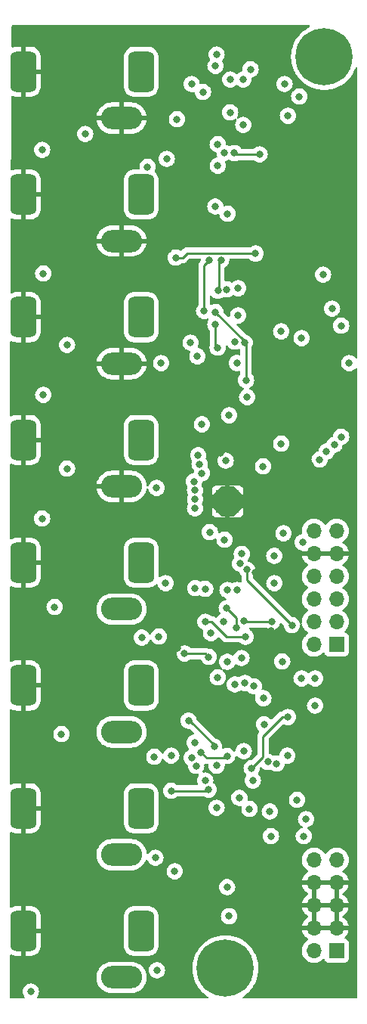
<source format=gbr>
%TF.GenerationSoftware,KiCad,Pcbnew,(6.0.6)*%
%TF.CreationDate,2022-08-14T16:56:23+02:00*%
%TF.ProjectId,eurorack-pmod-pcb,6575726f-7261-4636-9b2d-706d6f642d70,rev?*%
%TF.SameCoordinates,Original*%
%TF.FileFunction,Copper,L4,Bot*%
%TF.FilePolarity,Positive*%
%FSLAX46Y46*%
G04 Gerber Fmt 4.6, Leading zero omitted, Abs format (unit mm)*
G04 Created by KiCad (PCBNEW (6.0.6)) date 2022-08-14 16:56:23*
%MOMM*%
%LPD*%
G01*
G04 APERTURE LIST*
G04 Aperture macros list*
%AMRoundRect*
0 Rectangle with rounded corners*
0 $1 Rounding radius*
0 $2 $3 $4 $5 $6 $7 $8 $9 X,Y pos of 4 corners*
0 Add a 4 corners polygon primitive as box body*
4,1,4,$2,$3,$4,$5,$6,$7,$8,$9,$2,$3,0*
0 Add four circle primitives for the rounded corners*
1,1,$1+$1,$2,$3*
1,1,$1+$1,$4,$5*
1,1,$1+$1,$6,$7*
1,1,$1+$1,$8,$9*
0 Add four rect primitives between the rounded corners*
20,1,$1+$1,$2,$3,$4,$5,0*
20,1,$1+$1,$4,$5,$6,$7,0*
20,1,$1+$1,$6,$7,$8,$9,0*
20,1,$1+$1,$8,$9,$2,$3,0*%
G04 Aperture macros list end*
%TA.AperFunction,ComponentPad*%
%ADD10C,0.500000*%
%TD*%
%TA.AperFunction,SMDPad,CuDef*%
%ADD11R,2.500000X2.500000*%
%TD*%
%TA.AperFunction,ComponentPad*%
%ADD12RoundRect,0.725000X-0.725000X1.575000X-0.725000X-1.575000X0.725000X-1.575000X0.725000X1.575000X0*%
%TD*%
%TA.AperFunction,ComponentPad*%
%ADD13O,4.600000X2.500000*%
%TD*%
%TA.AperFunction,ComponentPad*%
%ADD14C,0.800000*%
%TD*%
%TA.AperFunction,ComponentPad*%
%ADD15C,6.400000*%
%TD*%
%TA.AperFunction,ComponentPad*%
%ADD16R,1.700000X1.700000*%
%TD*%
%TA.AperFunction,ComponentPad*%
%ADD17O,1.700000X1.700000*%
%TD*%
%TA.AperFunction,ViaPad*%
%ADD18C,0.800000*%
%TD*%
%TA.AperFunction,Conductor*%
%ADD19C,0.250000*%
%TD*%
G04 APERTURE END LIST*
D10*
%TO.P,U3,33,PAD*%
%TO.N,GND*%
X3925000Y-53840000D03*
X4925000Y-54840000D03*
X5925000Y-53840000D03*
X5925000Y-52840000D03*
X4925000Y-52840000D03*
X3925000Y-54840000D03*
X4925000Y-53840000D03*
X5925000Y-54840000D03*
X3925000Y-52840000D03*
D11*
X4925000Y-53840000D03*
%TD*%
D12*
%TO.P,J6,S*%
%TO.N,GND*%
X-17970000Y-46964776D03*
%TO.P,J6,T*%
%TO.N,Net-(J6-PadT)*%
X-4770000Y-46964776D03*
D13*
%TO.P,J6,TN*%
%TO.N,GND*%
X-6970000Y-52164776D03*
%TD*%
D14*
%TO.P,REF\u002A\u002A,1*%
%TO.N,N/C*%
X17445056Y-5761056D03*
X14050944Y-5761056D03*
X18148000Y-4064000D03*
D15*
X15748000Y-4064000D03*
D14*
X17445056Y-2366944D03*
X13348000Y-4064000D03*
X14050944Y-2366944D03*
X15748000Y-1664000D03*
X15748000Y-6464000D03*
%TD*%
D16*
%TO.P,J1,1,Pin_1*%
%TO.N,Net-(D2-Pad1)*%
X17145000Y-104135000D03*
D17*
%TO.P,J1,2,Pin_2*%
X14605000Y-104135000D03*
%TO.P,J1,3,Pin_3*%
%TO.N,GND*%
X17145000Y-101595000D03*
%TO.P,J1,4,Pin_4*%
X14605000Y-101595000D03*
%TO.P,J1,5,Pin_5*%
X17145000Y-99055000D03*
%TO.P,J1,6,Pin_6*%
X14605000Y-99055000D03*
%TO.P,J1,7,Pin_7*%
X17145000Y-96515000D03*
%TO.P,J1,8,Pin_8*%
X14605000Y-96515000D03*
%TO.P,J1,9,Pin_9*%
%TO.N,Net-(D1-Pad2)*%
X17145000Y-93975000D03*
%TO.P,J1,10,Pin_10*%
X14605000Y-93975000D03*
%TD*%
D12*
%TO.P,J3,S*%
%TO.N,GND*%
X-17970000Y-5735611D03*
%TO.P,J3,T*%
%TO.N,Net-(J3-PadT)*%
X-4770000Y-5735611D03*
D13*
%TO.P,J3,TN*%
%TO.N,GND*%
X-6970000Y-10935611D03*
%TD*%
D12*
%TO.P,J7,S*%
%TO.N,GND*%
X-17970000Y-60707831D03*
%TO.P,J7,T*%
%TO.N,Net-(J7-PadT)*%
X-4770000Y-60707831D03*
D13*
%TO.P,J7,TN*%
%TO.N,unconnected-(J7-PadTN)*%
X-6970000Y-65907831D03*
%TD*%
D12*
%TO.P,J4,S*%
%TO.N,GND*%
X-17970000Y-19478666D03*
%TO.P,J4,T*%
%TO.N,Net-(J4-PadT)*%
X-4770000Y-19478666D03*
D13*
%TO.P,J4,TN*%
%TO.N,GND*%
X-6970000Y-24678666D03*
%TD*%
D12*
%TO.P,J10,S*%
%TO.N,GND*%
X-17970000Y-101937000D03*
%TO.P,J10,T*%
%TO.N,Net-(J10-PadT)*%
X-4770000Y-101937000D03*
D13*
%TO.P,J10,TN*%
%TO.N,unconnected-(J10-PadTN)*%
X-6970000Y-107137000D03*
%TD*%
D12*
%TO.P,J5,S*%
%TO.N,GND*%
X-17970000Y-33221721D03*
%TO.P,J5,T*%
%TO.N,Net-(J5-PadT)*%
X-4770000Y-33221721D03*
D13*
%TO.P,J5,TN*%
%TO.N,GND*%
X-6970000Y-38421721D03*
%TD*%
D14*
%TO.P,REF\u002A\u002A,1*%
%TO.N,N/C*%
X4673600Y-108521200D03*
X6370656Y-107818256D03*
X2976544Y-107818256D03*
D15*
X4673600Y-106121200D03*
D14*
X4673600Y-103721200D03*
X2273600Y-106121200D03*
X2976544Y-104424144D03*
X6370656Y-104424144D03*
X7073600Y-106121200D03*
%TD*%
D12*
%TO.P,J9,S*%
%TO.N,GND*%
X-17970000Y-88193941D03*
%TO.P,J9,T*%
%TO.N,Net-(J9-PadT)*%
X-4770000Y-88193941D03*
D13*
%TO.P,J9,TN*%
%TO.N,unconnected-(J9-PadTN)*%
X-6970000Y-93393941D03*
%TD*%
D16*
%TO.P,J2,1,Pin_1*%
%TO.N,/SDIN1*%
X17145000Y-69850000D03*
D17*
%TO.P,J2,2,Pin_2*%
%TO.N,/SCL*%
X14605000Y-69850000D03*
%TO.P,J2,3,Pin_3*%
%TO.N,/SDOUT1*%
X17145000Y-67310000D03*
%TO.P,J2,4,Pin_4*%
%TO.N,/SDA*%
X14605000Y-67310000D03*
%TO.P,J2,5,Pin_5*%
%TO.N,/LRCK*%
X17145000Y-64770000D03*
%TO.P,J2,6,Pin_6*%
%TO.N,/PDN*%
X14605000Y-64770000D03*
%TO.P,J2,7,Pin_7*%
%TO.N,/BICK*%
X17145000Y-62230000D03*
%TO.P,J2,8,Pin_8*%
%TO.N,/MCLK*%
X14605000Y-62230000D03*
%TO.P,J2,9,Pin_9*%
%TO.N,GND*%
X17145000Y-59690000D03*
%TO.P,J2,10,Pin_10*%
X14605000Y-59690000D03*
%TO.P,J2,11,Pin_11*%
%TO.N,Net-(J2-Pad11)*%
X17145000Y-57150000D03*
%TO.P,J2,12,Pin_12*%
X14605000Y-57150000D03*
%TD*%
D12*
%TO.P,J8,S*%
%TO.N,GND*%
X-17970000Y-74450886D03*
%TO.P,J8,T*%
%TO.N,Net-(J8-PadT)*%
X-4770000Y-74450886D03*
D13*
%TO.P,J8,TN*%
%TO.N,unconnected-(J8-PadTN)*%
X-6970000Y-79650886D03*
%TD*%
D18*
%TO.N,GND*%
X-14224000Y-11176000D03*
X5080000Y-88392000D03*
X18288000Y-88900000D03*
X12192000Y-76708000D03*
X-14224000Y-52324000D03*
X18796000Y-40132000D03*
X12700000Y-39624000D03*
X330200Y-100914200D03*
X-10668000Y-67564000D03*
X9652000Y-24892000D03*
X6604000Y-90424000D03*
X-14224000Y-24892000D03*
X5080000Y-24892000D03*
X-14224000Y-38608000D03*
X-10668000Y-81280000D03*
X15748000Y-46228000D03*
X3556000Y-90424000D03*
X4064000Y-61468000D03*
X14732000Y-84328000D03*
X14224000Y-49784000D03*
X431800Y-97866200D03*
X-733318Y-70289739D03*
X9830704Y-68328994D03*
X17780000Y-84328000D03*
X-10668000Y-94996000D03*
X8035679Y-61794813D03*
X3556000Y-40640000D03*
X8636000Y-40132000D03*
X4139200Y-48416091D03*
X-10160000Y-108712000D03*
X11684000Y-15240000D03*
X6604000Y-48133000D03*
%TO.N,+3.3VA*%
X14732000Y-76708000D03*
X10922000Y-47371000D03*
%TO.N,VDD*%
X4572000Y-58128500D03*
X10160000Y-62992000D03*
X14732000Y-73660000D03*
%TO.N,Net-(C33-Pad1)*%
X-1016000Y-95250000D03*
X6241340Y-87021939D03*
%TO.N,+12V*%
X11044701Y-71759299D03*
X4879818Y-71785734D03*
X13208937Y-35561373D03*
X6678500Y-6604000D03*
X3048000Y-68580000D03*
X4863002Y-97014500D03*
X9431135Y-83003391D03*
X5080000Y-44196000D03*
X6096000Y-33020000D03*
%TO.N,-12V*%
X11684000Y-10668000D03*
X9652000Y-88554500D03*
X5733318Y-74324310D03*
X6096000Y-29972000D03*
X13716000Y-89408000D03*
X5080000Y-100276593D03*
X7112000Y-42164000D03*
X6678500Y-11684000D03*
%TO.N,Net-(C33-Pad2)*%
X-3175000Y-93726000D03*
X7370299Y-88269299D03*
%TO.N,Net-(D3-Pad1)*%
X-762000Y-11049000D03*
X-11049000Y-12700000D03*
%TO.N,Net-(D7-Pad2)*%
X889000Y-82550000D03*
X-14478000Y-65659000D03*
%TO.N,/SDIN1*%
X11176000Y-57404000D03*
X13335000Y-58420000D03*
X2921000Y-57277000D03*
%TO.N,/SCL*%
X1270000Y-53594000D03*
X7091117Y-61468000D03*
X12128500Y-67691000D03*
%TO.N,/SDOUT1*%
X13208000Y-73660000D03*
X6326572Y-60805765D03*
%TO.N,/SDA*%
X6514500Y-59713204D03*
X1265701Y-54614299D03*
%TO.N,/LRCK*%
X10155046Y-59927835D03*
%TO.N,/PDN*%
X4699000Y-49276000D03*
X8890000Y-49911000D03*
X1262712Y-52594524D03*
%TO.N,Net-(C34-Pad1)*%
X4826000Y-65786000D03*
X5916340Y-67956372D03*
X7859111Y-74526391D03*
%TO.N,Net-(D5-Pad1)*%
X-1905000Y-15494000D03*
X-13081000Y-36322000D03*
%TO.N,Net-(C34-Pad2)*%
X1392701Y-83443299D03*
X8927500Y-75872067D03*
X1288115Y-63559201D03*
%TO.N,Net-(D9-Pad2)*%
X-1397000Y-86233000D03*
X2794000Y-86106000D03*
%TO.N,/-VCOM*%
X3556000Y-5080000D03*
X3544858Y-20816544D03*
X-2032000Y-62992000D03*
X1524000Y-37592000D03*
X1218000Y-80854846D03*
X2032000Y-45212000D03*
%TO.N,/dual_mono_inputs1/IN1_3V*%
X15240000Y-49149000D03*
X16637000Y-32258000D03*
%TO.N,Net-(C35-Pad2)*%
X12700000Y-87249000D03*
X-2997200Y-106324400D03*
%TO.N,Net-(D6-Pad1)*%
X-4064000Y-16383000D03*
X-13081000Y-50165000D03*
%TO.N,/dual_mono_inputs1/IN2_3V*%
X17653000Y-34163000D03*
X16002000Y-48260000D03*
%TO.N,/dual_mono_inputs2/IN1_3V*%
X15621000Y-28448000D03*
X16891000Y-47498000D03*
%TO.N,Net-(RN3-Pad5)*%
X5715000Y-35941000D03*
X5961496Y-38347854D03*
%TO.N,/dual_mono_inputs2/IN2_3V*%
X17653000Y-46609000D03*
X18542000Y-38354000D03*
%TO.N,/dual_mono_outputs1/OUT1*%
X4903900Y-63754247D03*
X1616345Y-48670657D03*
%TO.N,Net-(C20-Pad1)*%
X889000Y-7112000D03*
X762000Y-36068000D03*
%TO.N,/dual_mono_outputs1/OUT2*%
X5969000Y-63754000D03*
X1778000Y-49657000D03*
%TO.N,Net-(C20-Pad2)*%
X12954000Y-8509000D03*
X7493000Y-5461000D03*
X3543000Y-34023000D03*
X3803200Y-36614250D03*
%TO.N,Net-(D10-Pad2)*%
X-17145000Y-108712000D03*
X3683000Y-88138000D03*
%TO.N,/dual_mono_outputs2/OUT1*%
X545500Y-78381715D03*
X2032000Y-50673000D03*
X3410712Y-81284200D03*
%TO.N,/dual_mono_outputs2/OUT2*%
X1152613Y-51601104D03*
X4876922Y-82338324D03*
X1942500Y-81915000D03*
%TO.N,Net-(C21-Pad2)*%
X11303000Y-7112000D03*
X-15875000Y-14478000D03*
%TO.N,Net-(C22-Pad1)*%
X3556000Y-32639000D03*
X6841503Y-36068000D03*
X6985000Y-40259000D03*
%TO.N,Net-(C22-Pad2)*%
X10922000Y-34798000D03*
X3683000Y-3810000D03*
%TO.N,Net-(C23-Pad1)*%
X5207000Y-10287000D03*
X5207000Y-6604000D03*
%TO.N,Net-(C23-Pad2)*%
X-15748000Y-28321000D03*
X2159000Y-8001000D03*
%TO.N,Net-(C24-Pad1)*%
X-889000Y-26543000D03*
X8052000Y-26086000D03*
%TO.N,Net-(C25-Pad1)*%
X-2540000Y-38354000D03*
X3810000Y-13843000D03*
%TO.N,Net-(C25-Pad2)*%
X-15748000Y-41910000D03*
X4572000Y-14807000D03*
%TO.N,Net-(D8-Pad2)*%
X2413000Y-85090000D03*
X-13716000Y-79883000D03*
%TO.N,Net-(C26-Pad1)*%
X2864000Y-26867000D03*
X2286000Y-32512000D03*
%TO.N,Net-(C26-Pad2)*%
X4191000Y-26797000D03*
X3836543Y-30240351D03*
%TO.N,Net-(C27-Pad1)*%
X3810000Y-16256000D03*
X-3048000Y-52324000D03*
%TO.N,Net-(C27-Pad2)*%
X5686614Y-14847178D03*
X8509000Y-14986000D03*
X-15875000Y-55753000D03*
%TO.N,Net-(C28-Pad1)*%
X2413000Y-67305500D03*
X6940938Y-68980970D03*
%TO.N,Net-(C29-Pad1)*%
X7747000Y-85090000D03*
X-2794000Y-68961000D03*
%TO.N,Net-(C29-Pad2)*%
X11620718Y-82302654D03*
X13462000Y-91313000D03*
X-4699000Y-69088000D03*
X9779000Y-91313000D03*
%TO.N,Net-(C30-Pad2)*%
X2413000Y-63627000D03*
X95999Y-70867094D03*
X2794000Y-71247000D03*
%TO.N,Net-(RN9-Pad5)*%
X4826000Y-30099000D03*
X4910676Y-21640922D03*
%TO.N,Net-(C31-Pad1)*%
X3688988Y-83417508D03*
X-1397000Y-82296000D03*
%TO.N,Net-(C31-Pad2)*%
X-3302000Y-82423000D03*
X6731000Y-81788000D03*
%TO.N,Net-(C32-Pad1)*%
X3810000Y-73533000D03*
X4445000Y-67310000D03*
%TO.N,Net-(RN10-Pad7)*%
X10414000Y-83185000D03*
X6477000Y-71374000D03*
X9017000Y-78798500D03*
X6858000Y-74168000D03*
%TO.N,Net-(RN10-Pad5)*%
X11684000Y-77978000D03*
X7620000Y-83693000D03*
X9906000Y-67310000D03*
X6731000Y-67183000D03*
%TD*%
D19*
%TO.N,/SCL*%
X7091117Y-61468000D02*
X7091117Y-62653617D01*
X7091117Y-62653617D02*
X12128500Y-67691000D01*
%TO.N,Net-(C34-Pad1)*%
X5916340Y-66876340D02*
X5916340Y-67956372D01*
X4826000Y-65786000D02*
X5916340Y-66876340D01*
%TO.N,Net-(D9-Pad2)*%
X-1397000Y-86233000D02*
X2667000Y-86233000D01*
X2667000Y-86233000D02*
X2794000Y-86106000D01*
%TO.N,Net-(C20-Pad2)*%
X3543000Y-36354050D02*
X3543000Y-34023000D01*
X3803200Y-36614250D02*
X3543000Y-36354050D01*
%TO.N,/dual_mono_outputs2/OUT1*%
X657715Y-78381715D02*
X545500Y-78381715D01*
X3410712Y-81284200D02*
X3410712Y-81134712D01*
X3410712Y-81134712D02*
X657715Y-78381715D01*
%TO.N,/dual_mono_outputs2/OUT2*%
X4876922Y-82338324D02*
X4665246Y-82550000D01*
X2577500Y-82550000D02*
X1942500Y-81915000D01*
X4665246Y-82550000D02*
X2577500Y-82550000D01*
%TO.N,Net-(C22-Pad1)*%
X3564598Y-32639000D02*
X6731000Y-35805402D01*
X3556000Y-32639000D02*
X3564598Y-32639000D01*
X6731000Y-36068000D02*
X6841503Y-36068000D01*
X6985000Y-36211497D02*
X6841503Y-36068000D01*
X6985000Y-40259000D02*
X6985000Y-36211497D01*
X6731000Y-35805402D02*
X6731000Y-36068000D01*
%TO.N,Net-(C24-Pad1)*%
X-889000Y-26543000D02*
X-127000Y-26543000D01*
X8001000Y-26035000D02*
X8052000Y-26086000D01*
X-127000Y-26543000D02*
X381000Y-26035000D01*
X381000Y-26035000D02*
X8001000Y-26035000D01*
%TO.N,Net-(C26-Pad1)*%
X2286000Y-27445000D02*
X2864000Y-26867000D01*
X2286000Y-32512000D02*
X2286000Y-27445000D01*
%TO.N,Net-(C26-Pad2)*%
X3937000Y-27051000D02*
X3937000Y-30139894D01*
X3937000Y-30139894D02*
X3836543Y-30240351D01*
X4191000Y-26797000D02*
X3937000Y-27051000D01*
%TO.N,Net-(C27-Pad2)*%
X5825436Y-14986000D02*
X5686614Y-14847178D01*
X8509000Y-14986000D02*
X5825436Y-14986000D01*
%TO.N,Net-(C28-Pad1)*%
X3091000Y-67305500D02*
X4766470Y-68980970D01*
X2413000Y-67305500D02*
X3091000Y-67305500D01*
X4766470Y-68980970D02*
X6940938Y-68980970D01*
%TO.N,Net-(C30-Pad2)*%
X2414094Y-70867094D02*
X95999Y-70867094D01*
X2794000Y-71247000D02*
X2414094Y-70867094D01*
%TO.N,Net-(RN10-Pad5)*%
X9906000Y-67310000D02*
X6858000Y-67310000D01*
X11049000Y-77978000D02*
X11684000Y-77978000D01*
X7620000Y-83693000D02*
X8890000Y-82423000D01*
X8890000Y-80137000D02*
X11049000Y-77978000D01*
X8890000Y-82296000D02*
X8890000Y-80137000D01*
X8890000Y-82423000D02*
X8890000Y-82296000D01*
X6858000Y-67310000D02*
X6731000Y-67183000D01*
%TD*%
%TA.AperFunction,Conductor*%
%TO.N,GND*%
G36*
X14100683Y-528502D02*
G01*
X14147176Y-582158D01*
X14157280Y-652432D01*
X14127786Y-717012D01*
X14089765Y-746767D01*
X13894147Y-846439D01*
X13894140Y-846443D01*
X13891206Y-847938D01*
X13565207Y-1059643D01*
X13263124Y-1304266D01*
X12988266Y-1579124D01*
X12743643Y-1881207D01*
X12531938Y-2207206D01*
X12355468Y-2553547D01*
X12354284Y-2556632D01*
X12221375Y-2902872D01*
X12216167Y-2916438D01*
X12115562Y-3291901D01*
X12103067Y-3370793D01*
X12064579Y-3613794D01*
X12054754Y-3675824D01*
X12034411Y-4064000D01*
X12054754Y-4452176D01*
X12055267Y-4455416D01*
X12055268Y-4455424D01*
X12065463Y-4519790D01*
X12115562Y-4836099D01*
X12216167Y-5211562D01*
X12217352Y-5214650D01*
X12217353Y-5214652D01*
X12241530Y-5277635D01*
X12355468Y-5574453D01*
X12356966Y-5577393D01*
X12507995Y-5873803D01*
X12531938Y-5920794D01*
X12533734Y-5923560D01*
X12533736Y-5923563D01*
X12585227Y-6002852D01*
X12743643Y-6246793D01*
X12988266Y-6548876D01*
X13263124Y-6823734D01*
X13565207Y-7068357D01*
X13567970Y-7070152D01*
X13567971Y-7070152D01*
X13842744Y-7248591D01*
X13891205Y-7280062D01*
X13894139Y-7281557D01*
X13894146Y-7281561D01*
X14234607Y-7455034D01*
X14237547Y-7456532D01*
X14600438Y-7595833D01*
X14975901Y-7696438D01*
X15179793Y-7728732D01*
X15356576Y-7756732D01*
X15356584Y-7756733D01*
X15359824Y-7757246D01*
X15748000Y-7777589D01*
X16136176Y-7757246D01*
X16139416Y-7756733D01*
X16139424Y-7756732D01*
X16316207Y-7728732D01*
X16520099Y-7696438D01*
X16895562Y-7595833D01*
X17258453Y-7456532D01*
X17261393Y-7455034D01*
X17601854Y-7281561D01*
X17601861Y-7281557D01*
X17604795Y-7280062D01*
X17653257Y-7248591D01*
X17928029Y-7070152D01*
X17928030Y-7070152D01*
X17930793Y-7068357D01*
X18232876Y-6823734D01*
X18507734Y-6548876D01*
X18752357Y-6246793D01*
X18910773Y-6002852D01*
X18962264Y-5923563D01*
X18962266Y-5923560D01*
X18964062Y-5920794D01*
X18988006Y-5873803D01*
X19139034Y-5577393D01*
X19140532Y-5574453D01*
X19247869Y-5294831D01*
X19290955Y-5238403D01*
X19357708Y-5214226D01*
X19426935Y-5229977D01*
X19476657Y-5280655D01*
X19491500Y-5339985D01*
X19491500Y-37722555D01*
X19471498Y-37790676D01*
X19417842Y-37837169D01*
X19347568Y-37847273D01*
X19282988Y-37817779D01*
X19271864Y-37806865D01*
X19157675Y-37680045D01*
X19157674Y-37680044D01*
X19153253Y-37675134D01*
X19038829Y-37592000D01*
X19004094Y-37566763D01*
X19004093Y-37566762D01*
X18998752Y-37562882D01*
X18992724Y-37560198D01*
X18992722Y-37560197D01*
X18830319Y-37487891D01*
X18830318Y-37487891D01*
X18824288Y-37485206D01*
X18710277Y-37460972D01*
X18643944Y-37446872D01*
X18643939Y-37446872D01*
X18637487Y-37445500D01*
X18446513Y-37445500D01*
X18440061Y-37446872D01*
X18440056Y-37446872D01*
X18373723Y-37460972D01*
X18259712Y-37485206D01*
X18253682Y-37487891D01*
X18253681Y-37487891D01*
X18091278Y-37560197D01*
X18091276Y-37560198D01*
X18085248Y-37562882D01*
X18079907Y-37566762D01*
X18079906Y-37566763D01*
X18045171Y-37592000D01*
X17930747Y-37675134D01*
X17926326Y-37680044D01*
X17926325Y-37680045D01*
X17810377Y-37808819D01*
X17802960Y-37817056D01*
X17799659Y-37822774D01*
X17714326Y-37970575D01*
X17707473Y-37982444D01*
X17648458Y-38164072D01*
X17647768Y-38170633D01*
X17647768Y-38170635D01*
X17629832Y-38341289D01*
X17628496Y-38354000D01*
X17629186Y-38360565D01*
X17643894Y-38500500D01*
X17648458Y-38543928D01*
X17707473Y-38725556D01*
X17802960Y-38890944D01*
X17930747Y-39032866D01*
X18085248Y-39145118D01*
X18091276Y-39147802D01*
X18091278Y-39147803D01*
X18248989Y-39218020D01*
X18259712Y-39222794D01*
X18353112Y-39242647D01*
X18440056Y-39261128D01*
X18440061Y-39261128D01*
X18446513Y-39262500D01*
X18637487Y-39262500D01*
X18643939Y-39261128D01*
X18643944Y-39261128D01*
X18730888Y-39242647D01*
X18824288Y-39222794D01*
X18835011Y-39218020D01*
X18992722Y-39147803D01*
X18992724Y-39147802D01*
X18998752Y-39145118D01*
X19153253Y-39032866D01*
X19271864Y-38901135D01*
X19332310Y-38863895D01*
X19403294Y-38865247D01*
X19462278Y-38904760D01*
X19490536Y-38969891D01*
X19491500Y-38985445D01*
X19491500Y-109365500D01*
X19471498Y-109433621D01*
X19417842Y-109480114D01*
X19365500Y-109491500D01*
X6718259Y-109491500D01*
X6650138Y-109471498D01*
X6603645Y-109417842D01*
X6593541Y-109347568D01*
X6623035Y-109282988D01*
X6649635Y-109259827D01*
X6853629Y-109127352D01*
X6853630Y-109127352D01*
X6856393Y-109125557D01*
X7140489Y-108895500D01*
X7155914Y-108883009D01*
X7155918Y-108883006D01*
X7158476Y-108880934D01*
X7433334Y-108606076D01*
X7460413Y-108572637D01*
X7675882Y-108306555D01*
X7677957Y-108303993D01*
X7761689Y-108175056D01*
X7887864Y-107980763D01*
X7887866Y-107980760D01*
X7889662Y-107977994D01*
X7920131Y-107918197D01*
X8064634Y-107634593D01*
X8066132Y-107631653D01*
X8195243Y-107295308D01*
X8204247Y-107271852D01*
X8204248Y-107271850D01*
X8205433Y-107268762D01*
X8306038Y-106893299D01*
X8364541Y-106523932D01*
X8366332Y-106512624D01*
X8366333Y-106512616D01*
X8366846Y-106509376D01*
X8387189Y-106121200D01*
X8366846Y-105733024D01*
X8362306Y-105704355D01*
X8328850Y-105493131D01*
X8306038Y-105349101D01*
X8205433Y-104973638D01*
X8066132Y-104610747D01*
X7988185Y-104457767D01*
X7891161Y-104267347D01*
X7891157Y-104267340D01*
X7889662Y-104264406D01*
X7783997Y-104101695D01*
X13242251Y-104101695D01*
X13242548Y-104106848D01*
X13242548Y-104106851D01*
X13243896Y-104130225D01*
X13255110Y-104324715D01*
X13256247Y-104329761D01*
X13256248Y-104329767D01*
X13280304Y-104436508D01*
X13304222Y-104542639D01*
X13340153Y-104631126D01*
X13386308Y-104744793D01*
X13388266Y-104749616D01*
X13504987Y-104940088D01*
X13651250Y-105108938D01*
X13823126Y-105251632D01*
X14016000Y-105364338D01*
X14020825Y-105366180D01*
X14020826Y-105366181D01*
X14053914Y-105378816D01*
X14224692Y-105444030D01*
X14229760Y-105445061D01*
X14229763Y-105445062D01*
X14320625Y-105463548D01*
X14443597Y-105488567D01*
X14448772Y-105488757D01*
X14448774Y-105488757D01*
X14661673Y-105496564D01*
X14661677Y-105496564D01*
X14666837Y-105496753D01*
X14671957Y-105496097D01*
X14671959Y-105496097D01*
X14883288Y-105469025D01*
X14883289Y-105469025D01*
X14888416Y-105468368D01*
X14904482Y-105463548D01*
X15097429Y-105405661D01*
X15097434Y-105405659D01*
X15102384Y-105404174D01*
X15302994Y-105305896D01*
X15484860Y-105176173D01*
X15593091Y-105068319D01*
X15655462Y-105034404D01*
X15726268Y-105039592D01*
X15783030Y-105082238D01*
X15800012Y-105113341D01*
X15844385Y-105231705D01*
X15931739Y-105348261D01*
X16048295Y-105435615D01*
X16184684Y-105486745D01*
X16246866Y-105493500D01*
X18043134Y-105493500D01*
X18105316Y-105486745D01*
X18241705Y-105435615D01*
X18358261Y-105348261D01*
X18445615Y-105231705D01*
X18496745Y-105095316D01*
X18503500Y-105033134D01*
X18503500Y-103236866D01*
X18496745Y-103174684D01*
X18445615Y-103038295D01*
X18358261Y-102921739D01*
X18241705Y-102834385D01*
X18122687Y-102789767D01*
X18065923Y-102747125D01*
X18041223Y-102680564D01*
X18056430Y-102611215D01*
X18077977Y-102582535D01*
X18179052Y-102481812D01*
X18185730Y-102473965D01*
X18310003Y-102301020D01*
X18315313Y-102292183D01*
X18409670Y-102101267D01*
X18413469Y-102091672D01*
X18475377Y-101887910D01*
X18477555Y-101877837D01*
X18478986Y-101866962D01*
X18476775Y-101852778D01*
X18463617Y-101849000D01*
X13288225Y-101849000D01*
X13274694Y-101852973D01*
X13273257Y-101862966D01*
X13303565Y-101997446D01*
X13306645Y-102007275D01*
X13386770Y-102204603D01*
X13391413Y-102213794D01*
X13502694Y-102395388D01*
X13508777Y-102403699D01*
X13648213Y-102564667D01*
X13655580Y-102571883D01*
X13819434Y-102707916D01*
X13827881Y-102713831D01*
X13896969Y-102754203D01*
X13945693Y-102805842D01*
X13958764Y-102875625D01*
X13932033Y-102941396D01*
X13891584Y-102974752D01*
X13878607Y-102981507D01*
X13874474Y-102984610D01*
X13874471Y-102984612D01*
X13704100Y-103112530D01*
X13699965Y-103115635D01*
X13660525Y-103156907D01*
X13606280Y-103213671D01*
X13545629Y-103277138D01*
X13419743Y-103461680D01*
X13325688Y-103664305D01*
X13265989Y-103879570D01*
X13242251Y-104101695D01*
X7783997Y-104101695D01*
X7780664Y-104096562D01*
X7679752Y-103941171D01*
X7679752Y-103941170D01*
X7677957Y-103938407D01*
X7498946Y-103717348D01*
X7435409Y-103638886D01*
X7435406Y-103638882D01*
X7433334Y-103636324D01*
X7158476Y-103361466D01*
X6856393Y-103116843D01*
X6748387Y-103046703D01*
X6533164Y-102906936D01*
X6533161Y-102906934D01*
X6530395Y-102905138D01*
X6527461Y-102903643D01*
X6527454Y-102903639D01*
X6186993Y-102730166D01*
X6184053Y-102728668D01*
X5821162Y-102589367D01*
X5445699Y-102488762D01*
X5241807Y-102456468D01*
X5065024Y-102428468D01*
X5065016Y-102428467D01*
X5061776Y-102427954D01*
X4673600Y-102407611D01*
X4285424Y-102427954D01*
X4282184Y-102428467D01*
X4282176Y-102428468D01*
X4105393Y-102456468D01*
X3901501Y-102488762D01*
X3526038Y-102589367D01*
X3163147Y-102728668D01*
X3160207Y-102730166D01*
X2819747Y-102903639D01*
X2819740Y-102903643D01*
X2816806Y-102905138D01*
X2814040Y-102906934D01*
X2814037Y-102906936D01*
X2611761Y-103038295D01*
X2490807Y-103116843D01*
X2188724Y-103361466D01*
X1913866Y-103636324D01*
X1911794Y-103638882D01*
X1911791Y-103638886D01*
X1848254Y-103717348D01*
X1669243Y-103938407D01*
X1667448Y-103941170D01*
X1667448Y-103941171D01*
X1566537Y-104096562D01*
X1457538Y-104264406D01*
X1456043Y-104267340D01*
X1456039Y-104267347D01*
X1359015Y-104457767D01*
X1281068Y-104610747D01*
X1141767Y-104973638D01*
X1041162Y-105349101D01*
X1018350Y-105493131D01*
X984895Y-105704355D01*
X980354Y-105733024D01*
X960011Y-106121200D01*
X980354Y-106509376D01*
X980867Y-106512616D01*
X980868Y-106512624D01*
X982659Y-106523932D01*
X1041162Y-106893299D01*
X1141767Y-107268762D01*
X1142952Y-107271850D01*
X1142953Y-107271852D01*
X1151957Y-107295308D01*
X1281068Y-107631653D01*
X1282566Y-107634593D01*
X1427070Y-107918197D01*
X1457538Y-107977994D01*
X1459334Y-107980760D01*
X1459336Y-107980763D01*
X1585511Y-108175056D01*
X1669243Y-108303993D01*
X1671318Y-108306555D01*
X1886788Y-108572637D01*
X1913866Y-108606076D01*
X2188724Y-108880934D01*
X2191282Y-108883006D01*
X2191286Y-108883009D01*
X2206711Y-108895500D01*
X2490807Y-109125557D01*
X2493570Y-109127352D01*
X2493571Y-109127352D01*
X2697565Y-109259827D01*
X2743802Y-109313704D01*
X2753572Y-109384025D01*
X2723772Y-109448465D01*
X2663864Y-109486564D01*
X2628941Y-109491500D01*
X-16341358Y-109491500D01*
X-16409479Y-109471498D01*
X-16455972Y-109417842D01*
X-16466076Y-109347568D01*
X-16434996Y-109281191D01*
X-16405960Y-109248944D01*
X-16310473Y-109083556D01*
X-16251458Y-108901928D01*
X-16249469Y-108883009D01*
X-16232186Y-108718565D01*
X-16231496Y-108712000D01*
X-16251458Y-108522072D01*
X-16310473Y-108340444D01*
X-16405960Y-108175056D01*
X-16533747Y-108033134D01*
X-16688248Y-107920882D01*
X-16694276Y-107918198D01*
X-16694278Y-107918197D01*
X-16856681Y-107845891D01*
X-16856682Y-107845891D01*
X-16862712Y-107843206D01*
X-16956112Y-107823353D01*
X-17043056Y-107804872D01*
X-17043061Y-107804872D01*
X-17049513Y-107803500D01*
X-17240487Y-107803500D01*
X-17246939Y-107804872D01*
X-17246944Y-107804872D01*
X-17333888Y-107823353D01*
X-17427288Y-107843206D01*
X-17433318Y-107845891D01*
X-17433319Y-107845891D01*
X-17595722Y-107918197D01*
X-17595724Y-107918198D01*
X-17601752Y-107920882D01*
X-17756253Y-108033134D01*
X-17884040Y-108175056D01*
X-17979527Y-108340444D01*
X-18038542Y-108522072D01*
X-18058504Y-108712000D01*
X-18057814Y-108718565D01*
X-18040530Y-108883009D01*
X-18038542Y-108901928D01*
X-17979527Y-109083556D01*
X-17884040Y-109248944D01*
X-17855004Y-109281191D01*
X-17824288Y-109345198D01*
X-17833053Y-109415652D01*
X-17878516Y-109470182D01*
X-17948642Y-109491500D01*
X-19365500Y-109491500D01*
X-19433621Y-109471498D01*
X-19480114Y-109417842D01*
X-19491500Y-109365500D01*
X-19491500Y-107244655D01*
X-9780142Y-107244655D01*
X-9744896Y-107503638D01*
X-9743588Y-107508124D01*
X-9743588Y-107508126D01*
X-9723902Y-107575664D01*
X-9671757Y-107754567D01*
X-9562332Y-107991928D01*
X-9559769Y-107995837D01*
X-9421590Y-108206596D01*
X-9421586Y-108206601D01*
X-9419024Y-108210509D01*
X-9244982Y-108405506D01*
X-9044030Y-108572637D01*
X-9040027Y-108575066D01*
X-8824578Y-108705804D01*
X-8824574Y-108705806D01*
X-8820581Y-108708229D01*
X-8579545Y-108809303D01*
X-8326217Y-108873641D01*
X-8321566Y-108874109D01*
X-8321562Y-108874110D01*
X-8128692Y-108893531D01*
X-8109133Y-108895500D01*
X-5853646Y-108895500D01*
X-5851321Y-108895327D01*
X-5851315Y-108895327D01*
X-5664000Y-108881407D01*
X-5663996Y-108881406D01*
X-5659348Y-108881061D01*
X-5654800Y-108880032D01*
X-5654794Y-108880031D01*
X-5468399Y-108837853D01*
X-5404423Y-108823377D01*
X-5368231Y-108809303D01*
X-5165176Y-108730340D01*
X-5165173Y-108730339D01*
X-5160823Y-108728647D01*
X-4933902Y-108598951D01*
X-4728643Y-108437138D01*
X-4549557Y-108246763D01*
X-4400576Y-108032009D01*
X-4306792Y-107841834D01*
X-4287040Y-107801781D01*
X-4287039Y-107801778D01*
X-4284975Y-107797593D01*
X-4231857Y-107631653D01*
X-4206720Y-107553123D01*
X-4205293Y-107548665D01*
X-4163279Y-107290693D01*
X-4159858Y-107029345D01*
X-4195104Y-106770362D01*
X-4209527Y-106720877D01*
X-4266932Y-106523932D01*
X-4268243Y-106519433D01*
X-4358155Y-106324400D01*
X-3910704Y-106324400D01*
X-3910014Y-106330965D01*
X-3894260Y-106480852D01*
X-3890742Y-106514328D01*
X-3831727Y-106695956D01*
X-3736240Y-106861344D01*
X-3608453Y-107003266D01*
X-3453952Y-107115518D01*
X-3447924Y-107118202D01*
X-3447922Y-107118203D01*
X-3285519Y-107190509D01*
X-3279488Y-107193194D01*
X-3186087Y-107213047D01*
X-3099144Y-107231528D01*
X-3099139Y-107231528D01*
X-3092687Y-107232900D01*
X-2901713Y-107232900D01*
X-2895261Y-107231528D01*
X-2895256Y-107231528D01*
X-2808313Y-107213047D01*
X-2714912Y-107193194D01*
X-2708881Y-107190509D01*
X-2546478Y-107118203D01*
X-2546476Y-107118202D01*
X-2540448Y-107115518D01*
X-2385947Y-107003266D01*
X-2258160Y-106861344D01*
X-2162673Y-106695956D01*
X-2103658Y-106514328D01*
X-2100139Y-106480852D01*
X-2084386Y-106330965D01*
X-2083696Y-106324400D01*
X-2084386Y-106317835D01*
X-2102968Y-106141035D01*
X-2102968Y-106141033D01*
X-2103658Y-106134472D01*
X-2162673Y-105952844D01*
X-2258160Y-105787456D01*
X-2359371Y-105675049D01*
X-2381525Y-105650445D01*
X-2381526Y-105650444D01*
X-2385947Y-105645534D01*
X-2540448Y-105533282D01*
X-2546476Y-105530598D01*
X-2546478Y-105530597D01*
X-2708881Y-105458291D01*
X-2708882Y-105458291D01*
X-2714912Y-105455606D01*
X-2808962Y-105435615D01*
X-2895256Y-105417272D01*
X-2895261Y-105417272D01*
X-2901713Y-105415900D01*
X-3092687Y-105415900D01*
X-3099139Y-105417272D01*
X-3099144Y-105417272D01*
X-3185438Y-105435615D01*
X-3279488Y-105455606D01*
X-3285518Y-105458291D01*
X-3285519Y-105458291D01*
X-3447922Y-105530597D01*
X-3447924Y-105530598D01*
X-3453952Y-105533282D01*
X-3608453Y-105645534D01*
X-3612874Y-105650444D01*
X-3612875Y-105650445D01*
X-3635028Y-105675049D01*
X-3736240Y-105787456D01*
X-3831727Y-105952844D01*
X-3890742Y-106134472D01*
X-3891432Y-106141033D01*
X-3891432Y-106141035D01*
X-3910014Y-106317835D01*
X-3910704Y-106324400D01*
X-4358155Y-106324400D01*
X-4377668Y-106282072D01*
X-4483140Y-106121200D01*
X-4518410Y-106067404D01*
X-4518414Y-106067399D01*
X-4520976Y-106063491D01*
X-4695018Y-105868494D01*
X-4895970Y-105701363D01*
X-4994372Y-105641651D01*
X-5115422Y-105568196D01*
X-5115426Y-105568194D01*
X-5119419Y-105565771D01*
X-5360455Y-105464697D01*
X-5613783Y-105400359D01*
X-5618434Y-105399891D01*
X-5618438Y-105399890D01*
X-5827729Y-105378816D01*
X-5830867Y-105378500D01*
X-8086354Y-105378500D01*
X-8088679Y-105378673D01*
X-8088685Y-105378673D01*
X-8276000Y-105392593D01*
X-8276004Y-105392594D01*
X-8280652Y-105392939D01*
X-8285200Y-105393968D01*
X-8285206Y-105393969D01*
X-8445449Y-105430229D01*
X-8535577Y-105450623D01*
X-8539929Y-105452315D01*
X-8539931Y-105452316D01*
X-8774824Y-105543660D01*
X-8774827Y-105543661D01*
X-8779177Y-105545353D01*
X-9006098Y-105675049D01*
X-9211357Y-105836862D01*
X-9390443Y-106027237D01*
X-9539424Y-106241991D01*
X-9655025Y-106476407D01*
X-9656447Y-106480850D01*
X-9656448Y-106480852D01*
X-9666618Y-106512624D01*
X-9734707Y-106725335D01*
X-9776721Y-106983307D01*
X-9776782Y-106987980D01*
X-9779468Y-107193194D01*
X-9780142Y-107244655D01*
X-19491500Y-107244655D01*
X-19491500Y-104699247D01*
X-19471498Y-104631126D01*
X-19417842Y-104584633D01*
X-19347568Y-104574529D01*
X-19308619Y-104587896D01*
X-19308370Y-104587352D01*
X-19113353Y-104676638D01*
X-19102807Y-104680372D01*
X-18900266Y-104732376D01*
X-18889710Y-104734147D01*
X-18758829Y-104744793D01*
X-18753723Y-104745000D01*
X-18242115Y-104745000D01*
X-18226876Y-104740525D01*
X-18225671Y-104739135D01*
X-18224000Y-104731452D01*
X-18224000Y-104726885D01*
X-17716000Y-104726885D01*
X-17711525Y-104742124D01*
X-17710135Y-104743329D01*
X-17702452Y-104745000D01*
X-17186277Y-104745000D01*
X-17181171Y-104744793D01*
X-17050290Y-104734147D01*
X-17039734Y-104732376D01*
X-16837193Y-104680372D01*
X-16826647Y-104676638D01*
X-16636731Y-104589687D01*
X-16627024Y-104584151D01*
X-16455504Y-104464941D01*
X-16446925Y-104457767D01*
X-16299233Y-104310075D01*
X-16292059Y-104301496D01*
X-16172849Y-104129976D01*
X-16167313Y-104120269D01*
X-16080362Y-103930353D01*
X-16076628Y-103919807D01*
X-16024624Y-103717266D01*
X-16022853Y-103706710D01*
X-16012207Y-103575829D01*
X-16012000Y-103570723D01*
X-16012000Y-102209115D01*
X-16016475Y-102193876D01*
X-16017865Y-102192671D01*
X-16025548Y-102191000D01*
X-17697885Y-102191000D01*
X-17713124Y-102195475D01*
X-17714329Y-102196865D01*
X-17716000Y-102204548D01*
X-17716000Y-104726885D01*
X-18224000Y-104726885D01*
X-18224000Y-101664885D01*
X-17716000Y-101664885D01*
X-17711525Y-101680124D01*
X-17710135Y-101681329D01*
X-17702452Y-101683000D01*
X-16030115Y-101683000D01*
X-16014876Y-101678525D01*
X-16013671Y-101677135D01*
X-16012000Y-101669452D01*
X-16012000Y-100303277D01*
X-16012105Y-100300699D01*
X-6728500Y-100300699D01*
X-6728499Y-103573300D01*
X-6728293Y-103575829D01*
X-6728292Y-103575851D01*
X-6723373Y-103636324D01*
X-6717207Y-103712144D01*
X-6662448Y-103925415D01*
X-6660112Y-103930518D01*
X-6660111Y-103930520D01*
X-6628014Y-104000627D01*
X-6570788Y-104125619D01*
X-6567588Y-104130223D01*
X-6567587Y-104130225D01*
X-6448549Y-104301496D01*
X-6445123Y-104306426D01*
X-6289426Y-104462123D01*
X-6284820Y-104465324D01*
X-6284818Y-104465326D01*
X-6127696Y-104574529D01*
X-6108619Y-104587788D01*
X-6013960Y-104631126D01*
X-5913520Y-104677111D01*
X-5913518Y-104677112D01*
X-5908415Y-104679448D01*
X-5902974Y-104680845D01*
X-5700348Y-104732871D01*
X-5700346Y-104732871D01*
X-5695144Y-104734207D01*
X-5619321Y-104740374D01*
X-5558851Y-104745293D01*
X-5558841Y-104745293D01*
X-5556301Y-104745500D01*
X-4770001Y-104745500D01*
X-3983700Y-104745499D01*
X-3981161Y-104745292D01*
X-3981149Y-104745292D01*
X-3905450Y-104739135D01*
X-3844856Y-104734207D01*
X-3631585Y-104679448D01*
X-3626482Y-104677112D01*
X-3626480Y-104677111D01*
X-3526040Y-104631126D01*
X-3431381Y-104587788D01*
X-3412304Y-104574529D01*
X-3255182Y-104465326D01*
X-3255180Y-104465324D01*
X-3250574Y-104462123D01*
X-3094877Y-104306426D01*
X-3091450Y-104301496D01*
X-2972413Y-104130225D01*
X-2972412Y-104130223D01*
X-2969212Y-104125619D01*
X-2911986Y-104000627D01*
X-2879889Y-103930520D01*
X-2879888Y-103930518D01*
X-2877552Y-103925415D01*
X-2822793Y-103712144D01*
X-2811500Y-103573301D01*
X-2811501Y-101329183D01*
X13269389Y-101329183D01*
X13270912Y-101337607D01*
X13283292Y-101341000D01*
X14332885Y-101341000D01*
X14348124Y-101336525D01*
X14349329Y-101335135D01*
X14351000Y-101327452D01*
X14351000Y-101322885D01*
X14859000Y-101322885D01*
X14863475Y-101338124D01*
X14864865Y-101339329D01*
X14872548Y-101341000D01*
X16872885Y-101341000D01*
X16888124Y-101336525D01*
X16889329Y-101335135D01*
X16891000Y-101327452D01*
X16891000Y-101322885D01*
X17399000Y-101322885D01*
X17403475Y-101338124D01*
X17404865Y-101339329D01*
X17412548Y-101341000D01*
X18463344Y-101341000D01*
X18476875Y-101337027D01*
X18478180Y-101327947D01*
X18436214Y-101160875D01*
X18432894Y-101151124D01*
X18347972Y-100955814D01*
X18343105Y-100946739D01*
X18227426Y-100767926D01*
X18221136Y-100759757D01*
X18077806Y-100602240D01*
X18070273Y-100595215D01*
X17903139Y-100463222D01*
X17894552Y-100457517D01*
X17857116Y-100436851D01*
X17807146Y-100386419D01*
X17792374Y-100316976D01*
X17817490Y-100250571D01*
X17844842Y-100223964D01*
X18020327Y-100098792D01*
X18028200Y-100092139D01*
X18179052Y-99941812D01*
X18185730Y-99933965D01*
X18310003Y-99761020D01*
X18315313Y-99752183D01*
X18409670Y-99561267D01*
X18413469Y-99551672D01*
X18475377Y-99347910D01*
X18477555Y-99337837D01*
X18478986Y-99326962D01*
X18476775Y-99312778D01*
X18463617Y-99309000D01*
X17417115Y-99309000D01*
X17401876Y-99313475D01*
X17400671Y-99314865D01*
X17399000Y-99322548D01*
X17399000Y-101322885D01*
X16891000Y-101322885D01*
X16891000Y-99327115D01*
X16886525Y-99311876D01*
X16885135Y-99310671D01*
X16877452Y-99309000D01*
X14877115Y-99309000D01*
X14861876Y-99313475D01*
X14860671Y-99314865D01*
X14859000Y-99322548D01*
X14859000Y-101322885D01*
X14351000Y-101322885D01*
X14351000Y-99327115D01*
X14346525Y-99311876D01*
X14345135Y-99310671D01*
X14337452Y-99309000D01*
X13288225Y-99309000D01*
X13274694Y-99312973D01*
X13273257Y-99322966D01*
X13303565Y-99457446D01*
X13306645Y-99467275D01*
X13386770Y-99664603D01*
X13391413Y-99673794D01*
X13502694Y-99855388D01*
X13508777Y-99863699D01*
X13648213Y-100024667D01*
X13655580Y-100031883D01*
X13819434Y-100167916D01*
X13827881Y-100173831D01*
X13897479Y-100214501D01*
X13946203Y-100266140D01*
X13959274Y-100335923D01*
X13932543Y-100401694D01*
X13892087Y-100435053D01*
X13883462Y-100439542D01*
X13874738Y-100445036D01*
X13704433Y-100572905D01*
X13696726Y-100579748D01*
X13549590Y-100733717D01*
X13543104Y-100741727D01*
X13423098Y-100917649D01*
X13418000Y-100926623D01*
X13328338Y-101119783D01*
X13324775Y-101129470D01*
X13269389Y-101329183D01*
X-2811501Y-101329183D01*
X-2811501Y-100300700D01*
X-2812927Y-100283158D01*
X-2813461Y-100276593D01*
X4166496Y-100276593D01*
X4167186Y-100283158D01*
X4185512Y-100457517D01*
X4186458Y-100466521D01*
X4245473Y-100648149D01*
X4340960Y-100813537D01*
X4345378Y-100818444D01*
X4345379Y-100818445D01*
X4434515Y-100917441D01*
X4468747Y-100955459D01*
X4623248Y-101067711D01*
X4629276Y-101070395D01*
X4629278Y-101070396D01*
X4791681Y-101142702D01*
X4797712Y-101145387D01*
X4870577Y-101160875D01*
X4978056Y-101183721D01*
X4978061Y-101183721D01*
X4984513Y-101185093D01*
X5175487Y-101185093D01*
X5181939Y-101183721D01*
X5181944Y-101183721D01*
X5289423Y-101160875D01*
X5362288Y-101145387D01*
X5368319Y-101142702D01*
X5530722Y-101070396D01*
X5530724Y-101070395D01*
X5536752Y-101067711D01*
X5691253Y-100955459D01*
X5725485Y-100917441D01*
X5814621Y-100818445D01*
X5814622Y-100818444D01*
X5819040Y-100813537D01*
X5914527Y-100648149D01*
X5973542Y-100466521D01*
X5974489Y-100457517D01*
X5992814Y-100283158D01*
X5993504Y-100276593D01*
X5986978Y-100214501D01*
X5974232Y-100093228D01*
X5974232Y-100093226D01*
X5973542Y-100086665D01*
X5914527Y-99905037D01*
X5890661Y-99863699D01*
X5831383Y-99761028D01*
X5819040Y-99739649D01*
X5784836Y-99701661D01*
X5695675Y-99602638D01*
X5695674Y-99602637D01*
X5691253Y-99597727D01*
X5536752Y-99485475D01*
X5530724Y-99482791D01*
X5530722Y-99482790D01*
X5368319Y-99410484D01*
X5368318Y-99410484D01*
X5362288Y-99407799D01*
X5268887Y-99387946D01*
X5181944Y-99369465D01*
X5181939Y-99369465D01*
X5175487Y-99368093D01*
X4984513Y-99368093D01*
X4978061Y-99369465D01*
X4978056Y-99369465D01*
X4891113Y-99387946D01*
X4797712Y-99407799D01*
X4791682Y-99410484D01*
X4791681Y-99410484D01*
X4629278Y-99482790D01*
X4629276Y-99482791D01*
X4623248Y-99485475D01*
X4468747Y-99597727D01*
X4464326Y-99602637D01*
X4464325Y-99602638D01*
X4375165Y-99701661D01*
X4340960Y-99739649D01*
X4328617Y-99761028D01*
X4269340Y-99863699D01*
X4245473Y-99905037D01*
X4186458Y-100086665D01*
X4185768Y-100093226D01*
X4185768Y-100093228D01*
X4173022Y-100214501D01*
X4166496Y-100276593D01*
X-2813461Y-100276593D01*
X-2817791Y-100223358D01*
X-2822793Y-100161856D01*
X-2877552Y-99948585D01*
X-2884245Y-99933965D01*
X-2963422Y-99761028D01*
X-2969212Y-99748381D01*
X-2982545Y-99729197D01*
X-3091674Y-99572182D01*
X-3091676Y-99572180D01*
X-3094877Y-99567574D01*
X-3250574Y-99411877D01*
X-3342609Y-99347910D01*
X-3426775Y-99289413D01*
X-3426777Y-99289412D01*
X-3431381Y-99286212D01*
X-3625447Y-99197362D01*
X-3626480Y-99196889D01*
X-3626482Y-99196888D01*
X-3631585Y-99194552D01*
X-3658003Y-99187769D01*
X-3839652Y-99141129D01*
X-3839654Y-99141129D01*
X-3844856Y-99139793D01*
X-3922533Y-99133475D01*
X-3981149Y-99128707D01*
X-3981159Y-99128707D01*
X-3983699Y-99128500D01*
X-3986254Y-99128500D01*
X-4770000Y-99128501D01*
X-5556300Y-99128501D01*
X-5558839Y-99128708D01*
X-5558851Y-99128708D01*
X-5633642Y-99134791D01*
X-5695144Y-99139793D01*
X-5908415Y-99194552D01*
X-5913518Y-99196888D01*
X-5913520Y-99196889D01*
X-5914553Y-99197362D01*
X-6108619Y-99286212D01*
X-6113223Y-99289412D01*
X-6113225Y-99289413D01*
X-6197390Y-99347910D01*
X-6289426Y-99411877D01*
X-6445123Y-99567574D01*
X-6448324Y-99572180D01*
X-6448326Y-99572182D01*
X-6557455Y-99729197D01*
X-6570788Y-99748381D01*
X-6576578Y-99761028D01*
X-6655754Y-99933965D01*
X-6662448Y-99948585D01*
X-6717207Y-100161856D01*
X-6718181Y-100173831D01*
X-6727073Y-100283158D01*
X-6728500Y-100300699D01*
X-16012105Y-100300699D01*
X-16012207Y-100298171D01*
X-16022853Y-100167290D01*
X-16024624Y-100156734D01*
X-16076628Y-99954193D01*
X-16080362Y-99943647D01*
X-16167313Y-99753731D01*
X-16172849Y-99744024D01*
X-16292059Y-99572504D01*
X-16299233Y-99563925D01*
X-16446925Y-99416233D01*
X-16455504Y-99409059D01*
X-16627024Y-99289849D01*
X-16636731Y-99284313D01*
X-16826647Y-99197362D01*
X-16837193Y-99193628D01*
X-17039734Y-99141624D01*
X-17050290Y-99139853D01*
X-17181171Y-99129207D01*
X-17186277Y-99129000D01*
X-17697885Y-99129000D01*
X-17713124Y-99133475D01*
X-17714329Y-99134865D01*
X-17716000Y-99142548D01*
X-17716000Y-101664885D01*
X-18224000Y-101664885D01*
X-18224000Y-99147115D01*
X-18228475Y-99131876D01*
X-18229865Y-99130671D01*
X-18237548Y-99129000D01*
X-18753723Y-99129000D01*
X-18758829Y-99129207D01*
X-18889710Y-99139853D01*
X-18900266Y-99141624D01*
X-19102807Y-99193628D01*
X-19113353Y-99197362D01*
X-19308370Y-99286648D01*
X-19308862Y-99285572D01*
X-19372151Y-99300577D01*
X-19439121Y-99277007D01*
X-19482717Y-99220972D01*
X-19491500Y-99174753D01*
X-19491500Y-98789183D01*
X13269389Y-98789183D01*
X13270912Y-98797607D01*
X13283292Y-98801000D01*
X14332885Y-98801000D01*
X14348124Y-98796525D01*
X14349329Y-98795135D01*
X14351000Y-98787452D01*
X14351000Y-98782885D01*
X14859000Y-98782885D01*
X14863475Y-98798124D01*
X14864865Y-98799329D01*
X14872548Y-98801000D01*
X16872885Y-98801000D01*
X16888124Y-98796525D01*
X16889329Y-98795135D01*
X16891000Y-98787452D01*
X16891000Y-98782885D01*
X17399000Y-98782885D01*
X17403475Y-98798124D01*
X17404865Y-98799329D01*
X17412548Y-98801000D01*
X18463344Y-98801000D01*
X18476875Y-98797027D01*
X18478180Y-98787947D01*
X18436214Y-98620875D01*
X18432894Y-98611124D01*
X18347972Y-98415814D01*
X18343105Y-98406739D01*
X18227426Y-98227926D01*
X18221136Y-98219757D01*
X18077806Y-98062240D01*
X18070273Y-98055215D01*
X17903139Y-97923222D01*
X17894552Y-97917517D01*
X17857116Y-97896851D01*
X17807146Y-97846419D01*
X17792374Y-97776976D01*
X17817490Y-97710571D01*
X17844842Y-97683964D01*
X18020327Y-97558792D01*
X18028200Y-97552139D01*
X18179052Y-97401812D01*
X18185730Y-97393965D01*
X18310003Y-97221020D01*
X18315313Y-97212183D01*
X18409670Y-97021267D01*
X18413469Y-97011672D01*
X18475377Y-96807910D01*
X18477555Y-96797837D01*
X18478986Y-96786962D01*
X18476775Y-96772778D01*
X18463617Y-96769000D01*
X17417115Y-96769000D01*
X17401876Y-96773475D01*
X17400671Y-96774865D01*
X17399000Y-96782548D01*
X17399000Y-98782885D01*
X16891000Y-98782885D01*
X16891000Y-96787115D01*
X16886525Y-96771876D01*
X16885135Y-96770671D01*
X16877452Y-96769000D01*
X14877115Y-96769000D01*
X14861876Y-96773475D01*
X14860671Y-96774865D01*
X14859000Y-96782548D01*
X14859000Y-98782885D01*
X14351000Y-98782885D01*
X14351000Y-96787115D01*
X14346525Y-96771876D01*
X14345135Y-96770671D01*
X14337452Y-96769000D01*
X13288225Y-96769000D01*
X13274694Y-96772973D01*
X13273257Y-96782966D01*
X13303565Y-96917446D01*
X13306645Y-96927275D01*
X13386770Y-97124603D01*
X13391413Y-97133794D01*
X13502694Y-97315388D01*
X13508777Y-97323699D01*
X13648213Y-97484667D01*
X13655580Y-97491883D01*
X13819434Y-97627916D01*
X13827881Y-97633831D01*
X13897479Y-97674501D01*
X13946203Y-97726140D01*
X13959274Y-97795923D01*
X13932543Y-97861694D01*
X13892087Y-97895053D01*
X13883462Y-97899542D01*
X13874738Y-97905036D01*
X13704433Y-98032905D01*
X13696726Y-98039748D01*
X13549590Y-98193717D01*
X13543104Y-98201727D01*
X13423098Y-98377649D01*
X13418000Y-98386623D01*
X13328338Y-98579783D01*
X13324775Y-98589470D01*
X13269389Y-98789183D01*
X-19491500Y-98789183D01*
X-19491500Y-97014500D01*
X3949498Y-97014500D01*
X3969460Y-97204428D01*
X4028475Y-97386056D01*
X4123962Y-97551444D01*
X4128380Y-97556351D01*
X4128381Y-97556352D01*
X4234763Y-97674501D01*
X4251749Y-97693366D01*
X4406250Y-97805618D01*
X4412278Y-97808302D01*
X4412280Y-97808303D01*
X4532199Y-97861694D01*
X4580714Y-97883294D01*
X4674115Y-97903147D01*
X4761058Y-97921628D01*
X4761063Y-97921628D01*
X4767515Y-97923000D01*
X4958489Y-97923000D01*
X4964941Y-97921628D01*
X4964946Y-97921628D01*
X5051889Y-97903147D01*
X5145290Y-97883294D01*
X5193805Y-97861694D01*
X5313724Y-97808303D01*
X5313726Y-97808302D01*
X5319754Y-97805618D01*
X5474255Y-97693366D01*
X5491241Y-97674501D01*
X5597623Y-97556352D01*
X5597624Y-97556351D01*
X5602042Y-97551444D01*
X5697529Y-97386056D01*
X5756544Y-97204428D01*
X5776506Y-97014500D01*
X5756544Y-96824572D01*
X5697529Y-96642944D01*
X5602042Y-96477556D01*
X5474255Y-96335634D01*
X5371531Y-96261000D01*
X5325096Y-96227263D01*
X5325095Y-96227262D01*
X5319754Y-96223382D01*
X5313726Y-96220698D01*
X5313724Y-96220697D01*
X5151321Y-96148391D01*
X5151320Y-96148391D01*
X5145290Y-96145706D01*
X5051889Y-96125853D01*
X4964946Y-96107372D01*
X4964941Y-96107372D01*
X4958489Y-96106000D01*
X4767515Y-96106000D01*
X4761063Y-96107372D01*
X4761058Y-96107372D01*
X4674115Y-96125853D01*
X4580714Y-96145706D01*
X4574684Y-96148391D01*
X4574683Y-96148391D01*
X4412280Y-96220697D01*
X4412278Y-96220698D01*
X4406250Y-96223382D01*
X4400909Y-96227262D01*
X4400908Y-96227263D01*
X4354473Y-96261000D01*
X4251749Y-96335634D01*
X4123962Y-96477556D01*
X4028475Y-96642944D01*
X3969460Y-96824572D01*
X3949498Y-97014500D01*
X-19491500Y-97014500D01*
X-19491500Y-95250000D01*
X-1929504Y-95250000D01*
X-1928814Y-95256565D01*
X-1917413Y-95365036D01*
X-1909542Y-95439928D01*
X-1850527Y-95621556D01*
X-1755040Y-95786944D01*
X-1750622Y-95791851D01*
X-1750621Y-95791852D01*
X-1709385Y-95837649D01*
X-1627253Y-95928866D01*
X-1472752Y-96041118D01*
X-1466724Y-96043802D01*
X-1466722Y-96043803D01*
X-1304319Y-96116109D01*
X-1298288Y-96118794D01*
X-1204888Y-96138647D01*
X-1117944Y-96157128D01*
X-1117939Y-96157128D01*
X-1111487Y-96158500D01*
X-920513Y-96158500D01*
X-914061Y-96157128D01*
X-914056Y-96157128D01*
X-827112Y-96138647D01*
X-733712Y-96118794D01*
X-727681Y-96116109D01*
X-565278Y-96043803D01*
X-565276Y-96043802D01*
X-559248Y-96041118D01*
X-404747Y-95928866D01*
X-322615Y-95837649D01*
X-281379Y-95791852D01*
X-281378Y-95791851D01*
X-276960Y-95786944D01*
X-181473Y-95621556D01*
X-122458Y-95439928D01*
X-114586Y-95365036D01*
X-103186Y-95256565D01*
X-102496Y-95250000D01*
X-113438Y-95145896D01*
X-121768Y-95066635D01*
X-121768Y-95066633D01*
X-122458Y-95060072D01*
X-181473Y-94878444D01*
X-193154Y-94858211D01*
X-273659Y-94718774D01*
X-276960Y-94713056D01*
X-309355Y-94677077D01*
X-400325Y-94576045D01*
X-400326Y-94576044D01*
X-404747Y-94571134D01*
X-534571Y-94476811D01*
X-553906Y-94462763D01*
X-553907Y-94462762D01*
X-559248Y-94458882D01*
X-565276Y-94456198D01*
X-565278Y-94456197D01*
X-727681Y-94383891D01*
X-727682Y-94383891D01*
X-733712Y-94381206D01*
X-827112Y-94361353D01*
X-914056Y-94342872D01*
X-914061Y-94342872D01*
X-920513Y-94341500D01*
X-1111487Y-94341500D01*
X-1117939Y-94342872D01*
X-1117944Y-94342872D01*
X-1204888Y-94361353D01*
X-1298288Y-94381206D01*
X-1304318Y-94383891D01*
X-1304319Y-94383891D01*
X-1466722Y-94456197D01*
X-1466724Y-94456198D01*
X-1472752Y-94458882D01*
X-1478093Y-94462762D01*
X-1478094Y-94462763D01*
X-1497429Y-94476811D01*
X-1627253Y-94571134D01*
X-1631674Y-94576044D01*
X-1631675Y-94576045D01*
X-1722644Y-94677077D01*
X-1755040Y-94713056D01*
X-1758341Y-94718774D01*
X-1838845Y-94858211D01*
X-1850527Y-94878444D01*
X-1909542Y-95060072D01*
X-1910232Y-95066633D01*
X-1910232Y-95066635D01*
X-1918562Y-95145896D01*
X-1929504Y-95250000D01*
X-19491500Y-95250000D01*
X-19491500Y-93501596D01*
X-9780142Y-93501596D01*
X-9744896Y-93760579D01*
X-9671757Y-94011508D01*
X-9562332Y-94248869D01*
X-9559769Y-94252778D01*
X-9421590Y-94463537D01*
X-9421586Y-94463542D01*
X-9419024Y-94467450D01*
X-9244982Y-94662447D01*
X-9044030Y-94829578D01*
X-9040027Y-94832007D01*
X-8824578Y-94962745D01*
X-8824574Y-94962747D01*
X-8820581Y-94965170D01*
X-8579545Y-95066244D01*
X-8326217Y-95130582D01*
X-8321566Y-95131050D01*
X-8321562Y-95131051D01*
X-8128692Y-95150472D01*
X-8109133Y-95152441D01*
X-5853646Y-95152441D01*
X-5851321Y-95152268D01*
X-5851315Y-95152268D01*
X-5664000Y-95138348D01*
X-5663996Y-95138347D01*
X-5659348Y-95138002D01*
X-5654800Y-95136973D01*
X-5654794Y-95136972D01*
X-5465958Y-95094242D01*
X-5404423Y-95080318D01*
X-5371186Y-95067393D01*
X-5165176Y-94987281D01*
X-5165173Y-94987280D01*
X-5160823Y-94985588D01*
X-4933902Y-94855892D01*
X-4728643Y-94694079D01*
X-4549557Y-94503704D01*
X-4400576Y-94288950D01*
X-4390256Y-94268023D01*
X-4287040Y-94058722D01*
X-4287039Y-94058719D01*
X-4284975Y-94054534D01*
X-4274323Y-94021257D01*
X-4234506Y-93962477D01*
X-4169230Y-93934555D01*
X-4099221Y-93946356D01*
X-4046706Y-93994134D01*
X-4034489Y-94020733D01*
X-4009527Y-94097556D01*
X-3914040Y-94262944D01*
X-3786253Y-94404866D01*
X-3631752Y-94517118D01*
X-3625724Y-94519802D01*
X-3625722Y-94519803D01*
X-3479670Y-94584829D01*
X-3457288Y-94594794D01*
X-3363887Y-94614647D01*
X-3276944Y-94633128D01*
X-3276939Y-94633128D01*
X-3270487Y-94634500D01*
X-3079513Y-94634500D01*
X-3073061Y-94633128D01*
X-3073056Y-94633128D01*
X-2986113Y-94614647D01*
X-2892712Y-94594794D01*
X-2870330Y-94584829D01*
X-2724278Y-94519803D01*
X-2724276Y-94519802D01*
X-2718248Y-94517118D01*
X-2563747Y-94404866D01*
X-2435960Y-94262944D01*
X-2340473Y-94097556D01*
X-2289830Y-93941695D01*
X13242251Y-93941695D01*
X13242548Y-93946848D01*
X13242548Y-93946851D01*
X13250875Y-94091271D01*
X13255110Y-94164715D01*
X13256247Y-94169761D01*
X13256248Y-94169767D01*
X13276119Y-94257939D01*
X13304222Y-94382639D01*
X13342461Y-94476811D01*
X13379185Y-94567251D01*
X13388266Y-94589616D01*
X13430758Y-94658957D01*
X13502291Y-94775688D01*
X13504987Y-94780088D01*
X13651250Y-94948938D01*
X13823126Y-95091632D01*
X13887810Y-95129430D01*
X13896955Y-95134774D01*
X13945679Y-95186412D01*
X13958750Y-95256195D01*
X13932019Y-95321967D01*
X13891562Y-95355327D01*
X13883457Y-95359546D01*
X13874738Y-95365036D01*
X13704433Y-95492905D01*
X13696726Y-95499748D01*
X13549590Y-95653717D01*
X13543104Y-95661727D01*
X13423098Y-95837649D01*
X13418000Y-95846623D01*
X13328338Y-96039783D01*
X13324775Y-96049470D01*
X13269389Y-96249183D01*
X13270912Y-96257607D01*
X13283292Y-96261000D01*
X18463344Y-96261000D01*
X18476875Y-96257027D01*
X18478180Y-96247947D01*
X18436214Y-96080875D01*
X18432894Y-96071124D01*
X18347972Y-95875814D01*
X18343105Y-95866739D01*
X18227426Y-95687926D01*
X18221136Y-95679757D01*
X18077806Y-95522240D01*
X18070273Y-95515215D01*
X17903139Y-95383222D01*
X17894556Y-95377520D01*
X17857602Y-95357120D01*
X17807631Y-95306687D01*
X17792859Y-95237245D01*
X17817975Y-95170839D01*
X17845327Y-95144232D01*
X17868797Y-95127491D01*
X18024860Y-95016173D01*
X18183096Y-94858489D01*
X18206021Y-94826586D01*
X18310435Y-94681277D01*
X18313453Y-94677077D01*
X18322409Y-94658957D01*
X18410136Y-94481453D01*
X18410137Y-94481451D01*
X18412430Y-94476811D01*
X18453541Y-94341500D01*
X18475865Y-94268023D01*
X18475865Y-94268021D01*
X18477370Y-94263069D01*
X18506529Y-94041590D01*
X18507374Y-94007009D01*
X18508074Y-93978365D01*
X18508074Y-93978361D01*
X18508156Y-93975000D01*
X18489852Y-93752361D01*
X18435431Y-93535702D01*
X18346354Y-93330840D01*
X18306368Y-93269031D01*
X18227822Y-93147617D01*
X18227820Y-93147614D01*
X18225014Y-93143277D01*
X18074670Y-92978051D01*
X18070619Y-92974852D01*
X18070615Y-92974848D01*
X17903414Y-92842800D01*
X17903410Y-92842798D01*
X17899359Y-92839598D01*
X17703789Y-92731638D01*
X17698920Y-92729914D01*
X17698916Y-92729912D01*
X17498087Y-92658795D01*
X17498083Y-92658794D01*
X17493212Y-92657069D01*
X17488119Y-92656162D01*
X17488116Y-92656161D01*
X17278373Y-92618800D01*
X17278367Y-92618799D01*
X17273284Y-92617894D01*
X17199452Y-92616992D01*
X17055081Y-92615228D01*
X17055079Y-92615228D01*
X17049911Y-92615165D01*
X16829091Y-92648955D01*
X16616756Y-92718357D01*
X16587959Y-92733348D01*
X16505307Y-92776374D01*
X16418607Y-92821507D01*
X16414474Y-92824610D01*
X16414471Y-92824612D01*
X16267605Y-92934882D01*
X16239965Y-92955635D01*
X16085629Y-93117138D01*
X15978201Y-93274621D01*
X15923293Y-93319621D01*
X15852768Y-93327792D01*
X15789021Y-93296538D01*
X15768324Y-93272054D01*
X15687822Y-93147617D01*
X15687820Y-93147614D01*
X15685014Y-93143277D01*
X15534670Y-92978051D01*
X15530619Y-92974852D01*
X15530615Y-92974848D01*
X15363414Y-92842800D01*
X15363410Y-92842798D01*
X15359359Y-92839598D01*
X15163789Y-92731638D01*
X15158920Y-92729914D01*
X15158916Y-92729912D01*
X14958087Y-92658795D01*
X14958083Y-92658794D01*
X14953212Y-92657069D01*
X14948119Y-92656162D01*
X14948116Y-92656161D01*
X14738373Y-92618800D01*
X14738367Y-92618799D01*
X14733284Y-92617894D01*
X14659452Y-92616992D01*
X14515081Y-92615228D01*
X14515079Y-92615228D01*
X14509911Y-92615165D01*
X14289091Y-92648955D01*
X14076756Y-92718357D01*
X14047959Y-92733348D01*
X13965307Y-92776374D01*
X13878607Y-92821507D01*
X13874474Y-92824610D01*
X13874471Y-92824612D01*
X13727605Y-92934882D01*
X13699965Y-92955635D01*
X13545629Y-93117138D01*
X13419743Y-93301680D01*
X13325688Y-93504305D01*
X13265989Y-93719570D01*
X13242251Y-93941695D01*
X-2289830Y-93941695D01*
X-2281458Y-93915928D01*
X-2261496Y-93726000D01*
X-2281458Y-93536072D01*
X-2340473Y-93354444D01*
X-2355860Y-93327792D01*
X-2432659Y-93194774D01*
X-2435960Y-93189056D01*
X-2477179Y-93143277D01*
X-2559325Y-93052045D01*
X-2559326Y-93052044D01*
X-2563747Y-93047134D01*
X-2718248Y-92934882D01*
X-2724276Y-92932198D01*
X-2724278Y-92932197D01*
X-2886681Y-92859891D01*
X-2886682Y-92859891D01*
X-2892712Y-92857206D01*
X-2987298Y-92837101D01*
X-3073056Y-92818872D01*
X-3073061Y-92818872D01*
X-3079513Y-92817500D01*
X-3270487Y-92817500D01*
X-3276939Y-92818872D01*
X-3276944Y-92818872D01*
X-3362702Y-92837101D01*
X-3457288Y-92857206D01*
X-3463318Y-92859891D01*
X-3463319Y-92859891D01*
X-3625722Y-92932197D01*
X-3625724Y-92932198D01*
X-3631752Y-92934882D01*
X-3786253Y-93047134D01*
X-3790674Y-93052044D01*
X-3790675Y-93052045D01*
X-3872820Y-93143277D01*
X-3914040Y-93189056D01*
X-3917341Y-93194774D01*
X-3939405Y-93232990D01*
X-3990788Y-93281983D01*
X-4060502Y-93295418D01*
X-4126412Y-93269031D01*
X-4167594Y-93211199D01*
X-4173373Y-93186980D01*
X-4179841Y-93139457D01*
X-4195104Y-93027303D01*
X-4209527Y-92977818D01*
X-4255088Y-92821507D01*
X-4268243Y-92776374D01*
X-4377668Y-92539013D01*
X-4410481Y-92488965D01*
X-4518410Y-92324345D01*
X-4518414Y-92324340D01*
X-4520976Y-92320432D01*
X-4695018Y-92125435D01*
X-4895970Y-91958304D01*
X-4943156Y-91929671D01*
X-5115422Y-91825137D01*
X-5115426Y-91825135D01*
X-5119419Y-91822712D01*
X-5360455Y-91721638D01*
X-5613783Y-91657300D01*
X-5618434Y-91656832D01*
X-5618438Y-91656831D01*
X-5827729Y-91635757D01*
X-5830867Y-91635441D01*
X-8086354Y-91635441D01*
X-8088679Y-91635614D01*
X-8088685Y-91635614D01*
X-8276000Y-91649534D01*
X-8276004Y-91649535D01*
X-8280652Y-91649880D01*
X-8285200Y-91650909D01*
X-8285206Y-91650910D01*
X-8433897Y-91684556D01*
X-8535577Y-91707564D01*
X-8539929Y-91709256D01*
X-8539931Y-91709257D01*
X-8774824Y-91800601D01*
X-8774827Y-91800602D01*
X-8779177Y-91802294D01*
X-9006098Y-91931990D01*
X-9211357Y-92093803D01*
X-9390443Y-92284178D01*
X-9539424Y-92498932D01*
X-9541490Y-92503122D01*
X-9541492Y-92503125D01*
X-9647632Y-92718357D01*
X-9655025Y-92733348D01*
X-9656447Y-92737791D01*
X-9656448Y-92737793D01*
X-9718677Y-92932197D01*
X-9734707Y-92982276D01*
X-9776721Y-93240248D01*
X-9780142Y-93501596D01*
X-19491500Y-93501596D01*
X-19491500Y-91313000D01*
X8865496Y-91313000D01*
X8885458Y-91502928D01*
X8944473Y-91684556D01*
X9039960Y-91849944D01*
X9044378Y-91854851D01*
X9044379Y-91854852D01*
X9137528Y-91958304D01*
X9167747Y-91991866D01*
X9266843Y-92063864D01*
X9308051Y-92093803D01*
X9322248Y-92104118D01*
X9328276Y-92106802D01*
X9328278Y-92106803D01*
X9490681Y-92179109D01*
X9496712Y-92181794D01*
X9590113Y-92201647D01*
X9677056Y-92220128D01*
X9677061Y-92220128D01*
X9683513Y-92221500D01*
X9874487Y-92221500D01*
X9880939Y-92220128D01*
X9880944Y-92220128D01*
X9967887Y-92201647D01*
X10061288Y-92181794D01*
X10067319Y-92179109D01*
X10229722Y-92106803D01*
X10229724Y-92106802D01*
X10235752Y-92104118D01*
X10249950Y-92093803D01*
X10291157Y-92063864D01*
X10390253Y-91991866D01*
X10420472Y-91958304D01*
X10513621Y-91854852D01*
X10513622Y-91854851D01*
X10518040Y-91849944D01*
X10613527Y-91684556D01*
X10672542Y-91502928D01*
X10692504Y-91313000D01*
X12548496Y-91313000D01*
X12568458Y-91502928D01*
X12627473Y-91684556D01*
X12722960Y-91849944D01*
X12727378Y-91854851D01*
X12727379Y-91854852D01*
X12820528Y-91958304D01*
X12850747Y-91991866D01*
X12949843Y-92063864D01*
X12991051Y-92093803D01*
X13005248Y-92104118D01*
X13011276Y-92106802D01*
X13011278Y-92106803D01*
X13173681Y-92179109D01*
X13179712Y-92181794D01*
X13273113Y-92201647D01*
X13360056Y-92220128D01*
X13360061Y-92220128D01*
X13366513Y-92221500D01*
X13557487Y-92221500D01*
X13563939Y-92220128D01*
X13563944Y-92220128D01*
X13650887Y-92201647D01*
X13744288Y-92181794D01*
X13750319Y-92179109D01*
X13912722Y-92106803D01*
X13912724Y-92106802D01*
X13918752Y-92104118D01*
X13932950Y-92093803D01*
X13974157Y-92063864D01*
X14073253Y-91991866D01*
X14103472Y-91958304D01*
X14196621Y-91854852D01*
X14196622Y-91854851D01*
X14201040Y-91849944D01*
X14296527Y-91684556D01*
X14355542Y-91502928D01*
X14375504Y-91313000D01*
X14355542Y-91123072D01*
X14296527Y-90941444D01*
X14201040Y-90776056D01*
X14073253Y-90634134D01*
X13969509Y-90558759D01*
X13924097Y-90525765D01*
X13924094Y-90525763D01*
X13918752Y-90521882D01*
X13913044Y-90519341D01*
X13864143Y-90468054D01*
X13850708Y-90398340D01*
X13877095Y-90332429D01*
X13934927Y-90291248D01*
X13949939Y-90287072D01*
X13991824Y-90278169D01*
X13991833Y-90278166D01*
X13998288Y-90276794D01*
X14051852Y-90252946D01*
X14166722Y-90201803D01*
X14166724Y-90201802D01*
X14172752Y-90199118D01*
X14178097Y-90195235D01*
X14228157Y-90158864D01*
X14327253Y-90086866D01*
X14428692Y-89974207D01*
X14450621Y-89949852D01*
X14450622Y-89949851D01*
X14455040Y-89944944D01*
X14521264Y-89830241D01*
X14547223Y-89785279D01*
X14547224Y-89785278D01*
X14550527Y-89779556D01*
X14609542Y-89597928D01*
X14629504Y-89408000D01*
X14623230Y-89348303D01*
X14610232Y-89224635D01*
X14610232Y-89224633D01*
X14609542Y-89218072D01*
X14550527Y-89036444D01*
X14455040Y-88871056D01*
X14409744Y-88820749D01*
X14331675Y-88734045D01*
X14331674Y-88734044D01*
X14327253Y-88729134D01*
X14205748Y-88640855D01*
X14178094Y-88620763D01*
X14178093Y-88620762D01*
X14172752Y-88616882D01*
X14166724Y-88614198D01*
X14166722Y-88614197D01*
X14004319Y-88541891D01*
X14004318Y-88541891D01*
X13998288Y-88539206D01*
X13885721Y-88515279D01*
X13817944Y-88500872D01*
X13817939Y-88500872D01*
X13811487Y-88499500D01*
X13620513Y-88499500D01*
X13614061Y-88500872D01*
X13614056Y-88500872D01*
X13546279Y-88515279D01*
X13433712Y-88539206D01*
X13427682Y-88541891D01*
X13427681Y-88541891D01*
X13265278Y-88614197D01*
X13265276Y-88614198D01*
X13259248Y-88616882D01*
X13253907Y-88620762D01*
X13253906Y-88620763D01*
X13226252Y-88640855D01*
X13104747Y-88729134D01*
X13100326Y-88734044D01*
X13100325Y-88734045D01*
X13022257Y-88820749D01*
X12976960Y-88871056D01*
X12881473Y-89036444D01*
X12822458Y-89218072D01*
X12821768Y-89224633D01*
X12821768Y-89224635D01*
X12808770Y-89348303D01*
X12802496Y-89408000D01*
X12822458Y-89597928D01*
X12881473Y-89779556D01*
X12884776Y-89785278D01*
X12884777Y-89785279D01*
X12910736Y-89830241D01*
X12976960Y-89944944D01*
X12981378Y-89949851D01*
X12981379Y-89949852D01*
X13003308Y-89974207D01*
X13104747Y-90086866D01*
X13181997Y-90142992D01*
X13253903Y-90195235D01*
X13253906Y-90195236D01*
X13259248Y-90199118D01*
X13264956Y-90201659D01*
X13313857Y-90252946D01*
X13327292Y-90322660D01*
X13300905Y-90388571D01*
X13243073Y-90429752D01*
X13228061Y-90433928D01*
X13186176Y-90442831D01*
X13186167Y-90442834D01*
X13179712Y-90444206D01*
X13173682Y-90446891D01*
X13173681Y-90446891D01*
X13011278Y-90519197D01*
X13011276Y-90519198D01*
X13005248Y-90521882D01*
X12999907Y-90525762D01*
X12999906Y-90525763D01*
X12954935Y-90558437D01*
X12850747Y-90634134D01*
X12722960Y-90776056D01*
X12627473Y-90941444D01*
X12568458Y-91123072D01*
X12548496Y-91313000D01*
X10692504Y-91313000D01*
X10672542Y-91123072D01*
X10613527Y-90941444D01*
X10518040Y-90776056D01*
X10390253Y-90634134D01*
X10286065Y-90558437D01*
X10241094Y-90525763D01*
X10241093Y-90525762D01*
X10235752Y-90521882D01*
X10229724Y-90519198D01*
X10229722Y-90519197D01*
X10067319Y-90446891D01*
X10067318Y-90446891D01*
X10061288Y-90444206D01*
X9967888Y-90424353D01*
X9880944Y-90405872D01*
X9880939Y-90405872D01*
X9874487Y-90404500D01*
X9683513Y-90404500D01*
X9677061Y-90405872D01*
X9677056Y-90405872D01*
X9590112Y-90424353D01*
X9496712Y-90444206D01*
X9490682Y-90446891D01*
X9490681Y-90446891D01*
X9328278Y-90519197D01*
X9328276Y-90519198D01*
X9322248Y-90521882D01*
X9316907Y-90525762D01*
X9316906Y-90525763D01*
X9271935Y-90558437D01*
X9167747Y-90634134D01*
X9039960Y-90776056D01*
X8944473Y-90941444D01*
X8885458Y-91123072D01*
X8865496Y-91313000D01*
X-19491500Y-91313000D01*
X-19491500Y-90956188D01*
X-19471498Y-90888067D01*
X-19417842Y-90841574D01*
X-19347568Y-90831470D01*
X-19308619Y-90844837D01*
X-19308370Y-90844293D01*
X-19113353Y-90933579D01*
X-19102807Y-90937313D01*
X-18900266Y-90989317D01*
X-18889710Y-90991088D01*
X-18758829Y-91001734D01*
X-18753723Y-91001941D01*
X-18242115Y-91001941D01*
X-18226876Y-90997466D01*
X-18225671Y-90996076D01*
X-18224000Y-90988393D01*
X-18224000Y-90983826D01*
X-17716000Y-90983826D01*
X-17711525Y-90999065D01*
X-17710135Y-91000270D01*
X-17702452Y-91001941D01*
X-17186277Y-91001941D01*
X-17181171Y-91001734D01*
X-17050290Y-90991088D01*
X-17039734Y-90989317D01*
X-16837193Y-90937313D01*
X-16826647Y-90933579D01*
X-16636731Y-90846628D01*
X-16627024Y-90841092D01*
X-16455504Y-90721882D01*
X-16446925Y-90714708D01*
X-16299233Y-90567016D01*
X-16292059Y-90558437D01*
X-16172849Y-90386917D01*
X-16167313Y-90377210D01*
X-16080362Y-90187294D01*
X-16076628Y-90176748D01*
X-16024624Y-89974207D01*
X-16022853Y-89963651D01*
X-16012207Y-89832770D01*
X-16012000Y-89827664D01*
X-16012000Y-88466056D01*
X-16016475Y-88450817D01*
X-16017865Y-88449612D01*
X-16025548Y-88447941D01*
X-17697885Y-88447941D01*
X-17713124Y-88452416D01*
X-17714329Y-88453806D01*
X-17716000Y-88461489D01*
X-17716000Y-90983826D01*
X-18224000Y-90983826D01*
X-18224000Y-87921826D01*
X-17716000Y-87921826D01*
X-17711525Y-87937065D01*
X-17710135Y-87938270D01*
X-17702452Y-87939941D01*
X-16030115Y-87939941D01*
X-16014876Y-87935466D01*
X-16013671Y-87934076D01*
X-16012000Y-87926393D01*
X-16012000Y-86560218D01*
X-16012105Y-86557640D01*
X-6728500Y-86557640D01*
X-6728499Y-89830241D01*
X-6717207Y-89969085D01*
X-6662448Y-90182356D01*
X-6660112Y-90187459D01*
X-6660111Y-90187461D01*
X-6653545Y-90201803D01*
X-6570788Y-90382560D01*
X-6567588Y-90387164D01*
X-6567587Y-90387166D01*
X-6448549Y-90558437D01*
X-6445123Y-90563367D01*
X-6289426Y-90719064D01*
X-6284820Y-90722265D01*
X-6284818Y-90722267D01*
X-6207426Y-90776056D01*
X-6108619Y-90844729D01*
X-6013960Y-90888067D01*
X-5913520Y-90934052D01*
X-5913518Y-90934053D01*
X-5908415Y-90936389D01*
X-5902974Y-90937786D01*
X-5700348Y-90989812D01*
X-5700346Y-90989812D01*
X-5695144Y-90991148D01*
X-5619321Y-90997315D01*
X-5558851Y-91002234D01*
X-5558841Y-91002234D01*
X-5556301Y-91002441D01*
X-4770001Y-91002441D01*
X-3983700Y-91002440D01*
X-3981161Y-91002233D01*
X-3981149Y-91002233D01*
X-3905450Y-90996076D01*
X-3844856Y-90991148D01*
X-3631585Y-90936389D01*
X-3626482Y-90934053D01*
X-3626480Y-90934052D01*
X-3526040Y-90888067D01*
X-3431381Y-90844729D01*
X-3332574Y-90776056D01*
X-3255182Y-90722267D01*
X-3255180Y-90722265D01*
X-3250574Y-90719064D01*
X-3094877Y-90563367D01*
X-3091450Y-90558437D01*
X-2972413Y-90387166D01*
X-2972412Y-90387164D01*
X-2969212Y-90382560D01*
X-2886455Y-90201803D01*
X-2879889Y-90187461D01*
X-2879888Y-90187459D01*
X-2877552Y-90182356D01*
X-2822793Y-89969085D01*
X-2811500Y-89830242D01*
X-2811501Y-88138000D01*
X2769496Y-88138000D01*
X2770186Y-88144565D01*
X2771546Y-88157500D01*
X2789458Y-88327928D01*
X2848473Y-88509556D01*
X2943960Y-88674944D01*
X2948378Y-88679851D01*
X2948379Y-88679852D01*
X3062182Y-88806243D01*
X3071747Y-88816866D01*
X3226248Y-88929118D01*
X3232276Y-88931802D01*
X3232278Y-88931803D01*
X3394681Y-89004109D01*
X3400712Y-89006794D01*
X3494113Y-89026647D01*
X3581056Y-89045128D01*
X3581061Y-89045128D01*
X3587513Y-89046500D01*
X3778487Y-89046500D01*
X3784939Y-89045128D01*
X3784944Y-89045128D01*
X3871887Y-89026647D01*
X3965288Y-89006794D01*
X3971319Y-89004109D01*
X4133722Y-88931803D01*
X4133724Y-88931802D01*
X4139752Y-88929118D01*
X4294253Y-88816866D01*
X4303818Y-88806243D01*
X4417621Y-88679852D01*
X4417622Y-88679851D01*
X4422040Y-88674944D01*
X4517527Y-88509556D01*
X4576542Y-88327928D01*
X4594455Y-88157500D01*
X4595814Y-88144565D01*
X4596504Y-88138000D01*
X4595814Y-88131435D01*
X4577232Y-87954635D01*
X4577232Y-87954633D01*
X4576542Y-87948072D01*
X4517527Y-87766444D01*
X4422040Y-87601056D01*
X4388487Y-87563791D01*
X4298675Y-87464045D01*
X4298674Y-87464044D01*
X4294253Y-87459134D01*
X4195157Y-87387136D01*
X4145094Y-87350763D01*
X4145093Y-87350762D01*
X4139752Y-87346882D01*
X4133724Y-87344198D01*
X4133722Y-87344197D01*
X3971319Y-87271891D01*
X3971318Y-87271891D01*
X3965288Y-87269206D01*
X3870227Y-87249000D01*
X3784944Y-87230872D01*
X3784939Y-87230872D01*
X3778487Y-87229500D01*
X3587513Y-87229500D01*
X3581061Y-87230872D01*
X3581056Y-87230872D01*
X3495773Y-87249000D01*
X3400712Y-87269206D01*
X3394682Y-87271891D01*
X3394681Y-87271891D01*
X3232278Y-87344197D01*
X3232276Y-87344198D01*
X3226248Y-87346882D01*
X3220907Y-87350762D01*
X3220906Y-87350763D01*
X3170843Y-87387136D01*
X3071747Y-87459134D01*
X3067326Y-87464044D01*
X3067325Y-87464045D01*
X2977514Y-87563791D01*
X2943960Y-87601056D01*
X2848473Y-87766444D01*
X2789458Y-87948072D01*
X2788768Y-87954633D01*
X2788768Y-87954635D01*
X2770186Y-88131435D01*
X2769496Y-88138000D01*
X-2811501Y-88138000D01*
X-2811501Y-86557641D01*
X-2822793Y-86418797D01*
X-2870498Y-86233000D01*
X-2310504Y-86233000D01*
X-2309814Y-86239565D01*
X-2295176Y-86378834D01*
X-2290542Y-86422928D01*
X-2231527Y-86604556D01*
X-2136040Y-86769944D01*
X-2131622Y-86774851D01*
X-2131621Y-86774852D01*
X-2080155Y-86832011D01*
X-2008253Y-86911866D01*
X-1925336Y-86972109D01*
X-1868878Y-87013128D01*
X-1853752Y-87024118D01*
X-1847724Y-87026802D01*
X-1847722Y-87026803D01*
X-1775244Y-87059072D01*
X-1679288Y-87101794D01*
X-1585887Y-87121647D01*
X-1498944Y-87140128D01*
X-1498939Y-87140128D01*
X-1492487Y-87141500D01*
X-1301513Y-87141500D01*
X-1295061Y-87140128D01*
X-1295056Y-87140128D01*
X-1208113Y-87121647D01*
X-1114712Y-87101794D01*
X-1018756Y-87059072D01*
X-946278Y-87026803D01*
X-946276Y-87026802D01*
X-940248Y-87024118D01*
X-937249Y-87021939D01*
X5327836Y-87021939D01*
X5347798Y-87211867D01*
X5406813Y-87393495D01*
X5502300Y-87558883D01*
X5506718Y-87563790D01*
X5506719Y-87563791D01*
X5580740Y-87646000D01*
X5630087Y-87700805D01*
X5673512Y-87732355D01*
X5754026Y-87790852D01*
X5784588Y-87813057D01*
X5790616Y-87815741D01*
X5790618Y-87815742D01*
X5953021Y-87888048D01*
X5959052Y-87890733D01*
X6052452Y-87910586D01*
X6139396Y-87929067D01*
X6139401Y-87929067D01*
X6145853Y-87930439D01*
X6336827Y-87930439D01*
X6341427Y-87929461D01*
X6410571Y-87942106D01*
X6462418Y-87990607D01*
X6479813Y-88059440D01*
X6477691Y-88076496D01*
X6476757Y-88079371D01*
X6476066Y-88085943D01*
X6476066Y-88085944D01*
X6472574Y-88119166D01*
X6456795Y-88269299D01*
X6476757Y-88459227D01*
X6535772Y-88640855D01*
X6631259Y-88806243D01*
X6635677Y-88811150D01*
X6635678Y-88811151D01*
X6754624Y-88943254D01*
X6759046Y-88948165D01*
X6836046Y-89004109D01*
X6892504Y-89045128D01*
X6913547Y-89060417D01*
X6919575Y-89063101D01*
X6919577Y-89063102D01*
X7081980Y-89135408D01*
X7088011Y-89138093D01*
X7181411Y-89157946D01*
X7268355Y-89176427D01*
X7268360Y-89176427D01*
X7274812Y-89177799D01*
X7465786Y-89177799D01*
X7472238Y-89176427D01*
X7472243Y-89176427D01*
X7559187Y-89157946D01*
X7652587Y-89138093D01*
X7658618Y-89135408D01*
X7821021Y-89063102D01*
X7821023Y-89063101D01*
X7827051Y-89060417D01*
X7848095Y-89045128D01*
X7904552Y-89004109D01*
X7981552Y-88948165D01*
X7985974Y-88943254D01*
X8104920Y-88811151D01*
X8104921Y-88811150D01*
X8109339Y-88806243D01*
X8204826Y-88640855D01*
X8232885Y-88554500D01*
X8738496Y-88554500D01*
X8739186Y-88561065D01*
X8756851Y-88729134D01*
X8758458Y-88744428D01*
X8817473Y-88926056D01*
X8820776Y-88931778D01*
X8820777Y-88931779D01*
X8854686Y-88990510D01*
X8912960Y-89091444D01*
X8917378Y-89096351D01*
X8917379Y-89096352D01*
X9036325Y-89228455D01*
X9040747Y-89233366D01*
X9195248Y-89345618D01*
X9201276Y-89348302D01*
X9201278Y-89348303D01*
X9335361Y-89408000D01*
X9369712Y-89423294D01*
X9463112Y-89443147D01*
X9550056Y-89461628D01*
X9550061Y-89461628D01*
X9556513Y-89463000D01*
X9747487Y-89463000D01*
X9753939Y-89461628D01*
X9753944Y-89461628D01*
X9840888Y-89443147D01*
X9934288Y-89423294D01*
X9968639Y-89408000D01*
X10102722Y-89348303D01*
X10102724Y-89348302D01*
X10108752Y-89345618D01*
X10263253Y-89233366D01*
X10267675Y-89228455D01*
X10386621Y-89096352D01*
X10386622Y-89096351D01*
X10391040Y-89091444D01*
X10449314Y-88990510D01*
X10483223Y-88931779D01*
X10483224Y-88931778D01*
X10486527Y-88926056D01*
X10545542Y-88744428D01*
X10547150Y-88729134D01*
X10564814Y-88561065D01*
X10565504Y-88554500D01*
X10545542Y-88364572D01*
X10486527Y-88182944D01*
X10391040Y-88017556D01*
X10328477Y-87948072D01*
X10267675Y-87880545D01*
X10267674Y-87880544D01*
X10263253Y-87875634D01*
X10108752Y-87763382D01*
X10102724Y-87760698D01*
X10102722Y-87760697D01*
X9940319Y-87688391D01*
X9940318Y-87688391D01*
X9934288Y-87685706D01*
X9840887Y-87665853D01*
X9753944Y-87647372D01*
X9753939Y-87647372D01*
X9747487Y-87646000D01*
X9556513Y-87646000D01*
X9550061Y-87647372D01*
X9550056Y-87647372D01*
X9463113Y-87665853D01*
X9369712Y-87685706D01*
X9363682Y-87688391D01*
X9363681Y-87688391D01*
X9201278Y-87760697D01*
X9201276Y-87760698D01*
X9195248Y-87763382D01*
X9040747Y-87875634D01*
X9036326Y-87880544D01*
X9036325Y-87880545D01*
X8975524Y-87948072D01*
X8912960Y-88017556D01*
X8817473Y-88182944D01*
X8758458Y-88364572D01*
X8738496Y-88554500D01*
X8232885Y-88554500D01*
X8263841Y-88459227D01*
X8283803Y-88269299D01*
X8272053Y-88157500D01*
X8264531Y-88085934D01*
X8264531Y-88085932D01*
X8263841Y-88079371D01*
X8204826Y-87897743D01*
X8189820Y-87871751D01*
X8112640Y-87738073D01*
X8109339Y-87732355D01*
X8076510Y-87695894D01*
X7985974Y-87595344D01*
X7985973Y-87595343D01*
X7981552Y-87590433D01*
X7827051Y-87478181D01*
X7821023Y-87475497D01*
X7821021Y-87475496D01*
X7658618Y-87403190D01*
X7658617Y-87403190D01*
X7652587Y-87400505D01*
X7559187Y-87380652D01*
X7472243Y-87362171D01*
X7472238Y-87362171D01*
X7465786Y-87360799D01*
X7274812Y-87360799D01*
X7270212Y-87361777D01*
X7201068Y-87349132D01*
X7149221Y-87300631D01*
X7136173Y-87249000D01*
X11786496Y-87249000D01*
X11787186Y-87255565D01*
X11802420Y-87400505D01*
X11806458Y-87438928D01*
X11865473Y-87620556D01*
X11960960Y-87785944D01*
X11965378Y-87790851D01*
X11965379Y-87790852D01*
X12084325Y-87922955D01*
X12088747Y-87927866D01*
X12243248Y-88040118D01*
X12249276Y-88042802D01*
X12249278Y-88042803D01*
X12346175Y-88085944D01*
X12417712Y-88117794D01*
X12481888Y-88131435D01*
X12598056Y-88156128D01*
X12598061Y-88156128D01*
X12604513Y-88157500D01*
X12795487Y-88157500D01*
X12801939Y-88156128D01*
X12801944Y-88156128D01*
X12918112Y-88131435D01*
X12982288Y-88117794D01*
X13053825Y-88085944D01*
X13150722Y-88042803D01*
X13150724Y-88042802D01*
X13156752Y-88040118D01*
X13311253Y-87927866D01*
X13315675Y-87922955D01*
X13434621Y-87790852D01*
X13434622Y-87790851D01*
X13439040Y-87785944D01*
X13534527Y-87620556D01*
X13593542Y-87438928D01*
X13597581Y-87400505D01*
X13612814Y-87255565D01*
X13613504Y-87249000D01*
X13611599Y-87230872D01*
X13594232Y-87065635D01*
X13594232Y-87065633D01*
X13593542Y-87059072D01*
X13534527Y-86877444D01*
X13528209Y-86866500D01*
X13481077Y-86784866D01*
X13439040Y-86712056D01*
X13389169Y-86656668D01*
X13315675Y-86575045D01*
X13315674Y-86575044D01*
X13311253Y-86570134D01*
X13191708Y-86483279D01*
X13162094Y-86461763D01*
X13162093Y-86461762D01*
X13156752Y-86457882D01*
X13150724Y-86455198D01*
X13150722Y-86455197D01*
X12988319Y-86382891D01*
X12988318Y-86382891D01*
X12982288Y-86380206D01*
X12888887Y-86360353D01*
X12801944Y-86341872D01*
X12801939Y-86341872D01*
X12795487Y-86340500D01*
X12604513Y-86340500D01*
X12598061Y-86341872D01*
X12598056Y-86341872D01*
X12511113Y-86360353D01*
X12417712Y-86380206D01*
X12411682Y-86382891D01*
X12411681Y-86382891D01*
X12249278Y-86455197D01*
X12249276Y-86455198D01*
X12243248Y-86457882D01*
X12237907Y-86461762D01*
X12237906Y-86461763D01*
X12208292Y-86483279D01*
X12088747Y-86570134D01*
X12084326Y-86575044D01*
X12084325Y-86575045D01*
X12010832Y-86656668D01*
X11960960Y-86712056D01*
X11918923Y-86784866D01*
X11871792Y-86866500D01*
X11865473Y-86877444D01*
X11806458Y-87059072D01*
X11805768Y-87065633D01*
X11805768Y-87065635D01*
X11788401Y-87230872D01*
X11786496Y-87249000D01*
X7136173Y-87249000D01*
X7131826Y-87231798D01*
X7133948Y-87214742D01*
X7134882Y-87211867D01*
X7154844Y-87021939D01*
X7134882Y-86832011D01*
X7075867Y-86650383D01*
X6980380Y-86484995D01*
X6955968Y-86457882D01*
X6857015Y-86347984D01*
X6857014Y-86347983D01*
X6852593Y-86343073D01*
X6698092Y-86230821D01*
X6692064Y-86228137D01*
X6692062Y-86228136D01*
X6529659Y-86155830D01*
X6529658Y-86155830D01*
X6523628Y-86153145D01*
X6430228Y-86133292D01*
X6343284Y-86114811D01*
X6343279Y-86114811D01*
X6336827Y-86113439D01*
X6145853Y-86113439D01*
X6139401Y-86114811D01*
X6139396Y-86114811D01*
X6052452Y-86133292D01*
X5959052Y-86153145D01*
X5953022Y-86155830D01*
X5953021Y-86155830D01*
X5790618Y-86228136D01*
X5790616Y-86228137D01*
X5784588Y-86230821D01*
X5630087Y-86343073D01*
X5625666Y-86347983D01*
X5625665Y-86347984D01*
X5526713Y-86457882D01*
X5502300Y-86484995D01*
X5406813Y-86650383D01*
X5347798Y-86832011D01*
X5327836Y-87021939D01*
X-937249Y-87021939D01*
X-925121Y-87013128D01*
X-807329Y-86927546D01*
X-785747Y-86911866D01*
X-781332Y-86906963D01*
X-776420Y-86902540D01*
X-775295Y-86903789D01*
X-721986Y-86870949D01*
X-688800Y-86866500D01*
X2254166Y-86866500D01*
X2328226Y-86890563D01*
X2331907Y-86893238D01*
X2331910Y-86893240D01*
X2337248Y-86897118D01*
X2343276Y-86899802D01*
X2343278Y-86899803D01*
X2379085Y-86915745D01*
X2511712Y-86974794D01*
X2605112Y-86994647D01*
X2692056Y-87013128D01*
X2692061Y-87013128D01*
X2698513Y-87014500D01*
X2889487Y-87014500D01*
X2895939Y-87013128D01*
X2895944Y-87013128D01*
X2982888Y-86994647D01*
X3076288Y-86974794D01*
X3208915Y-86915745D01*
X3244722Y-86899803D01*
X3244724Y-86899802D01*
X3250752Y-86897118D01*
X3269181Y-86883729D01*
X3306157Y-86856864D01*
X3405253Y-86784866D01*
X3533040Y-86642944D01*
X3628527Y-86477556D01*
X3687542Y-86295928D01*
X3707504Y-86106000D01*
X3697459Y-86010423D01*
X3688232Y-85922635D01*
X3688232Y-85922633D01*
X3687542Y-85916072D01*
X3628527Y-85734444D01*
X3533040Y-85569056D01*
X3528002Y-85563460D01*
X3409675Y-85432045D01*
X3409674Y-85432044D01*
X3405253Y-85427134D01*
X3358024Y-85392820D01*
X3314670Y-85336598D01*
X3306775Y-85277714D01*
X3325814Y-85096565D01*
X3326504Y-85090000D01*
X3306542Y-84900072D01*
X3247527Y-84718444D01*
X3152040Y-84553056D01*
X3142997Y-84543012D01*
X3028675Y-84416045D01*
X3028674Y-84416044D01*
X3024253Y-84411134D01*
X2889824Y-84313465D01*
X2875094Y-84302763D01*
X2875093Y-84302762D01*
X2869752Y-84298882D01*
X2863724Y-84296198D01*
X2863722Y-84296197D01*
X2701319Y-84223891D01*
X2701318Y-84223891D01*
X2695288Y-84221206D01*
X2601888Y-84201353D01*
X2514944Y-84182872D01*
X2514939Y-84182872D01*
X2508487Y-84181500D01*
X2317513Y-84181500D01*
X2311061Y-84182872D01*
X2311056Y-84182872D01*
X2242982Y-84197342D01*
X2172191Y-84191940D01*
X2115558Y-84149123D01*
X2091065Y-84082485D01*
X2106486Y-84013184D01*
X2123146Y-83989789D01*
X2131741Y-83980243D01*
X2227228Y-83814855D01*
X2286243Y-83633227D01*
X2290484Y-83592881D01*
X2305515Y-83449864D01*
X2306205Y-83443299D01*
X2298329Y-83368365D01*
X2291853Y-83306743D01*
X2304625Y-83236905D01*
X2353128Y-83185058D01*
X2421960Y-83167664D01*
X2436879Y-83169125D01*
X2443027Y-83170099D01*
X2454644Y-83172505D01*
X2489789Y-83181528D01*
X2497470Y-83183500D01*
X2517724Y-83183500D01*
X2537434Y-83185051D01*
X2557443Y-83188220D01*
X2565335Y-83187474D01*
X2601461Y-83184059D01*
X2613319Y-83183500D01*
X2660142Y-83183500D01*
X2728263Y-83203502D01*
X2774756Y-83257158D01*
X2785452Y-83322670D01*
X2775484Y-83417508D01*
X2795446Y-83607436D01*
X2854461Y-83789064D01*
X2857764Y-83794786D01*
X2857765Y-83794787D01*
X2891674Y-83853518D01*
X2949948Y-83954452D01*
X2954366Y-83959359D01*
X2954367Y-83959360D01*
X2968022Y-83974525D01*
X3077735Y-84096374D01*
X3232236Y-84208626D01*
X3238264Y-84211310D01*
X3238266Y-84211311D01*
X3400669Y-84283617D01*
X3406700Y-84286302D01*
X3500101Y-84306155D01*
X3587044Y-84324636D01*
X3587049Y-84324636D01*
X3593501Y-84326008D01*
X3784475Y-84326008D01*
X3790927Y-84324636D01*
X3790932Y-84324636D01*
X3877875Y-84306155D01*
X3971276Y-84286302D01*
X3977307Y-84283617D01*
X4139710Y-84211311D01*
X4139712Y-84211310D01*
X4145740Y-84208626D01*
X4300241Y-84096374D01*
X4409954Y-83974525D01*
X4423609Y-83959360D01*
X4423610Y-83959359D01*
X4428028Y-83954452D01*
X4486302Y-83853518D01*
X4520211Y-83794787D01*
X4520212Y-83794786D01*
X4523515Y-83789064D01*
X4554728Y-83693000D01*
X6706496Y-83693000D01*
X6707186Y-83699565D01*
X6725047Y-83869500D01*
X6726458Y-83882928D01*
X6785473Y-84064556D01*
X6880960Y-84229944D01*
X6885375Y-84234847D01*
X6885379Y-84234852D01*
X6966221Y-84324636D01*
X7008747Y-84371866D01*
X7008111Y-84372439D01*
X7042478Y-84428226D01*
X7041124Y-84499209D01*
X7016237Y-84542792D01*
X7016259Y-84542808D01*
X7016111Y-84543012D01*
X7014563Y-84545723D01*
X7007960Y-84553056D01*
X6912473Y-84718444D01*
X6853458Y-84900072D01*
X6833496Y-85090000D01*
X6853458Y-85279928D01*
X6912473Y-85461556D01*
X7007960Y-85626944D01*
X7012378Y-85631851D01*
X7012379Y-85631852D01*
X7065769Y-85691148D01*
X7135747Y-85768866D01*
X7207319Y-85820866D01*
X7271820Y-85867729D01*
X7290248Y-85881118D01*
X7296276Y-85883802D01*
X7296278Y-85883803D01*
X7368756Y-85916072D01*
X7464712Y-85958794D01*
X7558112Y-85978647D01*
X7645056Y-85997128D01*
X7645061Y-85997128D01*
X7651513Y-85998500D01*
X7842487Y-85998500D01*
X7848939Y-85997128D01*
X7848944Y-85997128D01*
X7935888Y-85978647D01*
X8029288Y-85958794D01*
X8125244Y-85916072D01*
X8197722Y-85883803D01*
X8197724Y-85883802D01*
X8203752Y-85881118D01*
X8222181Y-85867729D01*
X8286681Y-85820866D01*
X8358253Y-85768866D01*
X8428231Y-85691148D01*
X8481621Y-85631852D01*
X8481622Y-85631851D01*
X8486040Y-85626944D01*
X8581527Y-85461556D01*
X8640542Y-85279928D01*
X8660504Y-85090000D01*
X8640542Y-84900072D01*
X8581527Y-84718444D01*
X8486040Y-84553056D01*
X8476997Y-84543012D01*
X8362674Y-84416044D01*
X8358253Y-84411134D01*
X8358889Y-84410561D01*
X8324522Y-84354774D01*
X8325876Y-84283791D01*
X8350763Y-84240208D01*
X8350741Y-84240192D01*
X8350889Y-84239988D01*
X8352437Y-84237277D01*
X8359040Y-84229944D01*
X8454527Y-84064556D01*
X8513542Y-83882928D01*
X8514954Y-83869500D01*
X8530907Y-83717707D01*
X8557920Y-83652050D01*
X8567122Y-83641782D01*
X8587062Y-83621842D01*
X8649374Y-83587816D01*
X8720189Y-83592881D01*
X8769790Y-83626625D01*
X8819882Y-83682257D01*
X8881262Y-83726852D01*
X8966889Y-83789064D01*
X8974383Y-83794509D01*
X8980411Y-83797193D01*
X8980413Y-83797194D01*
X9141464Y-83868898D01*
X9148847Y-83872185D01*
X9217577Y-83886794D01*
X9329191Y-83910519D01*
X9329196Y-83910519D01*
X9335648Y-83911891D01*
X9526622Y-83911891D01*
X9533074Y-83910519D01*
X9533079Y-83910519D01*
X9614738Y-83893161D01*
X9713423Y-83872185D01*
X9719463Y-83869496D01*
X9721303Y-83868898D01*
X9792271Y-83866868D01*
X9834304Y-83886793D01*
X9957248Y-83976118D01*
X9963276Y-83978802D01*
X9963278Y-83978803D01*
X10125681Y-84051109D01*
X10131712Y-84053794D01*
X10225112Y-84073647D01*
X10312056Y-84092128D01*
X10312061Y-84092128D01*
X10318513Y-84093500D01*
X10509487Y-84093500D01*
X10515939Y-84092128D01*
X10515944Y-84092128D01*
X10602888Y-84073647D01*
X10696288Y-84053794D01*
X10702319Y-84051109D01*
X10864722Y-83978803D01*
X10864724Y-83978802D01*
X10870752Y-83976118D01*
X11025253Y-83863866D01*
X11153040Y-83721944D01*
X11248527Y-83556556D01*
X11307542Y-83374928D01*
X11311424Y-83337994D01*
X11314509Y-83308643D01*
X11341523Y-83242986D01*
X11399744Y-83202357D01*
X11466017Y-83198568D01*
X11518767Y-83209781D01*
X11518776Y-83209782D01*
X11525231Y-83211154D01*
X11716205Y-83211154D01*
X11722657Y-83209782D01*
X11722662Y-83209782D01*
X11839009Y-83185051D01*
X11903006Y-83171448D01*
X11914870Y-83166166D01*
X12071440Y-83096457D01*
X12071442Y-83096456D01*
X12077470Y-83093772D01*
X12086629Y-83087118D01*
X12180322Y-83019045D01*
X12231971Y-82981520D01*
X12306095Y-82899197D01*
X12355339Y-82844506D01*
X12355340Y-82844505D01*
X12359758Y-82839598D01*
X12438280Y-82703595D01*
X12451941Y-82679933D01*
X12451942Y-82679932D01*
X12455245Y-82674210D01*
X12514260Y-82492582D01*
X12514960Y-82485928D01*
X12533532Y-82309219D01*
X12534222Y-82302654D01*
X12531473Y-82276500D01*
X12514950Y-82119289D01*
X12514950Y-82119287D01*
X12514260Y-82112726D01*
X12455245Y-81931098D01*
X12359758Y-81765710D01*
X12264089Y-81659458D01*
X12236393Y-81628699D01*
X12236392Y-81628698D01*
X12231971Y-81623788D01*
X12077470Y-81511536D01*
X12071442Y-81508852D01*
X12071440Y-81508851D01*
X11909037Y-81436545D01*
X11909036Y-81436545D01*
X11903006Y-81433860D01*
X11809606Y-81414007D01*
X11722662Y-81395526D01*
X11722657Y-81395526D01*
X11716205Y-81394154D01*
X11525231Y-81394154D01*
X11518779Y-81395526D01*
X11518774Y-81395526D01*
X11431830Y-81414007D01*
X11338430Y-81433860D01*
X11332400Y-81436545D01*
X11332399Y-81436545D01*
X11169996Y-81508851D01*
X11169994Y-81508852D01*
X11163966Y-81511536D01*
X11009465Y-81623788D01*
X11005044Y-81628698D01*
X11005043Y-81628699D01*
X10977348Y-81659458D01*
X10881678Y-81765710D01*
X10786191Y-81931098D01*
X10727176Y-82112726D01*
X10726486Y-82119287D01*
X10726486Y-82119289D01*
X10720209Y-82179011D01*
X10693195Y-82244668D01*
X10634974Y-82285297D01*
X10568701Y-82289086D01*
X10515951Y-82277873D01*
X10515942Y-82277872D01*
X10509487Y-82276500D01*
X10318513Y-82276500D01*
X10312061Y-82277872D01*
X10312056Y-82277872D01*
X10230397Y-82295230D01*
X10131712Y-82316206D01*
X10125672Y-82318895D01*
X10123832Y-82319493D01*
X10052864Y-82321523D01*
X10010830Y-82301597D01*
X10003127Y-82296000D01*
X9916514Y-82233072D01*
X9893229Y-82216154D01*
X9893228Y-82216153D01*
X9887887Y-82212273D01*
X9881859Y-82209589D01*
X9881857Y-82209588D01*
X9719454Y-82137282D01*
X9719453Y-82137282D01*
X9713423Y-82134597D01*
X9706962Y-82133224D01*
X9706957Y-82133222D01*
X9623303Y-82115440D01*
X9560829Y-82081712D01*
X9526508Y-82019562D01*
X9523500Y-81992194D01*
X9523500Y-80451594D01*
X9543502Y-80383473D01*
X9560405Y-80362499D01*
X11115184Y-78807721D01*
X11177496Y-78773695D01*
X11248312Y-78778760D01*
X11255528Y-78781709D01*
X11401712Y-78846794D01*
X11495113Y-78866647D01*
X11582056Y-78885128D01*
X11582061Y-78885128D01*
X11588513Y-78886500D01*
X11779487Y-78886500D01*
X11785939Y-78885128D01*
X11785944Y-78885128D01*
X11872887Y-78866647D01*
X11966288Y-78846794D01*
X12054048Y-78807721D01*
X12134722Y-78771803D01*
X12134724Y-78771802D01*
X12140752Y-78769118D01*
X12153206Y-78760070D01*
X12196157Y-78728864D01*
X12295253Y-78656866D01*
X12371988Y-78571643D01*
X12418621Y-78519852D01*
X12418622Y-78519851D01*
X12423040Y-78514944D01*
X12518527Y-78349556D01*
X12577542Y-78167928D01*
X12589144Y-78057546D01*
X12596814Y-77984565D01*
X12597504Y-77978000D01*
X12583501Y-77844771D01*
X12578232Y-77794635D01*
X12578232Y-77794633D01*
X12577542Y-77788072D01*
X12518527Y-77606444D01*
X12511619Y-77594478D01*
X12467830Y-77518634D01*
X12423040Y-77441056D01*
X12406882Y-77423110D01*
X12299675Y-77304045D01*
X12299674Y-77304044D01*
X12295253Y-77299134D01*
X12150904Y-77194258D01*
X12146094Y-77190763D01*
X12146093Y-77190762D01*
X12140752Y-77186882D01*
X12134724Y-77184198D01*
X12134722Y-77184197D01*
X11972319Y-77111891D01*
X11972318Y-77111891D01*
X11966288Y-77109206D01*
X11853721Y-77085279D01*
X11785944Y-77070872D01*
X11785939Y-77070872D01*
X11779487Y-77069500D01*
X11588513Y-77069500D01*
X11582061Y-77070872D01*
X11582056Y-77070872D01*
X11514279Y-77085279D01*
X11401712Y-77109206D01*
X11395682Y-77111891D01*
X11395681Y-77111891D01*
X11233278Y-77184197D01*
X11233276Y-77184198D01*
X11227248Y-77186882D01*
X11221907Y-77190762D01*
X11221906Y-77190763D01*
X11136216Y-77253021D01*
X11072747Y-77299134D01*
X11068333Y-77304036D01*
X11068331Y-77304038D01*
X11067655Y-77304789D01*
X11067155Y-77305097D01*
X11063420Y-77308460D01*
X11062805Y-77307777D01*
X11007211Y-77342031D01*
X10977976Y-77346420D01*
X10958778Y-77347023D01*
X10957030Y-77347078D01*
X10949111Y-77347327D01*
X10929657Y-77352979D01*
X10910300Y-77356987D01*
X10898070Y-77358532D01*
X10898069Y-77358532D01*
X10890203Y-77359526D01*
X10882832Y-77362445D01*
X10882830Y-77362445D01*
X10849088Y-77375804D01*
X10837858Y-77379649D01*
X10803017Y-77389771D01*
X10803016Y-77389771D01*
X10795407Y-77391982D01*
X10788588Y-77396015D01*
X10788583Y-77396017D01*
X10777972Y-77402293D01*
X10760224Y-77410988D01*
X10741383Y-77418448D01*
X10734967Y-77423110D01*
X10734966Y-77423110D01*
X10705613Y-77444436D01*
X10695693Y-77450952D01*
X10664465Y-77469420D01*
X10664462Y-77469422D01*
X10657638Y-77473458D01*
X10643317Y-77487779D01*
X10628284Y-77500619D01*
X10611893Y-77512528D01*
X10606842Y-77518634D01*
X10583702Y-77546605D01*
X10575712Y-77555384D01*
X9903703Y-78227393D01*
X9841391Y-78261419D01*
X9770576Y-78256354D01*
X9720972Y-78222609D01*
X9699129Y-78198350D01*
X9628253Y-78119634D01*
X9473752Y-78007382D01*
X9467724Y-78004698D01*
X9467722Y-78004697D01*
X9305319Y-77932391D01*
X9305318Y-77932391D01*
X9299288Y-77929706D01*
X9191642Y-77906825D01*
X9118944Y-77891372D01*
X9118939Y-77891372D01*
X9112487Y-77890000D01*
X8921513Y-77890000D01*
X8915061Y-77891372D01*
X8915056Y-77891372D01*
X8842358Y-77906825D01*
X8734712Y-77929706D01*
X8728682Y-77932391D01*
X8728681Y-77932391D01*
X8566278Y-78004697D01*
X8566276Y-78004698D01*
X8560248Y-78007382D01*
X8405747Y-78119634D01*
X8401329Y-78124541D01*
X8401325Y-78124545D01*
X8292664Y-78245226D01*
X8277960Y-78261556D01*
X8182473Y-78426944D01*
X8123458Y-78608572D01*
X8103496Y-78798500D01*
X8123458Y-78988428D01*
X8182473Y-79170056D01*
X8277960Y-79335444D01*
X8282378Y-79340351D01*
X8282379Y-79340352D01*
X8401325Y-79472455D01*
X8405747Y-79477366D01*
X8429610Y-79494704D01*
X8472963Y-79550924D01*
X8479040Y-79621660D01*
X8447401Y-79682890D01*
X8436359Y-79694649D01*
X8433602Y-79697493D01*
X8413865Y-79717230D01*
X8411385Y-79720427D01*
X8403682Y-79729447D01*
X8373414Y-79761679D01*
X8369595Y-79768625D01*
X8369593Y-79768628D01*
X8363652Y-79779434D01*
X8352801Y-79795953D01*
X8340386Y-79811959D01*
X8337241Y-79819228D01*
X8337238Y-79819232D01*
X8322826Y-79852537D01*
X8317609Y-79863187D01*
X8296305Y-79901940D01*
X8294334Y-79909615D01*
X8294334Y-79909616D01*
X8291267Y-79921562D01*
X8284863Y-79940266D01*
X8276819Y-79958855D01*
X8275580Y-79966678D01*
X8275577Y-79966688D01*
X8269901Y-80002524D01*
X8267495Y-80014144D01*
X8265475Y-80022012D01*
X8256500Y-80056970D01*
X8256500Y-80077224D01*
X8254949Y-80096934D01*
X8251780Y-80116943D01*
X8252526Y-80124835D01*
X8255941Y-80160961D01*
X8256500Y-80172819D01*
X8256500Y-82108405D01*
X8236498Y-82176526D01*
X8219595Y-82197500D01*
X7669500Y-82747595D01*
X7607188Y-82781621D01*
X7580405Y-82784500D01*
X7524513Y-82784500D01*
X7518061Y-82785872D01*
X7518056Y-82785872D01*
X7450279Y-82800279D01*
X7337712Y-82824206D01*
X7331682Y-82826891D01*
X7331681Y-82826891D01*
X7169278Y-82899197D01*
X7169276Y-82899198D01*
X7163248Y-82901882D01*
X7157907Y-82905762D01*
X7157906Y-82905763D01*
X7136169Y-82921556D01*
X7008747Y-83014134D01*
X7004326Y-83019044D01*
X7004325Y-83019045D01*
X6926257Y-83105749D01*
X6880960Y-83156056D01*
X6839666Y-83227580D01*
X6793961Y-83306743D01*
X6785473Y-83321444D01*
X6726458Y-83503072D01*
X6725768Y-83509633D01*
X6725768Y-83509635D01*
X6721497Y-83550271D01*
X6706496Y-83693000D01*
X4554728Y-83693000D01*
X4582530Y-83607436D01*
X4602492Y-83417508D01*
X4598181Y-83376493D01*
X4610953Y-83306656D01*
X4659455Y-83254809D01*
X4728287Y-83237414D01*
X4749688Y-83240076D01*
X4774978Y-83245452D01*
X4774983Y-83245452D01*
X4781435Y-83246824D01*
X4972409Y-83246824D01*
X4978861Y-83245452D01*
X4978866Y-83245452D01*
X5065810Y-83226971D01*
X5159210Y-83207118D01*
X5168172Y-83203128D01*
X5327644Y-83132127D01*
X5327646Y-83132126D01*
X5333674Y-83129442D01*
X5347316Y-83119531D01*
X5400037Y-83081226D01*
X5488175Y-83017190D01*
X5516796Y-82985403D01*
X5611543Y-82880176D01*
X5611544Y-82880175D01*
X5615962Y-82875268D01*
X5711449Y-82709880D01*
X5770464Y-82528252D01*
X5774913Y-82485928D01*
X5783170Y-82407362D01*
X5810183Y-82341706D01*
X5868405Y-82301076D01*
X5939350Y-82298373D01*
X6002115Y-82336223D01*
X6119747Y-82466866D01*
X6204237Y-82528252D01*
X6243207Y-82556565D01*
X6274248Y-82579118D01*
X6280276Y-82581802D01*
X6280278Y-82581803D01*
X6399074Y-82634694D01*
X6448712Y-82656794D01*
X6542112Y-82676647D01*
X6629056Y-82695128D01*
X6629061Y-82695128D01*
X6635513Y-82696500D01*
X6826487Y-82696500D01*
X6832939Y-82695128D01*
X6832944Y-82695128D01*
X6919888Y-82676647D01*
X7013288Y-82656794D01*
X7062926Y-82634694D01*
X7181722Y-82581803D01*
X7181724Y-82581802D01*
X7187752Y-82579118D01*
X7218794Y-82556565D01*
X7257763Y-82528252D01*
X7342253Y-82466866D01*
X7438411Y-82360072D01*
X7465621Y-82329852D01*
X7465622Y-82329851D01*
X7470040Y-82324944D01*
X7565527Y-82159556D01*
X7624542Y-81977928D01*
X7628804Y-81937383D01*
X7643814Y-81794565D01*
X7644504Y-81788000D01*
X7629429Y-81644569D01*
X7625232Y-81604635D01*
X7625232Y-81604633D01*
X7624542Y-81598072D01*
X7565527Y-81416444D01*
X7553316Y-81395293D01*
X7473341Y-81256774D01*
X7470040Y-81251056D01*
X7452995Y-81232125D01*
X7346675Y-81114045D01*
X7346674Y-81114044D01*
X7342253Y-81109134D01*
X7187752Y-80996882D01*
X7181724Y-80994198D01*
X7181722Y-80994197D01*
X7019319Y-80921891D01*
X7019318Y-80921891D01*
X7013288Y-80919206D01*
X6919888Y-80899353D01*
X6832944Y-80880872D01*
X6832939Y-80880872D01*
X6826487Y-80879500D01*
X6635513Y-80879500D01*
X6629061Y-80880872D01*
X6629056Y-80880872D01*
X6542112Y-80899353D01*
X6448712Y-80919206D01*
X6442682Y-80921891D01*
X6442681Y-80921891D01*
X6280278Y-80994197D01*
X6280276Y-80994198D01*
X6274248Y-80996882D01*
X6119747Y-81109134D01*
X6115326Y-81114044D01*
X6115325Y-81114045D01*
X6009006Y-81232125D01*
X5991960Y-81251056D01*
X5988659Y-81256774D01*
X5908685Y-81395293D01*
X5896473Y-81416444D01*
X5837458Y-81598072D01*
X5836769Y-81604631D01*
X5836768Y-81604634D01*
X5824752Y-81718962D01*
X5797739Y-81784618D01*
X5739517Y-81825248D01*
X5668572Y-81827951D01*
X5605806Y-81790101D01*
X5603915Y-81788000D01*
X5488175Y-81659458D01*
X5343309Y-81554206D01*
X5339016Y-81551087D01*
X5339015Y-81551086D01*
X5333674Y-81547206D01*
X5327646Y-81544522D01*
X5327644Y-81544521D01*
X5165241Y-81472215D01*
X5165240Y-81472215D01*
X5159210Y-81469530D01*
X5065810Y-81449677D01*
X4978866Y-81431196D01*
X4978861Y-81431196D01*
X4972409Y-81429824D01*
X4781435Y-81429824D01*
X4774983Y-81431196D01*
X4774978Y-81431196D01*
X4688034Y-81449677D01*
X4594634Y-81469530D01*
X4588604Y-81472215D01*
X4588603Y-81472215D01*
X4489876Y-81516171D01*
X4419509Y-81525605D01*
X4355212Y-81495498D01*
X4317398Y-81435410D01*
X4313317Y-81387896D01*
X4324216Y-81284200D01*
X4304254Y-81094272D01*
X4245239Y-80912644D01*
X4149752Y-80747256D01*
X4142553Y-80739260D01*
X4026387Y-80610245D01*
X4026386Y-80610244D01*
X4021965Y-80605334D01*
X3867464Y-80493082D01*
X3861436Y-80490398D01*
X3861434Y-80490397D01*
X3699031Y-80418091D01*
X3699030Y-80418091D01*
X3693000Y-80415406D01*
X3633661Y-80402793D01*
X3595286Y-80394636D01*
X3532388Y-80360484D01*
X1479443Y-78307538D01*
X1445417Y-78245226D01*
X1443228Y-78231614D01*
X1439732Y-78198351D01*
X1439732Y-78198350D01*
X1439042Y-78191787D01*
X1380027Y-78010159D01*
X1284540Y-77844771D01*
X1239398Y-77794635D01*
X1161175Y-77707760D01*
X1161174Y-77707759D01*
X1156753Y-77702849D01*
X1032714Y-77612729D01*
X1007594Y-77594478D01*
X1007593Y-77594477D01*
X1002252Y-77590597D01*
X996224Y-77587913D01*
X996222Y-77587912D01*
X833819Y-77515606D01*
X833818Y-77515606D01*
X827788Y-77512921D01*
X734388Y-77493068D01*
X647444Y-77474587D01*
X647439Y-77474587D01*
X640987Y-77473215D01*
X450013Y-77473215D01*
X443561Y-77474587D01*
X443556Y-77474587D01*
X356612Y-77493068D01*
X263212Y-77512921D01*
X257182Y-77515606D01*
X257181Y-77515606D01*
X94778Y-77587912D01*
X94776Y-77587913D01*
X88748Y-77590597D01*
X83407Y-77594477D01*
X83406Y-77594478D01*
X58286Y-77612729D01*
X-65753Y-77702849D01*
X-70174Y-77707759D01*
X-70175Y-77707760D01*
X-148397Y-77794635D01*
X-193540Y-77844771D01*
X-289027Y-78010159D01*
X-348042Y-78191787D01*
X-348732Y-78198348D01*
X-348732Y-78198350D01*
X-367314Y-78375150D01*
X-368004Y-78381715D01*
X-367314Y-78388280D01*
X-350845Y-78544970D01*
X-348042Y-78571643D01*
X-289027Y-78753271D01*
X-285724Y-78758993D01*
X-285723Y-78758994D01*
X-264382Y-78795958D01*
X-193540Y-78918659D01*
X-189122Y-78923566D01*
X-189121Y-78923567D01*
X-130720Y-78988428D01*
X-65753Y-79060581D01*
X88748Y-79172833D01*
X94776Y-79175517D01*
X94778Y-79175518D01*
X248244Y-79243845D01*
X263212Y-79250509D01*
X356612Y-79270362D01*
X443556Y-79288843D01*
X443561Y-79288843D01*
X450013Y-79290215D01*
X618121Y-79290215D01*
X686242Y-79310217D01*
X707216Y-79327120D01*
X1126601Y-79746505D01*
X1160627Y-79808817D01*
X1155562Y-79879632D01*
X1113015Y-79936468D01*
X1063705Y-79958846D01*
X935712Y-79986052D01*
X929682Y-79988737D01*
X929681Y-79988737D01*
X767278Y-80061043D01*
X767276Y-80061044D01*
X761248Y-80063728D01*
X755907Y-80067608D01*
X755906Y-80067609D01*
X715543Y-80096935D01*
X606747Y-80175980D01*
X602326Y-80180890D01*
X602325Y-80180891D01*
X488746Y-80307034D01*
X478960Y-80317902D01*
X383473Y-80483290D01*
X324458Y-80664918D01*
X304496Y-80854846D01*
X305186Y-80861411D01*
X314605Y-80951024D01*
X324458Y-81044774D01*
X383473Y-81226402D01*
X478960Y-81391790D01*
X483378Y-81396697D01*
X483379Y-81396698D01*
X585494Y-81510108D01*
X616211Y-81574115D01*
X607447Y-81644569D01*
X561984Y-81699100D01*
X543106Y-81709525D01*
X438281Y-81756195D01*
X438274Y-81756199D01*
X432248Y-81758882D01*
X426907Y-81762762D01*
X426906Y-81762763D01*
X392171Y-81788000D01*
X277747Y-81871134D01*
X273326Y-81876044D01*
X273325Y-81876045D01*
X175937Y-81984206D01*
X149960Y-82013056D01*
X54473Y-82178444D01*
X-4542Y-82360072D01*
X-5232Y-82366633D01*
X-5232Y-82366635D01*
X-17080Y-82479365D01*
X-24504Y-82550000D01*
X-23814Y-82556565D01*
X-9106Y-82696500D01*
X-4542Y-82739928D01*
X54473Y-82921556D01*
X149960Y-83086944D01*
X154378Y-83091851D01*
X154379Y-83091852D01*
X253878Y-83202357D01*
X277747Y-83228866D01*
X360664Y-83289109D01*
X427948Y-83337994D01*
X471302Y-83394217D01*
X479672Y-83438783D01*
X479197Y-83443299D01*
X479887Y-83449864D01*
X494919Y-83592881D01*
X499159Y-83633227D01*
X558174Y-83814855D01*
X653661Y-83980243D01*
X658079Y-83985150D01*
X658080Y-83985151D01*
X755638Y-84093500D01*
X781448Y-84122165D01*
X863115Y-84181500D01*
X917766Y-84221206D01*
X935949Y-84234417D01*
X941977Y-84237101D01*
X941979Y-84237102D01*
X1080740Y-84298882D01*
X1110413Y-84312093D01*
X1175878Y-84326008D01*
X1290757Y-84350427D01*
X1290762Y-84350427D01*
X1297214Y-84351799D01*
X1488188Y-84351799D01*
X1494640Y-84350427D01*
X1494645Y-84350427D01*
X1562719Y-84335957D01*
X1633510Y-84341359D01*
X1690143Y-84384176D01*
X1714636Y-84450814D01*
X1699215Y-84520115D01*
X1682555Y-84543510D01*
X1673960Y-84553056D01*
X1578473Y-84718444D01*
X1519458Y-84900072D01*
X1499496Y-85090000D01*
X1519458Y-85279928D01*
X1569703Y-85434565D01*
X1571731Y-85505531D01*
X1535068Y-85566329D01*
X1471356Y-85597654D01*
X1449870Y-85599500D01*
X-688800Y-85599500D01*
X-756921Y-85579498D01*
X-776147Y-85563157D01*
X-776420Y-85563460D01*
X-781332Y-85559037D01*
X-785747Y-85554134D01*
X-913169Y-85461556D01*
X-934906Y-85445763D01*
X-934907Y-85445762D01*
X-940248Y-85441882D01*
X-946276Y-85439198D01*
X-946278Y-85439197D01*
X-1108681Y-85366891D01*
X-1108682Y-85366891D01*
X-1114712Y-85364206D01*
X-1208112Y-85344353D01*
X-1295056Y-85325872D01*
X-1295061Y-85325872D01*
X-1301513Y-85324500D01*
X-1492487Y-85324500D01*
X-1498939Y-85325872D01*
X-1498944Y-85325872D01*
X-1585888Y-85344353D01*
X-1679288Y-85364206D01*
X-1685318Y-85366891D01*
X-1685319Y-85366891D01*
X-1847722Y-85439197D01*
X-1847724Y-85439198D01*
X-1853752Y-85441882D01*
X-1859093Y-85445762D01*
X-1859094Y-85445763D01*
X-1880831Y-85461556D01*
X-2008253Y-85554134D01*
X-2012674Y-85559044D01*
X-2012675Y-85559045D01*
X-2108977Y-85666000D01*
X-2136040Y-85696056D01*
X-2178077Y-85768866D01*
X-2212866Y-85829123D01*
X-2231527Y-85861444D01*
X-2290542Y-86043072D01*
X-2310504Y-86233000D01*
X-2870498Y-86233000D01*
X-2877552Y-86205526D01*
X-2969212Y-86005322D01*
X-3026681Y-85922635D01*
X-3091674Y-85829123D01*
X-3091676Y-85829121D01*
X-3094877Y-85824515D01*
X-3250574Y-85668818D01*
X-3303760Y-85631852D01*
X-3426775Y-85546354D01*
X-3426777Y-85546353D01*
X-3431381Y-85543153D01*
X-3625447Y-85454303D01*
X-3626480Y-85453830D01*
X-3626482Y-85453829D01*
X-3631585Y-85451493D01*
X-3679474Y-85439197D01*
X-3839652Y-85398070D01*
X-3839654Y-85398070D01*
X-3844856Y-85396734D01*
X-3922533Y-85390416D01*
X-3981149Y-85385648D01*
X-3981159Y-85385648D01*
X-3983699Y-85385441D01*
X-3986254Y-85385441D01*
X-4770000Y-85385442D01*
X-5556300Y-85385442D01*
X-5558839Y-85385649D01*
X-5558851Y-85385649D01*
X-5633642Y-85391732D01*
X-5695144Y-85396734D01*
X-5908415Y-85451493D01*
X-5913518Y-85453829D01*
X-5913520Y-85453830D01*
X-5914553Y-85454303D01*
X-6108619Y-85543153D01*
X-6113223Y-85546353D01*
X-6113225Y-85546354D01*
X-6236239Y-85631852D01*
X-6289426Y-85668818D01*
X-6445123Y-85824515D01*
X-6448324Y-85829121D01*
X-6448326Y-85829123D01*
X-6513319Y-85922635D01*
X-6570788Y-86005322D01*
X-6662448Y-86205526D01*
X-6663845Y-86210967D01*
X-6707298Y-86380206D01*
X-6717207Y-86418797D01*
X-6728500Y-86557640D01*
X-16012105Y-86557640D01*
X-16012207Y-86555112D01*
X-16022853Y-86424231D01*
X-16024624Y-86413675D01*
X-16076628Y-86211134D01*
X-16080362Y-86200588D01*
X-16167313Y-86010672D01*
X-16172849Y-86000965D01*
X-16292059Y-85829445D01*
X-16299233Y-85820866D01*
X-16446925Y-85673174D01*
X-16455504Y-85666000D01*
X-16627024Y-85546790D01*
X-16636731Y-85541254D01*
X-16826647Y-85454303D01*
X-16837193Y-85450569D01*
X-17039734Y-85398565D01*
X-17050290Y-85396794D01*
X-17181171Y-85386148D01*
X-17186277Y-85385941D01*
X-17697885Y-85385941D01*
X-17713124Y-85390416D01*
X-17714329Y-85391806D01*
X-17716000Y-85399489D01*
X-17716000Y-87921826D01*
X-18224000Y-87921826D01*
X-18224000Y-85404056D01*
X-18228475Y-85388817D01*
X-18229865Y-85387612D01*
X-18237548Y-85385941D01*
X-18753723Y-85385941D01*
X-18758829Y-85386148D01*
X-18889710Y-85396794D01*
X-18900266Y-85398565D01*
X-19102807Y-85450569D01*
X-19113353Y-85454303D01*
X-19308370Y-85543589D01*
X-19308862Y-85542513D01*
X-19372151Y-85557518D01*
X-19439121Y-85533948D01*
X-19482717Y-85477913D01*
X-19491500Y-85431694D01*
X-19491500Y-82423000D01*
X-4215504Y-82423000D01*
X-4214814Y-82429565D01*
X-4198813Y-82581803D01*
X-4195542Y-82612928D01*
X-4136527Y-82794556D01*
X-4041040Y-82959944D01*
X-4036622Y-82964851D01*
X-4036621Y-82964852D01*
X-3992247Y-83014134D01*
X-3913253Y-83101866D01*
X-3845422Y-83151148D01*
X-3764721Y-83209781D01*
X-3758752Y-83214118D01*
X-3752724Y-83216802D01*
X-3752722Y-83216803D01*
X-3590319Y-83289109D01*
X-3584288Y-83291794D01*
X-3505020Y-83308643D01*
X-3403944Y-83330128D01*
X-3403939Y-83330128D01*
X-3397487Y-83331500D01*
X-3206513Y-83331500D01*
X-3200061Y-83330128D01*
X-3200056Y-83330128D01*
X-3098980Y-83308643D01*
X-3019712Y-83291794D01*
X-3013681Y-83289109D01*
X-2851278Y-83216803D01*
X-2851276Y-83216802D01*
X-2845248Y-83214118D01*
X-2839278Y-83209781D01*
X-2758578Y-83151148D01*
X-2690747Y-83101866D01*
X-2611753Y-83014134D01*
X-2567379Y-82964852D01*
X-2567378Y-82964851D01*
X-2562960Y-82959944D01*
X-2467473Y-82794556D01*
X-2443552Y-82720936D01*
X-2403480Y-82662331D01*
X-2338083Y-82634694D01*
X-2268127Y-82646801D01*
X-2214601Y-82696873D01*
X-2193532Y-82733365D01*
X-2136040Y-82832944D01*
X-2131622Y-82837851D01*
X-2131621Y-82837852D01*
X-2026837Y-82954226D01*
X-2008253Y-82974866D01*
X-1853752Y-83087118D01*
X-1847724Y-83089802D01*
X-1847722Y-83089803D01*
X-1709938Y-83151148D01*
X-1679288Y-83164794D01*
X-1600561Y-83181528D01*
X-1498944Y-83203128D01*
X-1498939Y-83203128D01*
X-1492487Y-83204500D01*
X-1301513Y-83204500D01*
X-1295061Y-83203128D01*
X-1295056Y-83203128D01*
X-1193439Y-83181528D01*
X-1114712Y-83164794D01*
X-1084062Y-83151148D01*
X-946278Y-83089803D01*
X-946276Y-83089802D01*
X-940248Y-83087118D01*
X-785747Y-82974866D01*
X-767163Y-82954226D01*
X-662379Y-82837852D01*
X-662378Y-82837851D01*
X-657960Y-82832944D01*
X-562473Y-82667556D01*
X-503458Y-82485928D01*
X-501862Y-82470749D01*
X-484186Y-82302565D01*
X-483496Y-82296000D01*
X-485401Y-82277872D01*
X-502768Y-82112635D01*
X-502768Y-82112633D01*
X-503458Y-82106072D01*
X-562473Y-81924444D01*
X-580506Y-81893209D01*
X-643202Y-81784618D01*
X-657960Y-81759056D01*
X-711944Y-81699100D01*
X-781325Y-81622045D01*
X-781326Y-81622044D01*
X-785747Y-81617134D01*
X-924710Y-81516171D01*
X-934906Y-81508763D01*
X-934907Y-81508762D01*
X-940248Y-81504882D01*
X-946276Y-81502198D01*
X-946278Y-81502197D01*
X-1108681Y-81429891D01*
X-1108682Y-81429891D01*
X-1114712Y-81427206D01*
X-1208112Y-81407353D01*
X-1295056Y-81388872D01*
X-1295061Y-81388872D01*
X-1301513Y-81387500D01*
X-1492487Y-81387500D01*
X-1498939Y-81388872D01*
X-1498944Y-81388872D01*
X-1585888Y-81407353D01*
X-1679288Y-81427206D01*
X-1685318Y-81429891D01*
X-1685319Y-81429891D01*
X-1847722Y-81502197D01*
X-1847724Y-81502198D01*
X-1853752Y-81504882D01*
X-1859093Y-81508762D01*
X-1859094Y-81508763D01*
X-1869290Y-81516171D01*
X-2008253Y-81617134D01*
X-2012674Y-81622044D01*
X-2012675Y-81622045D01*
X-2082055Y-81699100D01*
X-2136040Y-81759056D01*
X-2150798Y-81784618D01*
X-2213493Y-81893209D01*
X-2231527Y-81924444D01*
X-2246772Y-81971365D01*
X-2255447Y-81998063D01*
X-2295520Y-82056669D01*
X-2360917Y-82084306D01*
X-2430873Y-82072199D01*
X-2484399Y-82022127D01*
X-2559659Y-81891774D01*
X-2562960Y-81886056D01*
X-2639202Y-81801380D01*
X-2686325Y-81749045D01*
X-2686326Y-81749044D01*
X-2690747Y-81744134D01*
X-2812388Y-81655756D01*
X-2839906Y-81635763D01*
X-2839907Y-81635762D01*
X-2845248Y-81631882D01*
X-2851276Y-81629198D01*
X-2851278Y-81629197D01*
X-3013681Y-81556891D01*
X-3013682Y-81556891D01*
X-3019712Y-81554206D01*
X-3116128Y-81533712D01*
X-3200056Y-81515872D01*
X-3200061Y-81515872D01*
X-3206513Y-81514500D01*
X-3397487Y-81514500D01*
X-3403939Y-81515872D01*
X-3403944Y-81515872D01*
X-3487872Y-81533712D01*
X-3584288Y-81554206D01*
X-3590318Y-81556891D01*
X-3590319Y-81556891D01*
X-3752722Y-81629197D01*
X-3752724Y-81629198D01*
X-3758752Y-81631882D01*
X-3764093Y-81635762D01*
X-3764094Y-81635763D01*
X-3791612Y-81655756D01*
X-3913253Y-81744134D01*
X-3917674Y-81749044D01*
X-3917675Y-81749045D01*
X-3964797Y-81801380D01*
X-4041040Y-81886056D01*
X-4136527Y-82051444D01*
X-4195542Y-82233072D01*
X-4196232Y-82239633D01*
X-4196232Y-82239635D01*
X-4206604Y-82338324D01*
X-4215504Y-82423000D01*
X-19491500Y-82423000D01*
X-19491500Y-79883000D01*
X-14629504Y-79883000D01*
X-14628814Y-79889565D01*
X-14614893Y-80022012D01*
X-14609542Y-80072928D01*
X-14550527Y-80254556D01*
X-14547224Y-80260278D01*
X-14547223Y-80260279D01*
X-14520229Y-80307034D01*
X-14455040Y-80419944D01*
X-14450622Y-80424851D01*
X-14450621Y-80424852D01*
X-14374203Y-80509723D01*
X-14327253Y-80561866D01*
X-14172752Y-80674118D01*
X-14166724Y-80676802D01*
X-14166722Y-80676803D01*
X-14008481Y-80747256D01*
X-13998288Y-80751794D01*
X-13940595Y-80764057D01*
X-13817944Y-80790128D01*
X-13817939Y-80790128D01*
X-13811487Y-80791500D01*
X-13620513Y-80791500D01*
X-13614061Y-80790128D01*
X-13614056Y-80790128D01*
X-13491405Y-80764057D01*
X-13433712Y-80751794D01*
X-13423519Y-80747256D01*
X-13265278Y-80676803D01*
X-13265276Y-80676802D01*
X-13259248Y-80674118D01*
X-13104747Y-80561866D01*
X-13057797Y-80509723D01*
X-12981379Y-80424852D01*
X-12981378Y-80424851D01*
X-12976960Y-80419944D01*
X-12911771Y-80307034D01*
X-12884777Y-80260279D01*
X-12884776Y-80260278D01*
X-12881473Y-80254556D01*
X-12822458Y-80072928D01*
X-12817106Y-80022012D01*
X-12803186Y-79889565D01*
X-12802496Y-79883000D01*
X-12810293Y-79808817D01*
X-12815577Y-79758541D01*
X-9780142Y-79758541D01*
X-9744896Y-80017524D01*
X-9743588Y-80022010D01*
X-9743588Y-80022012D01*
X-9730298Y-80067609D01*
X-9671757Y-80268453D01*
X-9562332Y-80505814D01*
X-9559769Y-80509723D01*
X-9421590Y-80720482D01*
X-9421586Y-80720487D01*
X-9419024Y-80724395D01*
X-9244982Y-80919392D01*
X-9044030Y-81086523D01*
X-9013167Y-81105251D01*
X-8824578Y-81219690D01*
X-8824574Y-81219692D01*
X-8820581Y-81222115D01*
X-8579545Y-81323189D01*
X-8326217Y-81387527D01*
X-8321566Y-81387995D01*
X-8321562Y-81387996D01*
X-8128692Y-81407417D01*
X-8109133Y-81409386D01*
X-5853646Y-81409386D01*
X-5851321Y-81409213D01*
X-5851315Y-81409213D01*
X-5664000Y-81395293D01*
X-5663996Y-81395292D01*
X-5659348Y-81394947D01*
X-5654800Y-81393918D01*
X-5654794Y-81393917D01*
X-5468399Y-81351739D01*
X-5404423Y-81337263D01*
X-5368231Y-81323189D01*
X-5165176Y-81244226D01*
X-5165173Y-81244225D01*
X-5160823Y-81242533D01*
X-5142612Y-81232125D01*
X-5076804Y-81194512D01*
X-4933902Y-81112837D01*
X-4728643Y-80951024D01*
X-4549557Y-80760649D01*
X-4414349Y-80565749D01*
X-4403241Y-80549737D01*
X-4403239Y-80549734D01*
X-4400576Y-80545895D01*
X-4376445Y-80496963D01*
X-4287040Y-80315667D01*
X-4287039Y-80315664D01*
X-4284975Y-80311479D01*
X-4205293Y-80062551D01*
X-4163279Y-79804579D01*
X-4160362Y-79581719D01*
X-4159919Y-79547908D01*
X-4159919Y-79547905D01*
X-4159858Y-79543231D01*
X-4195104Y-79284248D01*
X-4209527Y-79234763D01*
X-4226796Y-79175518D01*
X-4268243Y-79033319D01*
X-4377668Y-78795958D01*
X-4466315Y-78660749D01*
X-4518410Y-78581290D01*
X-4518414Y-78581285D01*
X-4520976Y-78577377D01*
X-4695018Y-78382380D01*
X-4895970Y-78215249D01*
X-4984768Y-78161365D01*
X-5115422Y-78082082D01*
X-5115426Y-78082080D01*
X-5119419Y-78079657D01*
X-5360455Y-77978583D01*
X-5613783Y-77914245D01*
X-5618434Y-77913777D01*
X-5618438Y-77913776D01*
X-5827729Y-77892702D01*
X-5830867Y-77892386D01*
X-8086354Y-77892386D01*
X-8088679Y-77892559D01*
X-8088685Y-77892559D01*
X-8276000Y-77906479D01*
X-8276004Y-77906480D01*
X-8280652Y-77906825D01*
X-8285200Y-77907854D01*
X-8285206Y-77907855D01*
X-8471601Y-77950033D01*
X-8535577Y-77964509D01*
X-8539929Y-77966201D01*
X-8539931Y-77966202D01*
X-8774824Y-78057546D01*
X-8774827Y-78057547D01*
X-8779177Y-78059239D01*
X-9006098Y-78188935D01*
X-9211357Y-78350748D01*
X-9390443Y-78541123D01*
X-9432879Y-78602294D01*
X-9527164Y-78738205D01*
X-9539424Y-78755877D01*
X-9541490Y-78760067D01*
X-9541492Y-78760070D01*
X-9647913Y-78975872D01*
X-9655025Y-78990293D01*
X-9656447Y-78994736D01*
X-9656448Y-78994738D01*
X-9662680Y-79014206D01*
X-9734707Y-79239221D01*
X-9776721Y-79497193D01*
X-9776990Y-79517729D01*
X-9779984Y-79746505D01*
X-9780142Y-79758541D01*
X-12815577Y-79758541D01*
X-12821768Y-79699635D01*
X-12821768Y-79699633D01*
X-12822458Y-79693072D01*
X-12881473Y-79511444D01*
X-12976960Y-79346056D01*
X-12991663Y-79329726D01*
X-13100325Y-79209045D01*
X-13100326Y-79209044D01*
X-13104747Y-79204134D01*
X-13259248Y-79091882D01*
X-13265276Y-79089198D01*
X-13265278Y-79089197D01*
X-13427681Y-79016891D01*
X-13427682Y-79016891D01*
X-13433712Y-79014206D01*
X-13554987Y-78988428D01*
X-13614056Y-78975872D01*
X-13614061Y-78975872D01*
X-13620513Y-78974500D01*
X-13811487Y-78974500D01*
X-13817939Y-78975872D01*
X-13817944Y-78975872D01*
X-13877013Y-78988428D01*
X-13998288Y-79014206D01*
X-14004318Y-79016891D01*
X-14004319Y-79016891D01*
X-14166722Y-79089197D01*
X-14166724Y-79089198D01*
X-14172752Y-79091882D01*
X-14327253Y-79204134D01*
X-14331674Y-79209044D01*
X-14331675Y-79209045D01*
X-14440336Y-79329726D01*
X-14455040Y-79346056D01*
X-14550527Y-79511444D01*
X-14609542Y-79693072D01*
X-14610232Y-79699633D01*
X-14610232Y-79699635D01*
X-14621707Y-79808817D01*
X-14629504Y-79883000D01*
X-19491500Y-79883000D01*
X-19491500Y-77213133D01*
X-19471498Y-77145012D01*
X-19417842Y-77098519D01*
X-19347568Y-77088415D01*
X-19308619Y-77101782D01*
X-19308370Y-77101238D01*
X-19113353Y-77190524D01*
X-19102807Y-77194258D01*
X-18900266Y-77246262D01*
X-18889710Y-77248033D01*
X-18758829Y-77258679D01*
X-18753723Y-77258886D01*
X-18242115Y-77258886D01*
X-18226876Y-77254411D01*
X-18225671Y-77253021D01*
X-18224000Y-77245338D01*
X-18224000Y-77240771D01*
X-17716000Y-77240771D01*
X-17711525Y-77256010D01*
X-17710135Y-77257215D01*
X-17702452Y-77258886D01*
X-17186277Y-77258886D01*
X-17181171Y-77258679D01*
X-17050290Y-77248033D01*
X-17039734Y-77246262D01*
X-16837193Y-77194258D01*
X-16826647Y-77190524D01*
X-16636731Y-77103573D01*
X-16627024Y-77098037D01*
X-16455504Y-76978827D01*
X-16446925Y-76971653D01*
X-16299233Y-76823961D01*
X-16292059Y-76815382D01*
X-16172849Y-76643862D01*
X-16167313Y-76634155D01*
X-16080362Y-76444239D01*
X-16076628Y-76433693D01*
X-16024624Y-76231152D01*
X-16022853Y-76220596D01*
X-16012207Y-76089715D01*
X-16012000Y-76084609D01*
X-16012000Y-74723001D01*
X-16016475Y-74707762D01*
X-16017865Y-74706557D01*
X-16025548Y-74704886D01*
X-17697885Y-74704886D01*
X-17713124Y-74709361D01*
X-17714329Y-74710751D01*
X-17716000Y-74718434D01*
X-17716000Y-77240771D01*
X-18224000Y-77240771D01*
X-18224000Y-74178771D01*
X-17716000Y-74178771D01*
X-17711525Y-74194010D01*
X-17710135Y-74195215D01*
X-17702452Y-74196886D01*
X-16030115Y-74196886D01*
X-16014876Y-74192411D01*
X-16013671Y-74191021D01*
X-16012000Y-74183338D01*
X-16012000Y-72817163D01*
X-16012105Y-72814585D01*
X-6728500Y-72814585D01*
X-6728499Y-76087186D01*
X-6717207Y-76226030D01*
X-6662448Y-76439301D01*
X-6570788Y-76639505D01*
X-6567588Y-76644109D01*
X-6567587Y-76644111D01*
X-6448549Y-76815382D01*
X-6445123Y-76820312D01*
X-6289426Y-76976009D01*
X-6284820Y-76979210D01*
X-6284818Y-76979212D01*
X-6127696Y-77088415D01*
X-6108619Y-77101674D01*
X-6013960Y-77145012D01*
X-5913520Y-77190997D01*
X-5913518Y-77190998D01*
X-5908415Y-77193334D01*
X-5902974Y-77194731D01*
X-5700348Y-77246757D01*
X-5700346Y-77246757D01*
X-5695144Y-77248093D01*
X-5619321Y-77254260D01*
X-5558851Y-77259179D01*
X-5558841Y-77259179D01*
X-5556301Y-77259386D01*
X-4770001Y-77259386D01*
X-3983700Y-77259385D01*
X-3981161Y-77259178D01*
X-3981149Y-77259178D01*
X-3905450Y-77253021D01*
X-3844856Y-77248093D01*
X-3631585Y-77193334D01*
X-3626482Y-77190998D01*
X-3626480Y-77190997D01*
X-3526040Y-77145012D01*
X-3431381Y-77101674D01*
X-3412304Y-77088415D01*
X-3255182Y-76979212D01*
X-3255180Y-76979210D01*
X-3250574Y-76976009D01*
X-3094877Y-76820312D01*
X-3091450Y-76815382D01*
X-2972413Y-76644111D01*
X-2972412Y-76644109D01*
X-2969212Y-76639505D01*
X-2877552Y-76439301D01*
X-2849673Y-76330721D01*
X-2824129Y-76231234D01*
X-2824129Y-76231232D01*
X-2822793Y-76226030D01*
X-2811500Y-76087187D01*
X-2811501Y-73533000D01*
X2896496Y-73533000D01*
X2897186Y-73539565D01*
X2909592Y-73657597D01*
X2916458Y-73722928D01*
X2975473Y-73904556D01*
X3070960Y-74069944D01*
X3075378Y-74074851D01*
X3075379Y-74074852D01*
X3142243Y-74149112D01*
X3198747Y-74211866D01*
X3353248Y-74324118D01*
X3359276Y-74326802D01*
X3359278Y-74326803D01*
X3395094Y-74342749D01*
X3527712Y-74401794D01*
X3621112Y-74421647D01*
X3708056Y-74440128D01*
X3708061Y-74440128D01*
X3714513Y-74441500D01*
X3905487Y-74441500D01*
X3911939Y-74440128D01*
X3911944Y-74440128D01*
X3998888Y-74421647D01*
X4092288Y-74401794D01*
X4224906Y-74342749D01*
X4260722Y-74326803D01*
X4260724Y-74326802D01*
X4266321Y-74324310D01*
X4819814Y-74324310D01*
X4839776Y-74514238D01*
X4898791Y-74695866D01*
X4902094Y-74701588D01*
X4902095Y-74701589D01*
X4911821Y-74718434D01*
X4994278Y-74861254D01*
X5122065Y-75003176D01*
X5276566Y-75115428D01*
X5282594Y-75118112D01*
X5282596Y-75118113D01*
X5442526Y-75189318D01*
X5451030Y-75193104D01*
X5526473Y-75209140D01*
X5631374Y-75231438D01*
X5631379Y-75231438D01*
X5637831Y-75232810D01*
X5828805Y-75232810D01*
X5835257Y-75231438D01*
X5835262Y-75231438D01*
X5940163Y-75209140D01*
X6015606Y-75193104D01*
X6024110Y-75189318D01*
X6184040Y-75118113D01*
X6184042Y-75118112D01*
X6190070Y-75115428D01*
X6232185Y-75084830D01*
X6344571Y-75003176D01*
X6346349Y-75005623D01*
X6398462Y-74980556D01*
X6470125Y-74989784D01*
X6575712Y-75036794D01*
X6669113Y-75056647D01*
X6756056Y-75075128D01*
X6756061Y-75075128D01*
X6762513Y-75076500D01*
X6953487Y-75076500D01*
X6959940Y-75075128D01*
X6959944Y-75075128D01*
X7006692Y-75065191D01*
X7032106Y-75059789D01*
X7102896Y-75065191D01*
X7151934Y-75098723D01*
X7247858Y-75205257D01*
X7402359Y-75317509D01*
X7408387Y-75320193D01*
X7408389Y-75320194D01*
X7560155Y-75387764D01*
X7576823Y-75395185D01*
X7670223Y-75415038D01*
X7757167Y-75433519D01*
X7757172Y-75433519D01*
X7763624Y-75434891D01*
X7940870Y-75434891D01*
X8008991Y-75454893D01*
X8055484Y-75508549D01*
X8065588Y-75578823D01*
X8060703Y-75599827D01*
X8033958Y-75682139D01*
X8013996Y-75872067D01*
X8033958Y-76061995D01*
X8092973Y-76243623D01*
X8188460Y-76409011D01*
X8316247Y-76550933D01*
X8415343Y-76622931D01*
X8431135Y-76634404D01*
X8470748Y-76663185D01*
X8476776Y-76665869D01*
X8476778Y-76665870D01*
X8639181Y-76738176D01*
X8645212Y-76740861D01*
X8738612Y-76760714D01*
X8825556Y-76779195D01*
X8825561Y-76779195D01*
X8832013Y-76780567D01*
X9022987Y-76780567D01*
X9029439Y-76779195D01*
X9029444Y-76779195D01*
X9116388Y-76760714D01*
X9209788Y-76740861D01*
X9215819Y-76738176D01*
X9283596Y-76708000D01*
X13818496Y-76708000D01*
X13838458Y-76897928D01*
X13897473Y-77079556D01*
X13992960Y-77244944D01*
X13997378Y-77249851D01*
X13997379Y-77249852D01*
X14083727Y-77345751D01*
X14120747Y-77386866D01*
X14275248Y-77499118D01*
X14281276Y-77501802D01*
X14281278Y-77501803D01*
X14381906Y-77546605D01*
X14449712Y-77576794D01*
X14514650Y-77590597D01*
X14630056Y-77615128D01*
X14630061Y-77615128D01*
X14636513Y-77616500D01*
X14827487Y-77616500D01*
X14833939Y-77615128D01*
X14833944Y-77615128D01*
X14949350Y-77590597D01*
X15014288Y-77576794D01*
X15082094Y-77546605D01*
X15182722Y-77501803D01*
X15182724Y-77501802D01*
X15188752Y-77499118D01*
X15343253Y-77386866D01*
X15380273Y-77345751D01*
X15466621Y-77249852D01*
X15466622Y-77249851D01*
X15471040Y-77244944D01*
X15566527Y-77079556D01*
X15625542Y-76897928D01*
X15645504Y-76708000D01*
X15625542Y-76518072D01*
X15566527Y-76336444D01*
X15471040Y-76171056D01*
X15343253Y-76029134D01*
X15188752Y-75916882D01*
X15182724Y-75914198D01*
X15182722Y-75914197D01*
X15020319Y-75841891D01*
X15020318Y-75841891D01*
X15014288Y-75839206D01*
X14920887Y-75819353D01*
X14833944Y-75800872D01*
X14833939Y-75800872D01*
X14827487Y-75799500D01*
X14636513Y-75799500D01*
X14630061Y-75800872D01*
X14630056Y-75800872D01*
X14543113Y-75819353D01*
X14449712Y-75839206D01*
X14443682Y-75841891D01*
X14443681Y-75841891D01*
X14281278Y-75914197D01*
X14281276Y-75914198D01*
X14275248Y-75916882D01*
X14120747Y-76029134D01*
X13992960Y-76171056D01*
X13897473Y-76336444D01*
X13838458Y-76518072D01*
X13818496Y-76708000D01*
X9283596Y-76708000D01*
X9378222Y-76665870D01*
X9378224Y-76665869D01*
X9384252Y-76663185D01*
X9423866Y-76634404D01*
X9439657Y-76622931D01*
X9538753Y-76550933D01*
X9666540Y-76409011D01*
X9762027Y-76243623D01*
X9821042Y-76061995D01*
X9841004Y-75872067D01*
X9821042Y-75682139D01*
X9762027Y-75500511D01*
X9666540Y-75335123D01*
X9538753Y-75193201D01*
X9384252Y-75080949D01*
X9378224Y-75078265D01*
X9378222Y-75078264D01*
X9215819Y-75005958D01*
X9215818Y-75005958D01*
X9209788Y-75003273D01*
X9102914Y-74980556D01*
X9029444Y-74964939D01*
X9029439Y-74964939D01*
X9022987Y-74963567D01*
X8845741Y-74963567D01*
X8777620Y-74943565D01*
X8731127Y-74889909D01*
X8721023Y-74819635D01*
X8725908Y-74798631D01*
X8750613Y-74722597D01*
X8752653Y-74716319D01*
X8753385Y-74709361D01*
X8771925Y-74532956D01*
X8772615Y-74526391D01*
X8759664Y-74403166D01*
X8753343Y-74343026D01*
X8753343Y-74343024D01*
X8752653Y-74336463D01*
X8693638Y-74154835D01*
X8681830Y-74134382D01*
X8601452Y-73995165D01*
X8598151Y-73989447D01*
X8478181Y-73856206D01*
X8474786Y-73852436D01*
X8474785Y-73852435D01*
X8470364Y-73847525D01*
X8315863Y-73735273D01*
X8309835Y-73732589D01*
X8309833Y-73732588D01*
X8147430Y-73660282D01*
X8147429Y-73660282D01*
X8146796Y-73660000D01*
X12294496Y-73660000D01*
X12295186Y-73666565D01*
X12308484Y-73793084D01*
X12314458Y-73849928D01*
X12373473Y-74031556D01*
X12468960Y-74196944D01*
X12473378Y-74201851D01*
X12473379Y-74201852D01*
X12589552Y-74330875D01*
X12596747Y-74338866D01*
X12602473Y-74343026D01*
X12736122Y-74440128D01*
X12751248Y-74451118D01*
X12757276Y-74453802D01*
X12757278Y-74453803D01*
X12905569Y-74519826D01*
X12925712Y-74528794D01*
X13019113Y-74548647D01*
X13106056Y-74567128D01*
X13106061Y-74567128D01*
X13112513Y-74568500D01*
X13303487Y-74568500D01*
X13309939Y-74567128D01*
X13309944Y-74567128D01*
X13396887Y-74548647D01*
X13490288Y-74528794D01*
X13510431Y-74519826D01*
X13658722Y-74453803D01*
X13658724Y-74453802D01*
X13664752Y-74451118D01*
X13679879Y-74440128D01*
X13813527Y-74343026D01*
X13819253Y-74338866D01*
X13876365Y-74275436D01*
X13936810Y-74238198D01*
X14007794Y-74239550D01*
X14063634Y-74275436D01*
X14120747Y-74338866D01*
X14126473Y-74343026D01*
X14260122Y-74440128D01*
X14275248Y-74451118D01*
X14281276Y-74453802D01*
X14281278Y-74453803D01*
X14429569Y-74519826D01*
X14449712Y-74528794D01*
X14543113Y-74548647D01*
X14630056Y-74567128D01*
X14630061Y-74567128D01*
X14636513Y-74568500D01*
X14827487Y-74568500D01*
X14833939Y-74567128D01*
X14833944Y-74567128D01*
X14920887Y-74548647D01*
X15014288Y-74528794D01*
X15034431Y-74519826D01*
X15182722Y-74453803D01*
X15182724Y-74453802D01*
X15188752Y-74451118D01*
X15203879Y-74440128D01*
X15337527Y-74343026D01*
X15343253Y-74338866D01*
X15350448Y-74330875D01*
X15466621Y-74201852D01*
X15466622Y-74201851D01*
X15471040Y-74196944D01*
X15566527Y-74031556D01*
X15625542Y-73849928D01*
X15631517Y-73793084D01*
X15644814Y-73666565D01*
X15645504Y-73660000D01*
X15628061Y-73494040D01*
X15626232Y-73476635D01*
X15626232Y-73476633D01*
X15625542Y-73470072D01*
X15566527Y-73288444D01*
X15471040Y-73123056D01*
X15432678Y-73080450D01*
X15347675Y-72986045D01*
X15347671Y-72986041D01*
X15343253Y-72981134D01*
X15188752Y-72868882D01*
X15182724Y-72866198D01*
X15182722Y-72866197D01*
X15020319Y-72793891D01*
X15020318Y-72793891D01*
X15014288Y-72791206D01*
X14920887Y-72771353D01*
X14833944Y-72752872D01*
X14833939Y-72752872D01*
X14827487Y-72751500D01*
X14636513Y-72751500D01*
X14630061Y-72752872D01*
X14630056Y-72752872D01*
X14543113Y-72771353D01*
X14449712Y-72791206D01*
X14443682Y-72793891D01*
X14443681Y-72793891D01*
X14281278Y-72866197D01*
X14281276Y-72866198D01*
X14275248Y-72868882D01*
X14120747Y-72981134D01*
X14063635Y-73044564D01*
X14003190Y-73081802D01*
X13932206Y-73080450D01*
X13876366Y-73044564D01*
X13819253Y-72981134D01*
X13664752Y-72868882D01*
X13658724Y-72866198D01*
X13658722Y-72866197D01*
X13496319Y-72793891D01*
X13496318Y-72793891D01*
X13490288Y-72791206D01*
X13396887Y-72771353D01*
X13309944Y-72752872D01*
X13309939Y-72752872D01*
X13303487Y-72751500D01*
X13112513Y-72751500D01*
X13106061Y-72752872D01*
X13106056Y-72752872D01*
X13019113Y-72771353D01*
X12925712Y-72791206D01*
X12919682Y-72793891D01*
X12919681Y-72793891D01*
X12757278Y-72866197D01*
X12757276Y-72866198D01*
X12751248Y-72868882D01*
X12596747Y-72981134D01*
X12592329Y-72986041D01*
X12592325Y-72986045D01*
X12507323Y-73080450D01*
X12468960Y-73123056D01*
X12373473Y-73288444D01*
X12314458Y-73470072D01*
X12313768Y-73476633D01*
X12313768Y-73476635D01*
X12311939Y-73494040D01*
X12294496Y-73660000D01*
X8146796Y-73660000D01*
X8141399Y-73657597D01*
X8033217Y-73634602D01*
X7961055Y-73619263D01*
X7961050Y-73619263D01*
X7954598Y-73617891D01*
X7763624Y-73617891D01*
X7757171Y-73619263D01*
X7757167Y-73619263D01*
X7711358Y-73629001D01*
X7685005Y-73634602D01*
X7614215Y-73629200D01*
X7565177Y-73595668D01*
X7469253Y-73489134D01*
X7314752Y-73376882D01*
X7308724Y-73374198D01*
X7308722Y-73374197D01*
X7146319Y-73301891D01*
X7146318Y-73301891D01*
X7140288Y-73299206D01*
X7046887Y-73279353D01*
X6959944Y-73260872D01*
X6959939Y-73260872D01*
X6953487Y-73259500D01*
X6762513Y-73259500D01*
X6756061Y-73260872D01*
X6756056Y-73260872D01*
X6669113Y-73279353D01*
X6575712Y-73299206D01*
X6569682Y-73301891D01*
X6569681Y-73301891D01*
X6407278Y-73374197D01*
X6407276Y-73374198D01*
X6401248Y-73376882D01*
X6246747Y-73489134D01*
X6244969Y-73486687D01*
X6192856Y-73511754D01*
X6121193Y-73502526D01*
X6055516Y-73473285D01*
X6021637Y-73458201D01*
X6021636Y-73458201D01*
X6015606Y-73455516D01*
X5922206Y-73435663D01*
X5835262Y-73417182D01*
X5835257Y-73417182D01*
X5828805Y-73415810D01*
X5637831Y-73415810D01*
X5631379Y-73417182D01*
X5631374Y-73417182D01*
X5544430Y-73435663D01*
X5451030Y-73455516D01*
X5445000Y-73458201D01*
X5444999Y-73458201D01*
X5282596Y-73530507D01*
X5282594Y-73530508D01*
X5276566Y-73533192D01*
X5122065Y-73645444D01*
X5117644Y-73650354D01*
X5117643Y-73650355D01*
X5058208Y-73716365D01*
X4994278Y-73787366D01*
X4898791Y-73952754D01*
X4839776Y-74134382D01*
X4839086Y-74140943D01*
X4839086Y-74140945D01*
X4824951Y-74275437D01*
X4819814Y-74324310D01*
X4266321Y-74324310D01*
X4266752Y-74324118D01*
X4421253Y-74211866D01*
X4477757Y-74149112D01*
X4544621Y-74074852D01*
X4544622Y-74074851D01*
X4549040Y-74069944D01*
X4644527Y-73904556D01*
X4703542Y-73722928D01*
X4710409Y-73657597D01*
X4722814Y-73539565D01*
X4723504Y-73533000D01*
X4711187Y-73415810D01*
X4704232Y-73349635D01*
X4704232Y-73349633D01*
X4703542Y-73343072D01*
X4644527Y-73161444D01*
X4549040Y-72996056D01*
X4540023Y-72986041D01*
X4425675Y-72859045D01*
X4425674Y-72859044D01*
X4421253Y-72854134D01*
X4402574Y-72840563D01*
X4359220Y-72784341D01*
X4353145Y-72713605D01*
X4386276Y-72650813D01*
X4448096Y-72615902D01*
X4518977Y-72619954D01*
X4527883Y-72623520D01*
X4591495Y-72651842D01*
X4591503Y-72651845D01*
X4597530Y-72654528D01*
X4690931Y-72674381D01*
X4777874Y-72692862D01*
X4777879Y-72692862D01*
X4784331Y-72694234D01*
X4975305Y-72694234D01*
X4981757Y-72692862D01*
X4981762Y-72692862D01*
X5068705Y-72674381D01*
X5162106Y-72654528D01*
X5218399Y-72629465D01*
X5330540Y-72579537D01*
X5330542Y-72579536D01*
X5336570Y-72576852D01*
X5491071Y-72464600D01*
X5618858Y-72322678D01*
X5708275Y-72167803D01*
X5711041Y-72163013D01*
X5711042Y-72163012D01*
X5714345Y-72157290D01*
X5716386Y-72151009D01*
X5716389Y-72151002D01*
X5717121Y-72148748D01*
X5717898Y-72147612D01*
X5719071Y-72144977D01*
X5719553Y-72145192D01*
X5757197Y-72090144D01*
X5822596Y-72062511D01*
X5892552Y-72074621D01*
X5911013Y-72085754D01*
X6009474Y-72157290D01*
X6020248Y-72165118D01*
X6026276Y-72167802D01*
X6026278Y-72167803D01*
X6188681Y-72240109D01*
X6194712Y-72242794D01*
X6265827Y-72257910D01*
X6375056Y-72281128D01*
X6375061Y-72281128D01*
X6381513Y-72282500D01*
X6572487Y-72282500D01*
X6578939Y-72281128D01*
X6578944Y-72281128D01*
X6688173Y-72257910D01*
X6759288Y-72242794D01*
X6765319Y-72240109D01*
X6927722Y-72167803D01*
X6927724Y-72167802D01*
X6933752Y-72165118D01*
X6944527Y-72157290D01*
X7042111Y-72086390D01*
X7088253Y-72052866D01*
X7199108Y-71929749D01*
X7211621Y-71915852D01*
X7211622Y-71915851D01*
X7216040Y-71910944D01*
X7280407Y-71799458D01*
X7303593Y-71759299D01*
X10131197Y-71759299D01*
X10131887Y-71765864D01*
X10149151Y-71930119D01*
X10151159Y-71949227D01*
X10210174Y-72130855D01*
X10213477Y-72136577D01*
X10213478Y-72136578D01*
X10223611Y-72154128D01*
X10305661Y-72296243D01*
X10310079Y-72301150D01*
X10310080Y-72301151D01*
X10329463Y-72322678D01*
X10433448Y-72438165D01*
X10587949Y-72550417D01*
X10593977Y-72553101D01*
X10593979Y-72553102D01*
X10754343Y-72624500D01*
X10762413Y-72628093D01*
X10855813Y-72647946D01*
X10942757Y-72666427D01*
X10942762Y-72666427D01*
X10949214Y-72667799D01*
X11140188Y-72667799D01*
X11146640Y-72666427D01*
X11146645Y-72666427D01*
X11233589Y-72647946D01*
X11326989Y-72628093D01*
X11335059Y-72624500D01*
X11495423Y-72553102D01*
X11495425Y-72553101D01*
X11501453Y-72550417D01*
X11655954Y-72438165D01*
X11759939Y-72322678D01*
X11779322Y-72301151D01*
X11779323Y-72301150D01*
X11783741Y-72296243D01*
X11865791Y-72154128D01*
X11875924Y-72136578D01*
X11875925Y-72136577D01*
X11879228Y-72130855D01*
X11938243Y-71949227D01*
X11940252Y-71930119D01*
X11957515Y-71765864D01*
X11958205Y-71759299D01*
X11947863Y-71660897D01*
X11938933Y-71575934D01*
X11938933Y-71575932D01*
X11938243Y-71569371D01*
X11879228Y-71387743D01*
X11871294Y-71374000D01*
X11842015Y-71323289D01*
X11783741Y-71222355D01*
X11769753Y-71206819D01*
X11660376Y-71085344D01*
X11660375Y-71085343D01*
X11655954Y-71080433D01*
X11501453Y-70968181D01*
X11495425Y-70965497D01*
X11495423Y-70965496D01*
X11333020Y-70893190D01*
X11333019Y-70893190D01*
X11326989Y-70890505D01*
X11216850Y-70867094D01*
X11146645Y-70852171D01*
X11146640Y-70852171D01*
X11140188Y-70850799D01*
X10949214Y-70850799D01*
X10942762Y-70852171D01*
X10942757Y-70852171D01*
X10872552Y-70867094D01*
X10762413Y-70890505D01*
X10756383Y-70893190D01*
X10756382Y-70893190D01*
X10593979Y-70965496D01*
X10593977Y-70965497D01*
X10587949Y-70968181D01*
X10433448Y-71080433D01*
X10429027Y-71085343D01*
X10429026Y-71085344D01*
X10319650Y-71206819D01*
X10305661Y-71222355D01*
X10247387Y-71323289D01*
X10218109Y-71374000D01*
X10210174Y-71387743D01*
X10151159Y-71569371D01*
X10150469Y-71575932D01*
X10150469Y-71575934D01*
X10141539Y-71660897D01*
X10131197Y-71759299D01*
X7303593Y-71759299D01*
X7308223Y-71751279D01*
X7308224Y-71751278D01*
X7311527Y-71745556D01*
X7370542Y-71563928D01*
X7372023Y-71549843D01*
X7389814Y-71380565D01*
X7390504Y-71374000D01*
X7374050Y-71217447D01*
X7371232Y-71190635D01*
X7371232Y-71190633D01*
X7370542Y-71184072D01*
X7311527Y-71002444D01*
X7307008Y-70994616D01*
X7248449Y-70893190D01*
X7216040Y-70837056D01*
X7135975Y-70748134D01*
X7092675Y-70700045D01*
X7092674Y-70700044D01*
X7088253Y-70695134D01*
X6933752Y-70582882D01*
X6927724Y-70580198D01*
X6927722Y-70580197D01*
X6765319Y-70507891D01*
X6765318Y-70507891D01*
X6759288Y-70505206D01*
X6665888Y-70485353D01*
X6578944Y-70466872D01*
X6578939Y-70466872D01*
X6572487Y-70465500D01*
X6381513Y-70465500D01*
X6375061Y-70466872D01*
X6375056Y-70466872D01*
X6288112Y-70485353D01*
X6194712Y-70505206D01*
X6188682Y-70507891D01*
X6188681Y-70507891D01*
X6026278Y-70580197D01*
X6026276Y-70580198D01*
X6020248Y-70582882D01*
X5865747Y-70695134D01*
X5861326Y-70700044D01*
X5861325Y-70700045D01*
X5818026Y-70748134D01*
X5737960Y-70837056D01*
X5705551Y-70893190D01*
X5646993Y-70994616D01*
X5642473Y-71002444D01*
X5640432Y-71008725D01*
X5640429Y-71008732D01*
X5639697Y-71010986D01*
X5638920Y-71012122D01*
X5637747Y-71014757D01*
X5637265Y-71014542D01*
X5599621Y-71069590D01*
X5534222Y-71097223D01*
X5464266Y-71085113D01*
X5445805Y-71073980D01*
X5341912Y-70998497D01*
X5341911Y-70998496D01*
X5336570Y-70994616D01*
X5330542Y-70991932D01*
X5330540Y-70991931D01*
X5168137Y-70919625D01*
X5168136Y-70919625D01*
X5162106Y-70916940D01*
X5050372Y-70893190D01*
X4981762Y-70878606D01*
X4981757Y-70878606D01*
X4975305Y-70877234D01*
X4784331Y-70877234D01*
X4777879Y-70878606D01*
X4777874Y-70878606D01*
X4709264Y-70893190D01*
X4597530Y-70916940D01*
X4591500Y-70919625D01*
X4591499Y-70919625D01*
X4429096Y-70991931D01*
X4429094Y-70991932D01*
X4423066Y-70994616D01*
X4417725Y-70998496D01*
X4417724Y-70998497D01*
X4403641Y-71008729D01*
X4268565Y-71106868D01*
X4264144Y-71111778D01*
X4264143Y-71111779D01*
X4159432Y-71228073D01*
X4140778Y-71248790D01*
X4137477Y-71254508D01*
X4054447Y-71398320D01*
X4045291Y-71414178D01*
X3986276Y-71595806D01*
X3985586Y-71602367D01*
X3985586Y-71602369D01*
X3981358Y-71642594D01*
X3966314Y-71785734D01*
X3967004Y-71792299D01*
X3983498Y-71949227D01*
X3986276Y-71975662D01*
X4045291Y-72157290D01*
X4048594Y-72163012D01*
X4048595Y-72163013D01*
X4051361Y-72167803D01*
X4140778Y-72322678D01*
X4268565Y-72464600D01*
X4273907Y-72468481D01*
X4273909Y-72468483D01*
X4287244Y-72478171D01*
X4330598Y-72534393D01*
X4336673Y-72605129D01*
X4303542Y-72667921D01*
X4241722Y-72702832D01*
X4170841Y-72698780D01*
X4161935Y-72695214D01*
X4098323Y-72666892D01*
X4098315Y-72666889D01*
X4092288Y-72664206D01*
X3998887Y-72644353D01*
X3911944Y-72625872D01*
X3911939Y-72625872D01*
X3905487Y-72624500D01*
X3714513Y-72624500D01*
X3708061Y-72625872D01*
X3708056Y-72625872D01*
X3621113Y-72644353D01*
X3527712Y-72664206D01*
X3521682Y-72666891D01*
X3521681Y-72666891D01*
X3359278Y-72739197D01*
X3359276Y-72739198D01*
X3353248Y-72741882D01*
X3347907Y-72745762D01*
X3347906Y-72745763D01*
X3297843Y-72782136D01*
X3198747Y-72854134D01*
X3194326Y-72859044D01*
X3194325Y-72859045D01*
X3079978Y-72986041D01*
X3070960Y-72996056D01*
X2975473Y-73161444D01*
X2916458Y-73343072D01*
X2915768Y-73349633D01*
X2915768Y-73349635D01*
X2908813Y-73415810D01*
X2896496Y-73533000D01*
X-2811501Y-73533000D01*
X-2811501Y-72814586D01*
X-2813960Y-72784341D01*
X-2820590Y-72702832D01*
X-2822793Y-72675742D01*
X-2877552Y-72462471D01*
X-2890928Y-72433254D01*
X-2966877Y-72267368D01*
X-2969212Y-72262267D01*
X-2972413Y-72257661D01*
X-3091674Y-72086068D01*
X-3091676Y-72086066D01*
X-3094877Y-72081460D01*
X-3250574Y-71925763D01*
X-3257491Y-71920955D01*
X-3426775Y-71803299D01*
X-3426777Y-71803298D01*
X-3431381Y-71800098D01*
X-3625447Y-71711248D01*
X-3626480Y-71710775D01*
X-3626482Y-71710774D01*
X-3631585Y-71708438D01*
X-3658003Y-71701655D01*
X-3839652Y-71655015D01*
X-3839654Y-71655015D01*
X-3844856Y-71653679D01*
X-3922533Y-71647361D01*
X-3981149Y-71642593D01*
X-3981159Y-71642593D01*
X-3983699Y-71642386D01*
X-3986254Y-71642386D01*
X-4770000Y-71642387D01*
X-5556300Y-71642387D01*
X-5558839Y-71642594D01*
X-5558851Y-71642594D01*
X-5633642Y-71648677D01*
X-5695144Y-71653679D01*
X-5908415Y-71708438D01*
X-5913518Y-71710774D01*
X-5913520Y-71710775D01*
X-5914553Y-71711248D01*
X-6108619Y-71800098D01*
X-6113223Y-71803298D01*
X-6113225Y-71803299D01*
X-6282508Y-71920955D01*
X-6289426Y-71925763D01*
X-6445123Y-72081460D01*
X-6448324Y-72086066D01*
X-6448326Y-72086068D01*
X-6567587Y-72257661D01*
X-6570788Y-72262267D01*
X-6573123Y-72267368D01*
X-6649071Y-72433254D01*
X-6662448Y-72462471D01*
X-6663845Y-72467912D01*
X-6714934Y-72666891D01*
X-6717207Y-72675742D01*
X-6722368Y-72739197D01*
X-6726598Y-72791206D01*
X-6728500Y-72814585D01*
X-16012105Y-72814585D01*
X-16012207Y-72812057D01*
X-16022853Y-72681176D01*
X-16024624Y-72670620D01*
X-16076628Y-72468079D01*
X-16080362Y-72457533D01*
X-16167313Y-72267617D01*
X-16172849Y-72257910D01*
X-16292059Y-72086390D01*
X-16299233Y-72077811D01*
X-16446925Y-71930119D01*
X-16455504Y-71922945D01*
X-16627024Y-71803735D01*
X-16636731Y-71798199D01*
X-16826647Y-71711248D01*
X-16837193Y-71707514D01*
X-17039734Y-71655510D01*
X-17050290Y-71653739D01*
X-17181171Y-71643093D01*
X-17186277Y-71642886D01*
X-17697885Y-71642886D01*
X-17713124Y-71647361D01*
X-17714329Y-71648751D01*
X-17716000Y-71656434D01*
X-17716000Y-74178771D01*
X-18224000Y-74178771D01*
X-18224000Y-71661001D01*
X-18228475Y-71645762D01*
X-18229865Y-71644557D01*
X-18237548Y-71642886D01*
X-18753723Y-71642886D01*
X-18758829Y-71643093D01*
X-18889710Y-71653739D01*
X-18900266Y-71655510D01*
X-19102807Y-71707514D01*
X-19113353Y-71711248D01*
X-19308370Y-71800534D01*
X-19308862Y-71799458D01*
X-19372151Y-71814463D01*
X-19439121Y-71790893D01*
X-19482717Y-71734858D01*
X-19491500Y-71688639D01*
X-19491500Y-70867094D01*
X-817505Y-70867094D01*
X-816815Y-70873659D01*
X-802618Y-71008732D01*
X-797543Y-71057022D01*
X-738528Y-71238650D01*
X-735225Y-71244372D01*
X-735224Y-71244373D01*
X-701315Y-71303104D01*
X-643041Y-71404038D01*
X-515254Y-71545960D01*
X-473998Y-71575934D01*
X-379547Y-71644557D01*
X-360753Y-71658212D01*
X-354725Y-71660896D01*
X-354723Y-71660897D01*
X-247943Y-71708438D01*
X-186289Y-71735888D01*
X-113880Y-71751279D01*
X-5945Y-71774222D01*
X-5940Y-71774222D01*
X512Y-71775594D01*
X191486Y-71775594D01*
X197938Y-71774222D01*
X197943Y-71774222D01*
X305878Y-71751279D01*
X378287Y-71735888D01*
X439941Y-71708438D01*
X546721Y-71660897D01*
X546723Y-71660896D01*
X552751Y-71658212D01*
X571546Y-71644557D01*
X691554Y-71557365D01*
X707252Y-71545960D01*
X711667Y-71541057D01*
X716579Y-71536634D01*
X717704Y-71537883D01*
X771013Y-71505043D01*
X804199Y-71500594D01*
X1829601Y-71500594D01*
X1897722Y-71520596D01*
X1944215Y-71574252D01*
X1949429Y-71587644D01*
X1959473Y-71618556D01*
X1962776Y-71624278D01*
X1962777Y-71624279D01*
X1976906Y-71648751D01*
X2054960Y-71783944D01*
X2059378Y-71788851D01*
X2059379Y-71788852D01*
X2067795Y-71798199D01*
X2182747Y-71925866D01*
X2337248Y-72038118D01*
X2343276Y-72040802D01*
X2343278Y-72040803D01*
X2505681Y-72113109D01*
X2511712Y-72115794D01*
X2605113Y-72135647D01*
X2692056Y-72154128D01*
X2692061Y-72154128D01*
X2698513Y-72155500D01*
X2889487Y-72155500D01*
X2895939Y-72154128D01*
X2895944Y-72154128D01*
X2982887Y-72135647D01*
X3076288Y-72115794D01*
X3082319Y-72113109D01*
X3244722Y-72040803D01*
X3244724Y-72040802D01*
X3250752Y-72038118D01*
X3405253Y-71925866D01*
X3520205Y-71798199D01*
X3528621Y-71788852D01*
X3528622Y-71788851D01*
X3533040Y-71783944D01*
X3611094Y-71648751D01*
X3625223Y-71624279D01*
X3625224Y-71624278D01*
X3628527Y-71618556D01*
X3687542Y-71436928D01*
X3692712Y-71387743D01*
X3706814Y-71253565D01*
X3707504Y-71247000D01*
X3703780Y-71211564D01*
X3688232Y-71063635D01*
X3688232Y-71063633D01*
X3687542Y-71057072D01*
X3628527Y-70875444D01*
X3533040Y-70710056D01*
X3405253Y-70568134D01*
X3268835Y-70469020D01*
X3256094Y-70459763D01*
X3256093Y-70459762D01*
X3250752Y-70455882D01*
X3244724Y-70453198D01*
X3244722Y-70453197D01*
X3082319Y-70380891D01*
X3082318Y-70380891D01*
X3076288Y-70378206D01*
X2982888Y-70358353D01*
X2895944Y-70339872D01*
X2895939Y-70339872D01*
X2889487Y-70338500D01*
X2807196Y-70338500D01*
X2743915Y-70321188D01*
X2739135Y-70317480D01*
X2731866Y-70314335D01*
X2731862Y-70314332D01*
X2698557Y-70299920D01*
X2687907Y-70294703D01*
X2649154Y-70273399D01*
X2629531Y-70268361D01*
X2610828Y-70261957D01*
X2599514Y-70257061D01*
X2599513Y-70257061D01*
X2592239Y-70253913D01*
X2584416Y-70252674D01*
X2584406Y-70252671D01*
X2548570Y-70246995D01*
X2536950Y-70244589D01*
X2501805Y-70235566D01*
X2501804Y-70235566D01*
X2494124Y-70233594D01*
X2473870Y-70233594D01*
X2454159Y-70232043D01*
X2441980Y-70230114D01*
X2434151Y-70228874D01*
X2426259Y-70229620D01*
X2390133Y-70233035D01*
X2378275Y-70233594D01*
X804199Y-70233594D01*
X736078Y-70213592D01*
X716852Y-70197251D01*
X716579Y-70197554D01*
X711667Y-70193131D01*
X707252Y-70188228D01*
X552751Y-70075976D01*
X546723Y-70073292D01*
X546721Y-70073291D01*
X384318Y-70000985D01*
X384317Y-70000985D01*
X378287Y-69998300D01*
X284887Y-69978447D01*
X197943Y-69959966D01*
X197938Y-69959966D01*
X191486Y-69958594D01*
X512Y-69958594D01*
X-5940Y-69959966D01*
X-5945Y-69959966D01*
X-92889Y-69978447D01*
X-186289Y-69998300D01*
X-192319Y-70000985D01*
X-192320Y-70000985D01*
X-354723Y-70073291D01*
X-354725Y-70073292D01*
X-360753Y-70075976D01*
X-515254Y-70188228D01*
X-519675Y-70193138D01*
X-519676Y-70193139D01*
X-628798Y-70314332D01*
X-643041Y-70330150D01*
X-738528Y-70495538D01*
X-797543Y-70677166D01*
X-798233Y-70683727D01*
X-798233Y-70683729D01*
X-812315Y-70817715D01*
X-817505Y-70867094D01*
X-19491500Y-70867094D01*
X-19491500Y-69088000D01*
X-5612504Y-69088000D01*
X-5611814Y-69094565D01*
X-5594137Y-69262749D01*
X-5592542Y-69277928D01*
X-5533527Y-69459556D01*
X-5438040Y-69624944D01*
X-5433622Y-69629851D01*
X-5433621Y-69629852D01*
X-5403127Y-69663719D01*
X-5310253Y-69766866D01*
X-5234573Y-69821851D01*
X-5170878Y-69868128D01*
X-5155752Y-69879118D01*
X-5149724Y-69881802D01*
X-5149722Y-69881803D01*
X-4987319Y-69954109D01*
X-4981288Y-69956794D01*
X-4887888Y-69976647D01*
X-4800944Y-69995128D01*
X-4800939Y-69995128D01*
X-4794487Y-69996500D01*
X-4603513Y-69996500D01*
X-4597061Y-69995128D01*
X-4597056Y-69995128D01*
X-4510112Y-69976647D01*
X-4416712Y-69956794D01*
X-4410681Y-69954109D01*
X-4248278Y-69881803D01*
X-4248276Y-69881802D01*
X-4242248Y-69879118D01*
X-4227121Y-69868128D01*
X-4163427Y-69821851D01*
X-4087747Y-69766866D01*
X-3994873Y-69663719D01*
X-3964379Y-69629852D01*
X-3964378Y-69629851D01*
X-3959960Y-69624944D01*
X-3864473Y-69459556D01*
X-3840552Y-69385936D01*
X-3800480Y-69327331D01*
X-3735083Y-69299694D01*
X-3665127Y-69311801D01*
X-3611601Y-69361873D01*
X-3596523Y-69387988D01*
X-3533040Y-69497944D01*
X-3528622Y-69502851D01*
X-3528621Y-69502852D01*
X-3429895Y-69612498D01*
X-3405253Y-69639866D01*
X-3250752Y-69752118D01*
X-3244724Y-69754802D01*
X-3244722Y-69754803D01*
X-3082319Y-69827109D01*
X-3076288Y-69829794D01*
X-2994969Y-69847079D01*
X-2895944Y-69868128D01*
X-2895939Y-69868128D01*
X-2889487Y-69869500D01*
X-2698513Y-69869500D01*
X-2692061Y-69868128D01*
X-2692056Y-69868128D01*
X-2593031Y-69847079D01*
X-2511712Y-69829794D01*
X-2505681Y-69827109D01*
X-2343278Y-69754803D01*
X-2343276Y-69754802D01*
X-2337248Y-69752118D01*
X-2182747Y-69639866D01*
X-2158105Y-69612498D01*
X-2059379Y-69502852D01*
X-2059378Y-69502851D01*
X-2054960Y-69497944D01*
X-1959473Y-69332556D01*
X-1900458Y-69150928D01*
X-1880496Y-68961000D01*
X-1887770Y-68891794D01*
X-1899768Y-68777635D01*
X-1899768Y-68777633D01*
X-1900458Y-68771072D01*
X-1959473Y-68589444D01*
X-1964925Y-68580000D01*
X-2028737Y-68469476D01*
X-2054960Y-68424056D01*
X-2100256Y-68373749D01*
X-2178325Y-68287045D01*
X-2178326Y-68287044D01*
X-2182747Y-68282134D01*
X-2309762Y-68189852D01*
X-2331906Y-68173763D01*
X-2331907Y-68173762D01*
X-2337248Y-68169882D01*
X-2343276Y-68167198D01*
X-2343278Y-68167197D01*
X-2505681Y-68094891D01*
X-2505682Y-68094891D01*
X-2511712Y-68092206D01*
X-2624279Y-68068279D01*
X-2692056Y-68053872D01*
X-2692061Y-68053872D01*
X-2698513Y-68052500D01*
X-2889487Y-68052500D01*
X-2895939Y-68053872D01*
X-2895944Y-68053872D01*
X-2963721Y-68068279D01*
X-3076288Y-68092206D01*
X-3082318Y-68094891D01*
X-3082319Y-68094891D01*
X-3244722Y-68167197D01*
X-3244724Y-68167198D01*
X-3250752Y-68169882D01*
X-3256093Y-68173762D01*
X-3256094Y-68173763D01*
X-3278238Y-68189852D01*
X-3405253Y-68282134D01*
X-3409674Y-68287044D01*
X-3409675Y-68287045D01*
X-3487743Y-68373749D01*
X-3533040Y-68424056D01*
X-3559263Y-68469476D01*
X-3623074Y-68580000D01*
X-3628527Y-68589444D01*
X-3650369Y-68656669D01*
X-3652447Y-68663063D01*
X-3692520Y-68721669D01*
X-3757917Y-68749306D01*
X-3827873Y-68737199D01*
X-3881399Y-68687127D01*
X-3934168Y-68595729D01*
X-3959960Y-68551056D01*
X-4051181Y-68449744D01*
X-4083325Y-68414045D01*
X-4083326Y-68414044D01*
X-4087747Y-68409134D01*
X-4228301Y-68307015D01*
X-4236906Y-68300763D01*
X-4236907Y-68300762D01*
X-4242248Y-68296882D01*
X-4248276Y-68294198D01*
X-4248278Y-68294197D01*
X-4410681Y-68221891D01*
X-4410682Y-68221891D01*
X-4416712Y-68219206D01*
X-4536552Y-68193733D01*
X-4597056Y-68180872D01*
X-4597061Y-68180872D01*
X-4603513Y-68179500D01*
X-4794487Y-68179500D01*
X-4800939Y-68180872D01*
X-4800944Y-68180872D01*
X-4861448Y-68193733D01*
X-4981288Y-68219206D01*
X-4987318Y-68221891D01*
X-4987319Y-68221891D01*
X-5149722Y-68294197D01*
X-5149724Y-68294198D01*
X-5155752Y-68296882D01*
X-5161093Y-68300762D01*
X-5161094Y-68300763D01*
X-5169699Y-68307015D01*
X-5310253Y-68409134D01*
X-5314674Y-68414044D01*
X-5314675Y-68414045D01*
X-5346818Y-68449744D01*
X-5438040Y-68551056D01*
X-5533527Y-68716444D01*
X-5592542Y-68898072D01*
X-5612504Y-69088000D01*
X-19491500Y-69088000D01*
X-19491500Y-65659000D01*
X-15391504Y-65659000D01*
X-15390814Y-65665565D01*
X-15376174Y-65804853D01*
X-15371542Y-65848928D01*
X-15312527Y-66030556D01*
X-15309224Y-66036278D01*
X-15309223Y-66036279D01*
X-15306037Y-66041797D01*
X-15217040Y-66195944D01*
X-15212622Y-66200851D01*
X-15212621Y-66200852D01*
X-15093675Y-66332955D01*
X-15089253Y-66337866D01*
X-15076279Y-66347292D01*
X-14947018Y-66441206D01*
X-14934752Y-66450118D01*
X-14928724Y-66452802D01*
X-14928722Y-66452803D01*
X-14771588Y-66522763D01*
X-14760288Y-66527794D01*
X-14666888Y-66547647D01*
X-14579944Y-66566128D01*
X-14579939Y-66566128D01*
X-14573487Y-66567500D01*
X-14382513Y-66567500D01*
X-14376061Y-66566128D01*
X-14376056Y-66566128D01*
X-14289112Y-66547647D01*
X-14195712Y-66527794D01*
X-14184412Y-66522763D01*
X-14027278Y-66452803D01*
X-14027276Y-66452802D01*
X-14021248Y-66450118D01*
X-14008981Y-66441206D01*
X-13879721Y-66347292D01*
X-13866747Y-66337866D01*
X-13862325Y-66332955D01*
X-13743379Y-66200852D01*
X-13743378Y-66200851D01*
X-13738960Y-66195944D01*
X-13649963Y-66041797D01*
X-13646777Y-66036279D01*
X-13646776Y-66036278D01*
X-13643473Y-66030556D01*
X-13638576Y-66015486D01*
X-9780142Y-66015486D01*
X-9744896Y-66274469D01*
X-9743588Y-66278955D01*
X-9743588Y-66278957D01*
X-9725747Y-66340167D01*
X-9671757Y-66525398D01*
X-9562332Y-66762759D01*
X-9551834Y-66778771D01*
X-9421590Y-66977427D01*
X-9421586Y-66977432D01*
X-9419024Y-66981340D01*
X-9244982Y-67176337D01*
X-9044030Y-67343468D01*
X-9040027Y-67345897D01*
X-8824578Y-67476635D01*
X-8824574Y-67476637D01*
X-8820581Y-67479060D01*
X-8579545Y-67580134D01*
X-8326217Y-67644472D01*
X-8321566Y-67644940D01*
X-8321562Y-67644941D01*
X-8128692Y-67664362D01*
X-8109133Y-67666331D01*
X-5853646Y-67666331D01*
X-5851321Y-67666158D01*
X-5851315Y-67666158D01*
X-5664000Y-67652238D01*
X-5663996Y-67652237D01*
X-5659348Y-67651892D01*
X-5654800Y-67650863D01*
X-5654794Y-67650862D01*
X-5468399Y-67608684D01*
X-5404423Y-67594208D01*
X-5368231Y-67580134D01*
X-5165176Y-67501171D01*
X-5165173Y-67501170D01*
X-5160823Y-67499478D01*
X-4933902Y-67369782D01*
X-4852361Y-67305500D01*
X1499496Y-67305500D01*
X1500186Y-67312065D01*
X1517738Y-67479060D01*
X1519458Y-67495428D01*
X1578473Y-67677056D01*
X1581776Y-67682778D01*
X1581777Y-67682779D01*
X1590314Y-67697565D01*
X1673960Y-67842444D01*
X1801747Y-67984366D01*
X1956248Y-68096618D01*
X1962274Y-68099301D01*
X1962281Y-68099305D01*
X2109064Y-68164656D01*
X2163160Y-68210636D01*
X2183810Y-68278563D01*
X2177650Y-68318696D01*
X2154458Y-68390072D01*
X2153768Y-68396633D01*
X2153768Y-68396635D01*
X2135345Y-68571921D01*
X2134496Y-68580000D01*
X2135186Y-68586565D01*
X2153594Y-68761703D01*
X2154458Y-68769928D01*
X2213473Y-68951556D01*
X2216776Y-68957278D01*
X2216777Y-68957279D01*
X2236903Y-68992138D01*
X2308960Y-69116944D01*
X2313378Y-69121851D01*
X2313379Y-69121852D01*
X2361369Y-69175150D01*
X2436747Y-69258866D01*
X2591248Y-69371118D01*
X2597276Y-69373802D01*
X2597278Y-69373803D01*
X2733894Y-69434628D01*
X2765712Y-69448794D01*
X2852719Y-69467288D01*
X2946056Y-69487128D01*
X2946061Y-69487128D01*
X2952513Y-69488500D01*
X3143487Y-69488500D01*
X3149939Y-69487128D01*
X3149944Y-69487128D01*
X3243281Y-69467288D01*
X3330288Y-69448794D01*
X3362106Y-69434628D01*
X3498722Y-69373803D01*
X3498724Y-69373802D01*
X3504752Y-69371118D01*
X3659253Y-69258866D01*
X3787040Y-69116944D01*
X3790346Y-69111219D01*
X3792198Y-69108669D01*
X3848420Y-69065314D01*
X3919157Y-69059238D01*
X3983230Y-69093634D01*
X4262813Y-69373217D01*
X4270357Y-69381507D01*
X4274470Y-69387988D01*
X4280247Y-69393413D01*
X4324137Y-69434628D01*
X4326979Y-69437383D01*
X4346700Y-69457104D01*
X4349895Y-69459582D01*
X4358917Y-69467288D01*
X4391149Y-69497556D01*
X4402328Y-69503702D01*
X4408902Y-69507316D01*
X4425426Y-69518169D01*
X4441429Y-69530583D01*
X4482013Y-69548146D01*
X4492643Y-69553353D01*
X4531410Y-69574665D01*
X4539087Y-69576636D01*
X4539092Y-69576638D01*
X4551028Y-69579702D01*
X4569736Y-69586107D01*
X4588325Y-69594151D01*
X4596150Y-69595390D01*
X4596152Y-69595391D01*
X4631989Y-69601067D01*
X4643610Y-69603474D01*
X4678759Y-69612498D01*
X4686440Y-69614470D01*
X4706701Y-69614470D01*
X4726410Y-69616021D01*
X4746413Y-69619189D01*
X4754305Y-69618443D01*
X4759532Y-69617949D01*
X4790424Y-69615029D01*
X4802281Y-69614470D01*
X6232738Y-69614470D01*
X6300859Y-69634472D01*
X6320085Y-69650813D01*
X6320358Y-69650510D01*
X6325270Y-69654933D01*
X6329685Y-69659836D01*
X6351267Y-69675516D01*
X6476999Y-69766866D01*
X6484186Y-69772088D01*
X6490214Y-69774772D01*
X6490216Y-69774773D01*
X6613796Y-69829794D01*
X6658650Y-69849764D01*
X6751500Y-69869500D01*
X6838994Y-69888098D01*
X6838999Y-69888098D01*
X6845451Y-69889470D01*
X7036425Y-69889470D01*
X7042877Y-69888098D01*
X7042882Y-69888098D01*
X7130376Y-69869500D01*
X7223226Y-69849764D01*
X7268080Y-69829794D01*
X7391660Y-69774773D01*
X7391662Y-69774772D01*
X7397690Y-69772088D01*
X7404878Y-69766866D01*
X7453095Y-69731834D01*
X7552191Y-69659836D01*
X7583608Y-69624944D01*
X7675559Y-69522822D01*
X7675560Y-69522821D01*
X7679978Y-69517914D01*
X7757122Y-69384297D01*
X7772161Y-69358249D01*
X7772162Y-69358248D01*
X7775465Y-69352526D01*
X7834480Y-69170898D01*
X7839635Y-69121856D01*
X7853752Y-68987535D01*
X7854442Y-68980970D01*
X7839034Y-68834373D01*
X7835170Y-68797605D01*
X7835170Y-68797603D01*
X7834480Y-68791042D01*
X7775465Y-68609414D01*
X7766195Y-68593357D01*
X7707387Y-68491500D01*
X7679978Y-68444026D01*
X7667146Y-68429774D01*
X7556613Y-68307015D01*
X7556612Y-68307014D01*
X7552191Y-68302104D01*
X7438092Y-68219206D01*
X7403032Y-68193733D01*
X7403031Y-68193732D01*
X7397690Y-68189852D01*
X7385910Y-68184607D01*
X7331815Y-68138629D01*
X7311164Y-68070702D01*
X7330515Y-68002393D01*
X7383725Y-67955391D01*
X7437158Y-67943500D01*
X9197800Y-67943500D01*
X9265921Y-67963502D01*
X9285147Y-67979843D01*
X9285420Y-67979540D01*
X9290332Y-67983963D01*
X9294747Y-67988866D01*
X9313365Y-68002393D01*
X9437713Y-68092737D01*
X9449248Y-68101118D01*
X9455276Y-68103802D01*
X9455278Y-68103803D01*
X9617681Y-68176109D01*
X9623712Y-68178794D01*
X9710009Y-68197137D01*
X9804056Y-68217128D01*
X9804061Y-68217128D01*
X9810513Y-68218500D01*
X10001487Y-68218500D01*
X10007939Y-68217128D01*
X10007944Y-68217128D01*
X10101991Y-68197137D01*
X10188288Y-68178794D01*
X10194319Y-68176109D01*
X10356722Y-68103803D01*
X10356724Y-68103802D01*
X10362752Y-68101118D01*
X10374288Y-68092737D01*
X10491691Y-68007438D01*
X10517253Y-67988866D01*
X10540091Y-67963502D01*
X10640621Y-67851852D01*
X10640622Y-67851851D01*
X10645040Y-67846944D01*
X10716931Y-67722425D01*
X10737223Y-67687279D01*
X10737224Y-67687278D01*
X10740527Y-67681556D01*
X10795347Y-67512837D01*
X10835421Y-67454232D01*
X10900817Y-67426595D01*
X10970774Y-67438702D01*
X11004275Y-67462679D01*
X11181378Y-67639782D01*
X11215404Y-67702094D01*
X11217592Y-67715703D01*
X11234958Y-67880928D01*
X11293973Y-68062556D01*
X11389460Y-68227944D01*
X11393878Y-68232851D01*
X11393879Y-68232852D01*
X11497135Y-68347529D01*
X11517247Y-68369866D01*
X11671748Y-68482118D01*
X11677776Y-68484802D01*
X11677778Y-68484803D01*
X11826586Y-68551056D01*
X11846212Y-68559794D01*
X11910388Y-68573435D01*
X12026556Y-68598128D01*
X12026561Y-68598128D01*
X12033013Y-68599500D01*
X12223987Y-68599500D01*
X12230439Y-68598128D01*
X12230444Y-68598128D01*
X12346612Y-68573435D01*
X12410788Y-68559794D01*
X12430414Y-68551056D01*
X12579222Y-68484803D01*
X12579224Y-68484802D01*
X12585252Y-68482118D01*
X12739753Y-68369866D01*
X12759865Y-68347529D01*
X12863121Y-68232852D01*
X12863122Y-68232851D01*
X12867540Y-68227944D01*
X12963027Y-68062556D01*
X13022042Y-67880928D01*
X13029307Y-67811811D01*
X13041314Y-67697565D01*
X13042004Y-67691000D01*
X13041314Y-67684435D01*
X13041314Y-67683258D01*
X13061316Y-67615137D01*
X13114972Y-67568644D01*
X13185246Y-67558540D01*
X13249826Y-67588034D01*
X13288210Y-67647760D01*
X13290231Y-67655557D01*
X13304222Y-67717639D01*
X13388266Y-67924616D01*
X13427260Y-67988249D01*
X13502291Y-68110688D01*
X13504987Y-68115088D01*
X13651250Y-68283938D01*
X13823126Y-68426632D01*
X13862678Y-68449744D01*
X13896445Y-68469476D01*
X13945169Y-68521114D01*
X13958240Y-68590897D01*
X13931509Y-68656669D01*
X13891055Y-68690027D01*
X13878607Y-68696507D01*
X13874474Y-68699610D01*
X13874471Y-68699612D01*
X13704100Y-68827530D01*
X13699965Y-68830635D01*
X13660525Y-68871907D01*
X13569112Y-68967565D01*
X13545629Y-68992138D01*
X13419743Y-69176680D01*
X13417564Y-69181375D01*
X13331290Y-69367237D01*
X13325688Y-69379305D01*
X13265989Y-69594570D01*
X13242251Y-69816695D01*
X13242548Y-69821848D01*
X13242548Y-69821851D01*
X13245626Y-69875237D01*
X13255110Y-70039715D01*
X13256247Y-70044761D01*
X13256248Y-70044767D01*
X13280304Y-70151508D01*
X13304222Y-70257639D01*
X13336030Y-70335973D01*
X13384720Y-70455882D01*
X13388266Y-70464616D01*
X13412299Y-70503834D01*
X13463118Y-70586763D01*
X13504987Y-70655088D01*
X13651250Y-70823938D01*
X13823126Y-70966632D01*
X14016000Y-71079338D01*
X14224692Y-71159030D01*
X14229760Y-71160061D01*
X14229763Y-71160062D01*
X14316919Y-71177794D01*
X14443597Y-71203567D01*
X14448772Y-71203757D01*
X14448774Y-71203757D01*
X14661673Y-71211564D01*
X14661677Y-71211564D01*
X14666837Y-71211753D01*
X14671957Y-71211097D01*
X14671959Y-71211097D01*
X14883288Y-71184025D01*
X14883289Y-71184025D01*
X14888416Y-71183368D01*
X14906995Y-71177794D01*
X15097429Y-71120661D01*
X15097434Y-71120659D01*
X15102384Y-71119174D01*
X15302994Y-71020896D01*
X15484860Y-70891173D01*
X15593091Y-70783319D01*
X15655462Y-70749404D01*
X15726268Y-70754592D01*
X15783030Y-70797238D01*
X15800012Y-70828341D01*
X15823567Y-70891173D01*
X15844385Y-70946705D01*
X15931739Y-71063261D01*
X16048295Y-71150615D01*
X16184684Y-71201745D01*
X16246866Y-71208500D01*
X18043134Y-71208500D01*
X18105316Y-71201745D01*
X18241705Y-71150615D01*
X18358261Y-71063261D01*
X18445615Y-70946705D01*
X18496745Y-70810316D01*
X18503500Y-70748134D01*
X18503500Y-68951866D01*
X18496745Y-68889684D01*
X18445615Y-68753295D01*
X18358261Y-68636739D01*
X18241705Y-68549385D01*
X18214905Y-68539338D01*
X18123203Y-68504960D01*
X18066439Y-68462318D01*
X18041739Y-68395756D01*
X18056947Y-68326408D01*
X18078493Y-68297727D01*
X18154258Y-68222226D01*
X18183096Y-68193489D01*
X18192670Y-68180166D01*
X18310435Y-68016277D01*
X18313453Y-68012077D01*
X18323006Y-67992749D01*
X18410136Y-67816453D01*
X18410137Y-67816451D01*
X18412430Y-67811811D01*
X18477370Y-67598069D01*
X18506529Y-67376590D01*
X18507338Y-67343468D01*
X18508074Y-67313365D01*
X18508074Y-67313361D01*
X18508156Y-67310000D01*
X18489852Y-67087361D01*
X18435431Y-66870702D01*
X18346354Y-66665840D01*
X18255311Y-66525109D01*
X18227822Y-66482617D01*
X18227820Y-66482614D01*
X18225014Y-66478277D01*
X18074670Y-66313051D01*
X18070619Y-66309852D01*
X18070615Y-66309848D01*
X17903414Y-66177800D01*
X17903410Y-66177798D01*
X17899359Y-66174598D01*
X17858053Y-66151796D01*
X17808084Y-66101364D01*
X17793312Y-66031921D01*
X17818428Y-65965516D01*
X17845780Y-65938909D01*
X17889603Y-65907650D01*
X18024860Y-65811173D01*
X18034140Y-65801926D01*
X18170978Y-65665565D01*
X18183096Y-65653489D01*
X18242594Y-65570689D01*
X18310435Y-65476277D01*
X18313453Y-65472077D01*
X18334320Y-65429857D01*
X18410136Y-65276453D01*
X18410137Y-65276451D01*
X18412430Y-65271811D01*
X18477370Y-65058069D01*
X18506529Y-64836590D01*
X18507470Y-64798068D01*
X18508074Y-64773365D01*
X18508074Y-64773361D01*
X18508156Y-64770000D01*
X18489852Y-64547361D01*
X18435431Y-64330702D01*
X18346354Y-64125840D01*
X18232891Y-63950453D01*
X18227822Y-63942617D01*
X18227820Y-63942614D01*
X18225014Y-63938277D01*
X18074670Y-63773051D01*
X18070619Y-63769852D01*
X18070615Y-63769848D01*
X17903414Y-63637800D01*
X17903410Y-63637798D01*
X17899359Y-63634598D01*
X17858053Y-63611796D01*
X17808084Y-63561364D01*
X17793312Y-63491921D01*
X17818428Y-63425516D01*
X17845780Y-63398909D01*
X17902113Y-63358727D01*
X18024860Y-63271173D01*
X18079167Y-63217056D01*
X18121003Y-63175365D01*
X18183096Y-63113489D01*
X18195826Y-63095774D01*
X18310435Y-62936277D01*
X18313453Y-62932077D01*
X18328785Y-62901056D01*
X18410136Y-62736453D01*
X18410137Y-62736451D01*
X18412430Y-62731811D01*
X18477370Y-62518069D01*
X18506529Y-62296590D01*
X18506690Y-62290020D01*
X18508074Y-62233365D01*
X18508074Y-62233361D01*
X18508156Y-62230000D01*
X18489852Y-62007361D01*
X18435431Y-61790702D01*
X18346354Y-61585840D01*
X18225014Y-61398277D01*
X18074670Y-61233051D01*
X18070619Y-61229852D01*
X18070615Y-61229848D01*
X17903414Y-61097800D01*
X17903410Y-61097798D01*
X17899359Y-61094598D01*
X17857569Y-61071529D01*
X17807598Y-61021097D01*
X17792826Y-60951654D01*
X17817942Y-60885248D01*
X17845294Y-60858641D01*
X18020328Y-60733792D01*
X18028200Y-60727139D01*
X18179052Y-60576812D01*
X18185730Y-60568965D01*
X18310003Y-60396020D01*
X18315313Y-60387183D01*
X18409670Y-60196267D01*
X18413469Y-60186672D01*
X18475377Y-59982910D01*
X18477555Y-59972837D01*
X18478986Y-59961962D01*
X18476775Y-59947778D01*
X18463617Y-59944000D01*
X13288225Y-59944000D01*
X13274694Y-59947973D01*
X13273257Y-59957966D01*
X13303565Y-60092446D01*
X13306645Y-60102275D01*
X13386770Y-60299603D01*
X13391413Y-60308794D01*
X13502694Y-60490388D01*
X13508777Y-60498699D01*
X13648213Y-60659667D01*
X13655580Y-60666883D01*
X13819434Y-60802916D01*
X13827881Y-60808831D01*
X13896969Y-60849203D01*
X13945693Y-60900842D01*
X13958764Y-60970625D01*
X13932033Y-61036396D01*
X13891584Y-61069752D01*
X13878607Y-61076507D01*
X13874474Y-61079610D01*
X13874471Y-61079612D01*
X13704100Y-61207530D01*
X13699965Y-61210635D01*
X13545629Y-61372138D01*
X13419743Y-61556680D01*
X13325688Y-61759305D01*
X13265989Y-61974570D01*
X13242251Y-62196695D01*
X13242548Y-62201848D01*
X13242548Y-62201851D01*
X13249248Y-62318045D01*
X13255110Y-62419715D01*
X13256247Y-62424761D01*
X13256248Y-62424767D01*
X13264363Y-62460774D01*
X13304222Y-62637639D01*
X13342461Y-62731811D01*
X13384720Y-62835882D01*
X13388266Y-62844616D01*
X13426624Y-62907210D01*
X13502291Y-63030688D01*
X13504987Y-63035088D01*
X13651250Y-63203938D01*
X13823126Y-63346632D01*
X13851128Y-63362995D01*
X13896445Y-63389476D01*
X13945169Y-63441114D01*
X13958240Y-63510897D01*
X13931509Y-63576669D01*
X13891055Y-63610027D01*
X13878607Y-63616507D01*
X13874474Y-63619610D01*
X13874471Y-63619612D01*
X13704227Y-63747435D01*
X13699965Y-63750635D01*
X13666358Y-63785803D01*
X13556751Y-63900500D01*
X13545629Y-63912138D01*
X13419743Y-64096680D01*
X13385157Y-64171190D01*
X13332109Y-64285473D01*
X13325688Y-64299305D01*
X13265989Y-64514570D01*
X13242251Y-64736695D01*
X13242548Y-64741848D01*
X13242548Y-64741851D01*
X13250807Y-64885091D01*
X13255110Y-64959715D01*
X13256247Y-64964761D01*
X13256248Y-64964767D01*
X13267078Y-65012822D01*
X13304222Y-65177639D01*
X13388266Y-65384616D01*
X13436173Y-65462794D01*
X13502291Y-65570688D01*
X13504987Y-65575088D01*
X13651250Y-65743938D01*
X13823126Y-65886632D01*
X13893595Y-65927811D01*
X13896445Y-65929476D01*
X13945169Y-65981114D01*
X13958240Y-66050897D01*
X13931509Y-66116669D01*
X13891055Y-66150027D01*
X13878607Y-66156507D01*
X13874474Y-66159610D01*
X13874471Y-66159612D01*
X13704100Y-66287530D01*
X13699965Y-66290635D01*
X13696393Y-66294373D01*
X13561316Y-66435723D01*
X13545629Y-66452138D01*
X13542720Y-66456403D01*
X13542714Y-66456411D01*
X13469336Y-66563979D01*
X13419743Y-66636680D01*
X13388355Y-66704301D01*
X13330936Y-66828000D01*
X13325688Y-66839305D01*
X13265989Y-67054570D01*
X13242251Y-67276695D01*
X13247619Y-67369782D01*
X13249259Y-67398231D01*
X13233212Y-67467390D01*
X13182321Y-67516894D01*
X13112746Y-67531027D01*
X13046574Y-67505300D01*
X13003635Y-67444421D01*
X12981595Y-67376590D01*
X12963027Y-67319444D01*
X12957575Y-67310000D01*
X12898667Y-67207969D01*
X12867540Y-67154056D01*
X12802969Y-67082342D01*
X12744175Y-67017045D01*
X12744174Y-67017044D01*
X12739753Y-67012134D01*
X12585252Y-66899882D01*
X12579224Y-66897198D01*
X12579222Y-66897197D01*
X12416819Y-66824891D01*
X12416818Y-66824891D01*
X12410788Y-66822206D01*
X12317388Y-66802353D01*
X12230444Y-66783872D01*
X12230439Y-66783872D01*
X12223987Y-66782500D01*
X12168095Y-66782500D01*
X12099974Y-66762498D01*
X12079000Y-66745595D01*
X8325405Y-62992000D01*
X9246496Y-62992000D01*
X9266458Y-63181928D01*
X9325473Y-63363556D01*
X9420960Y-63528944D01*
X9425378Y-63533851D01*
X9425379Y-63533852D01*
X9515161Y-63633565D01*
X9548747Y-63670866D01*
X9647433Y-63742566D01*
X9672547Y-63760812D01*
X9703248Y-63783118D01*
X9709276Y-63785802D01*
X9709278Y-63785803D01*
X9871681Y-63858109D01*
X9877712Y-63860794D01*
X9971112Y-63880647D01*
X10058056Y-63899128D01*
X10058061Y-63899128D01*
X10064513Y-63900500D01*
X10255487Y-63900500D01*
X10261939Y-63899128D01*
X10261944Y-63899128D01*
X10348888Y-63880647D01*
X10442288Y-63860794D01*
X10448319Y-63858109D01*
X10610722Y-63785803D01*
X10610724Y-63785802D01*
X10616752Y-63783118D01*
X10647454Y-63760812D01*
X10672567Y-63742566D01*
X10771253Y-63670866D01*
X10804839Y-63633565D01*
X10894621Y-63533852D01*
X10894622Y-63533851D01*
X10899040Y-63528944D01*
X10994527Y-63363556D01*
X11053542Y-63181928D01*
X11073504Y-62992000D01*
X11063919Y-62900807D01*
X11054232Y-62808635D01*
X11054232Y-62808633D01*
X11053542Y-62802072D01*
X10994527Y-62620444D01*
X10899040Y-62455056D01*
X10796843Y-62341554D01*
X10775675Y-62318045D01*
X10775674Y-62318044D01*
X10771253Y-62313134D01*
X10616752Y-62200882D01*
X10610724Y-62198198D01*
X10610722Y-62198197D01*
X10448319Y-62125891D01*
X10448318Y-62125891D01*
X10442288Y-62123206D01*
X10344418Y-62102403D01*
X10261944Y-62084872D01*
X10261939Y-62084872D01*
X10255487Y-62083500D01*
X10064513Y-62083500D01*
X10058061Y-62084872D01*
X10058056Y-62084872D01*
X9975582Y-62102403D01*
X9877712Y-62123206D01*
X9871682Y-62125891D01*
X9871681Y-62125891D01*
X9709278Y-62198197D01*
X9709276Y-62198198D01*
X9703248Y-62200882D01*
X9548747Y-62313134D01*
X9544326Y-62318044D01*
X9544325Y-62318045D01*
X9523158Y-62341554D01*
X9420960Y-62455056D01*
X9325473Y-62620444D01*
X9266458Y-62802072D01*
X9265768Y-62808633D01*
X9265768Y-62808635D01*
X9256081Y-62900807D01*
X9246496Y-62992000D01*
X8325405Y-62992000D01*
X7761522Y-62428117D01*
X7727496Y-62365805D01*
X7724617Y-62339022D01*
X7724617Y-62170524D01*
X7744619Y-62102403D01*
X7756975Y-62086221D01*
X7830157Y-62004944D01*
X7925644Y-61839556D01*
X7984659Y-61657928D01*
X7991737Y-61590590D01*
X8003931Y-61474565D01*
X8004621Y-61468000D01*
X7994153Y-61368401D01*
X7985349Y-61284635D01*
X7985349Y-61284633D01*
X7984659Y-61278072D01*
X7925644Y-61096444D01*
X7910235Y-61069754D01*
X7855747Y-60975379D01*
X7830157Y-60931056D01*
X7711434Y-60799200D01*
X7706792Y-60794045D01*
X7706791Y-60794044D01*
X7702370Y-60789134D01*
X7547869Y-60676882D01*
X7541841Y-60674198D01*
X7541839Y-60674197D01*
X7379436Y-60601891D01*
X7379435Y-60601891D01*
X7373405Y-60599206D01*
X7366950Y-60597834D01*
X7366947Y-60597833D01*
X7304315Y-60584520D01*
X7274094Y-60578097D01*
X7211620Y-60544369D01*
X7180457Y-60493786D01*
X7164145Y-60443583D01*
X7162117Y-60372616D01*
X7190340Y-60320339D01*
X7253540Y-60250148D01*
X7338915Y-60102275D01*
X7345723Y-60090483D01*
X7345724Y-60090482D01*
X7349027Y-60084760D01*
X7400015Y-59927835D01*
X9241542Y-59927835D01*
X9242232Y-59934400D01*
X9247331Y-59982910D01*
X9261504Y-60117763D01*
X9320519Y-60299391D01*
X9416006Y-60464779D01*
X9543793Y-60606701D01*
X9698294Y-60718953D01*
X9704322Y-60721637D01*
X9704324Y-60721638D01*
X9866727Y-60793944D01*
X9872758Y-60796629D01*
X9946625Y-60812330D01*
X10053102Y-60834963D01*
X10053107Y-60834963D01*
X10059559Y-60836335D01*
X10250533Y-60836335D01*
X10256985Y-60834963D01*
X10256990Y-60834963D01*
X10363467Y-60812330D01*
X10437334Y-60796629D01*
X10443365Y-60793944D01*
X10605768Y-60721638D01*
X10605770Y-60721637D01*
X10611798Y-60718953D01*
X10766299Y-60606701D01*
X10894086Y-60464779D01*
X10989573Y-60299391D01*
X11048588Y-60117763D01*
X11062762Y-59982910D01*
X11067860Y-59934400D01*
X11068550Y-59927835D01*
X11048588Y-59737907D01*
X10989573Y-59556279D01*
X10894086Y-59390891D01*
X10855407Y-59347933D01*
X10770721Y-59253880D01*
X10770720Y-59253879D01*
X10766299Y-59248969D01*
X10611798Y-59136717D01*
X10605770Y-59134033D01*
X10605768Y-59134032D01*
X10443365Y-59061726D01*
X10443364Y-59061726D01*
X10437334Y-59059041D01*
X10333640Y-59037000D01*
X10256990Y-59020707D01*
X10256985Y-59020707D01*
X10250533Y-59019335D01*
X10059559Y-59019335D01*
X10053107Y-59020707D01*
X10053102Y-59020707D01*
X9976452Y-59037000D01*
X9872758Y-59059041D01*
X9866728Y-59061726D01*
X9866727Y-59061726D01*
X9704324Y-59134032D01*
X9704322Y-59134033D01*
X9698294Y-59136717D01*
X9543793Y-59248969D01*
X9539372Y-59253879D01*
X9539371Y-59253880D01*
X9454686Y-59347933D01*
X9416006Y-59390891D01*
X9320519Y-59556279D01*
X9261504Y-59737907D01*
X9241542Y-59927835D01*
X7400015Y-59927835D01*
X7408042Y-59903132D01*
X7428004Y-59713204D01*
X7408042Y-59523276D01*
X7349027Y-59341648D01*
X7316962Y-59286109D01*
X7293277Y-59245086D01*
X7253540Y-59176260D01*
X7217936Y-59136717D01*
X7130175Y-59039249D01*
X7130174Y-59039248D01*
X7125753Y-59034338D01*
X6978682Y-58927484D01*
X6976594Y-58925967D01*
X6976593Y-58925966D01*
X6971252Y-58922086D01*
X6965224Y-58919402D01*
X6965222Y-58919401D01*
X6802819Y-58847095D01*
X6802818Y-58847095D01*
X6796788Y-58844410D01*
X6703388Y-58824557D01*
X6616444Y-58806076D01*
X6616439Y-58806076D01*
X6609987Y-58804704D01*
X6419013Y-58804704D01*
X6412561Y-58806076D01*
X6412556Y-58806076D01*
X6325612Y-58824557D01*
X6232212Y-58844410D01*
X6226182Y-58847095D01*
X6226181Y-58847095D01*
X6063778Y-58919401D01*
X6063776Y-58919402D01*
X6057748Y-58922086D01*
X6052407Y-58925966D01*
X6052406Y-58925967D01*
X6050318Y-58927484D01*
X5903247Y-59034338D01*
X5898826Y-59039248D01*
X5898825Y-59039249D01*
X5811065Y-59136717D01*
X5775460Y-59176260D01*
X5735723Y-59245086D01*
X5712039Y-59286109D01*
X5679973Y-59341648D01*
X5620958Y-59523276D01*
X5600996Y-59713204D01*
X5620958Y-59903132D01*
X5635528Y-59947973D01*
X5676927Y-60075386D01*
X5678955Y-60146353D01*
X5650732Y-60198630D01*
X5587532Y-60268821D01*
X5541312Y-60348876D01*
X5519196Y-60387183D01*
X5492045Y-60434209D01*
X5433030Y-60615837D01*
X5432340Y-60622398D01*
X5432340Y-60622400D01*
X5415224Y-60785251D01*
X5413068Y-60805765D01*
X5413758Y-60812330D01*
X5429647Y-60963502D01*
X5433030Y-60995693D01*
X5492045Y-61177321D01*
X5587532Y-61342709D01*
X5591950Y-61347616D01*
X5591951Y-61347617D01*
X5710897Y-61479720D01*
X5715319Y-61484631D01*
X5773709Y-61527054D01*
X5854621Y-61585840D01*
X5869820Y-61596883D01*
X5875848Y-61599567D01*
X5875850Y-61599568D01*
X6038253Y-61671874D01*
X6044284Y-61674559D01*
X6050739Y-61675931D01*
X6050742Y-61675932D01*
X6113374Y-61689245D01*
X6143595Y-61695668D01*
X6206069Y-61729396D01*
X6237232Y-61779977D01*
X6256590Y-61839556D01*
X6352077Y-62004944D01*
X6425254Y-62086215D01*
X6455970Y-62150221D01*
X6457617Y-62170524D01*
X6457617Y-62574850D01*
X6457090Y-62586033D01*
X6455415Y-62593526D01*
X6455664Y-62601452D01*
X6455664Y-62601453D01*
X6457555Y-62661603D01*
X6457617Y-62665562D01*
X6457617Y-62693473D01*
X6458114Y-62697407D01*
X6458114Y-62697408D01*
X6458122Y-62697473D01*
X6459055Y-62709310D01*
X6460444Y-62753506D01*
X6462656Y-62761119D01*
X6463533Y-62766657D01*
X6454436Y-62837068D01*
X6408715Y-62891384D01*
X6340887Y-62912358D01*
X6287837Y-62901478D01*
X6257323Y-62887892D01*
X6257315Y-62887889D01*
X6251288Y-62885206D01*
X6157888Y-62865353D01*
X6070944Y-62846872D01*
X6070939Y-62846872D01*
X6064487Y-62845500D01*
X5873513Y-62845500D01*
X5867061Y-62846872D01*
X5867056Y-62846872D01*
X5780112Y-62865353D01*
X5686712Y-62885206D01*
X5680682Y-62887891D01*
X5680681Y-62887891D01*
X5518278Y-62960197D01*
X5518276Y-62960198D01*
X5512248Y-62962882D01*
X5506907Y-62966763D01*
X5501189Y-62970064D01*
X5499976Y-62967962D01*
X5443494Y-62988125D01*
X5374340Y-62972056D01*
X5370863Y-62969821D01*
X5365991Y-62967008D01*
X5360652Y-62963129D01*
X5354624Y-62960445D01*
X5354622Y-62960444D01*
X5192219Y-62888138D01*
X5192218Y-62888138D01*
X5186188Y-62885453D01*
X5092787Y-62865600D01*
X5005844Y-62847119D01*
X5005839Y-62847119D01*
X4999387Y-62845747D01*
X4808413Y-62845747D01*
X4801961Y-62847119D01*
X4801956Y-62847119D01*
X4715013Y-62865600D01*
X4621612Y-62885453D01*
X4615582Y-62888138D01*
X4615581Y-62888138D01*
X4453178Y-62960444D01*
X4453176Y-62960445D01*
X4447148Y-62963129D01*
X4441807Y-62967009D01*
X4441806Y-62967010D01*
X4412744Y-62988125D01*
X4292647Y-63075381D01*
X4288226Y-63080291D01*
X4288225Y-63080292D01*
X4252954Y-63119465D01*
X4164860Y-63217303D01*
X4142839Y-63255444D01*
X4080421Y-63363556D01*
X4069373Y-63382691D01*
X4010358Y-63564319D01*
X4009668Y-63570880D01*
X4009668Y-63570882D01*
X4003080Y-63633565D01*
X3990396Y-63754247D01*
X3991086Y-63760812D01*
X4009337Y-63934457D01*
X4010358Y-63944175D01*
X4069373Y-64125803D01*
X4072676Y-64131525D01*
X4072677Y-64131526D01*
X4091293Y-64163770D01*
X4164860Y-64291191D01*
X4169278Y-64296098D01*
X4169279Y-64296099D01*
X4226806Y-64359989D01*
X4292647Y-64433113D01*
X4371180Y-64490171D01*
X4431682Y-64534128D01*
X4447148Y-64545365D01*
X4453176Y-64548049D01*
X4453178Y-64548050D01*
X4615581Y-64620356D01*
X4621612Y-64623041D01*
X4628067Y-64624413D01*
X4628070Y-64624414D01*
X4664489Y-64632155D01*
X4694799Y-64638597D01*
X4757272Y-64672325D01*
X4791593Y-64734474D01*
X4786866Y-64805313D01*
X4744591Y-64862351D01*
X4694799Y-64885091D01*
X4641007Y-64896525D01*
X4543712Y-64917206D01*
X4537682Y-64919891D01*
X4537681Y-64919891D01*
X4375278Y-64992197D01*
X4375276Y-64992198D01*
X4369248Y-64994882D01*
X4214747Y-65107134D01*
X4086960Y-65249056D01*
X4068101Y-65281721D01*
X4006152Y-65389020D01*
X3991473Y-65414444D01*
X3932458Y-65596072D01*
X3912496Y-65786000D01*
X3913186Y-65792565D01*
X3931364Y-65965516D01*
X3932458Y-65975928D01*
X3991473Y-66157556D01*
X4084970Y-66319496D01*
X4086798Y-66322663D01*
X4103536Y-66391658D01*
X4080316Y-66458750D01*
X4028928Y-66500770D01*
X3994278Y-66516197D01*
X3994276Y-66516198D01*
X3988248Y-66518882D01*
X3982907Y-66522762D01*
X3982906Y-66522763D01*
X3974093Y-66529166D01*
X3833747Y-66631134D01*
X3829326Y-66636044D01*
X3829325Y-66636045D01*
X3717048Y-66760742D01*
X3705960Y-66773056D01*
X3695349Y-66791435D01*
X3643970Y-66840428D01*
X3574257Y-66853866D01*
X3509011Y-66828001D01*
X3507570Y-66826883D01*
X3498551Y-66819180D01*
X3481151Y-66802840D01*
X3466321Y-66788914D01*
X3459375Y-66785095D01*
X3459372Y-66785093D01*
X3448566Y-66779152D01*
X3432047Y-66768301D01*
X3424565Y-66762498D01*
X3416041Y-66755886D01*
X3408772Y-66752741D01*
X3408768Y-66752738D01*
X3375463Y-66738326D01*
X3364813Y-66733109D01*
X3326060Y-66711805D01*
X3306437Y-66706767D01*
X3287734Y-66700363D01*
X3276420Y-66695467D01*
X3276419Y-66695467D01*
X3269145Y-66692319D01*
X3261322Y-66691080D01*
X3261312Y-66691077D01*
X3225476Y-66685401D01*
X3213856Y-66682995D01*
X3178711Y-66673972D01*
X3178710Y-66673972D01*
X3171030Y-66672000D01*
X3150776Y-66672000D01*
X3131065Y-66670449D01*
X3111057Y-66667280D01*
X3110788Y-66667305D01*
X3046565Y-66646234D01*
X3034128Y-66635347D01*
X3033577Y-66635959D01*
X3028675Y-66631545D01*
X3024253Y-66626634D01*
X2890769Y-66529652D01*
X2875094Y-66518263D01*
X2875093Y-66518262D01*
X2869752Y-66514382D01*
X2863724Y-66511698D01*
X2863722Y-66511697D01*
X2701319Y-66439391D01*
X2701318Y-66439391D01*
X2695288Y-66436706D01*
X2601887Y-66416853D01*
X2514944Y-66398372D01*
X2514939Y-66398372D01*
X2508487Y-66397000D01*
X2317513Y-66397000D01*
X2311061Y-66398372D01*
X2311056Y-66398372D01*
X2224113Y-66416853D01*
X2130712Y-66436706D01*
X2124682Y-66439391D01*
X2124681Y-66439391D01*
X1962278Y-66511697D01*
X1962276Y-66511698D01*
X1956248Y-66514382D01*
X1950907Y-66518262D01*
X1950906Y-66518263D01*
X1935231Y-66529652D01*
X1801747Y-66626634D01*
X1797326Y-66631544D01*
X1797325Y-66631545D01*
X1679180Y-66762759D01*
X1673960Y-66768556D01*
X1578473Y-66933944D01*
X1519458Y-67115572D01*
X1499496Y-67305500D01*
X-4852361Y-67305500D01*
X-4728643Y-67207969D01*
X-4549557Y-67017594D01*
X-4415873Y-66824891D01*
X-4403241Y-66806682D01*
X-4403239Y-66806679D01*
X-4400576Y-66802840D01*
X-4396385Y-66794341D01*
X-4287040Y-66572612D01*
X-4287039Y-66572609D01*
X-4284975Y-66568424D01*
X-4269116Y-66518882D01*
X-4206720Y-66323954D01*
X-4205293Y-66319496D01*
X-4163279Y-66061524D01*
X-4161674Y-65938909D01*
X-4159919Y-65804853D01*
X-4159919Y-65804850D01*
X-4159858Y-65800176D01*
X-4195104Y-65541193D01*
X-4209527Y-65491708D01*
X-4223100Y-65445144D01*
X-4268243Y-65290264D01*
X-4377668Y-65052903D01*
X-4427923Y-64976251D01*
X-4518410Y-64838235D01*
X-4518414Y-64838230D01*
X-4520976Y-64834322D01*
X-4695018Y-64639325D01*
X-4895970Y-64472194D01*
X-4954382Y-64436749D01*
X-5115422Y-64339027D01*
X-5115426Y-64339025D01*
X-5119419Y-64336602D01*
X-5360455Y-64235528D01*
X-5613783Y-64171190D01*
X-5618434Y-64170722D01*
X-5618438Y-64170721D01*
X-5827729Y-64149647D01*
X-5830867Y-64149331D01*
X-8086354Y-64149331D01*
X-8088679Y-64149504D01*
X-8088685Y-64149504D01*
X-8276000Y-64163424D01*
X-8276004Y-64163425D01*
X-8280652Y-64163770D01*
X-8285200Y-64164799D01*
X-8285206Y-64164800D01*
X-8471601Y-64206978D01*
X-8535577Y-64221454D01*
X-8539929Y-64223146D01*
X-8539931Y-64223147D01*
X-8774824Y-64314491D01*
X-8774827Y-64314492D01*
X-8779177Y-64316184D01*
X-8783231Y-64318501D01*
X-8783233Y-64318502D01*
X-8843259Y-64352810D01*
X-9006098Y-64445880D01*
X-9211357Y-64607693D01*
X-9390443Y-64798068D01*
X-9473092Y-64917206D01*
X-9516747Y-64980134D01*
X-9539424Y-65012822D01*
X-9541490Y-65017012D01*
X-9541492Y-65017015D01*
X-9588355Y-65112045D01*
X-9655025Y-65247238D01*
X-9656447Y-65251681D01*
X-9656448Y-65251683D01*
X-9699000Y-65384616D01*
X-9734707Y-65496166D01*
X-9776721Y-65754138D01*
X-9777876Y-65842365D01*
X-9779706Y-65982206D01*
X-9780142Y-66015486D01*
X-13638576Y-66015486D01*
X-13584458Y-65848928D01*
X-13579825Y-65804853D01*
X-13565186Y-65665565D01*
X-13564496Y-65659000D01*
X-13576878Y-65541193D01*
X-13583768Y-65475635D01*
X-13583768Y-65475633D01*
X-13584458Y-65469072D01*
X-13643473Y-65287444D01*
X-13738960Y-65122056D01*
X-13801225Y-65052903D01*
X-13862325Y-64985045D01*
X-13862326Y-64985044D01*
X-13866747Y-64980134D01*
X-13965843Y-64908136D01*
X-14015906Y-64871763D01*
X-14015907Y-64871762D01*
X-14021248Y-64867882D01*
X-14027276Y-64865198D01*
X-14027278Y-64865197D01*
X-14189681Y-64792891D01*
X-14189682Y-64792891D01*
X-14195712Y-64790206D01*
X-14306552Y-64766646D01*
X-14376056Y-64751872D01*
X-14376061Y-64751872D01*
X-14382513Y-64750500D01*
X-14573487Y-64750500D01*
X-14579939Y-64751872D01*
X-14579944Y-64751872D01*
X-14649448Y-64766646D01*
X-14760288Y-64790206D01*
X-14766318Y-64792891D01*
X-14766319Y-64792891D01*
X-14928722Y-64865197D01*
X-14928724Y-64865198D01*
X-14934752Y-64867882D01*
X-14940093Y-64871762D01*
X-14940094Y-64871763D01*
X-14990157Y-64908136D01*
X-15089253Y-64980134D01*
X-15093674Y-64985044D01*
X-15093675Y-64985045D01*
X-15154774Y-65052903D01*
X-15217040Y-65122056D01*
X-15312527Y-65287444D01*
X-15371542Y-65469072D01*
X-15372232Y-65475633D01*
X-15372232Y-65475635D01*
X-15379122Y-65541193D01*
X-15391504Y-65659000D01*
X-19491500Y-65659000D01*
X-19491500Y-63470078D01*
X-19471498Y-63401957D01*
X-19417842Y-63355464D01*
X-19347568Y-63345360D01*
X-19308619Y-63358727D01*
X-19308370Y-63358183D01*
X-19113353Y-63447469D01*
X-19102807Y-63451203D01*
X-18900266Y-63503207D01*
X-18889710Y-63504978D01*
X-18758829Y-63515624D01*
X-18753723Y-63515831D01*
X-18242115Y-63515831D01*
X-18226876Y-63511356D01*
X-18225671Y-63509966D01*
X-18224000Y-63502283D01*
X-18224000Y-63497716D01*
X-17716000Y-63497716D01*
X-17711525Y-63512955D01*
X-17710135Y-63514160D01*
X-17702452Y-63515831D01*
X-17186277Y-63515831D01*
X-17181171Y-63515624D01*
X-17050290Y-63504978D01*
X-17039734Y-63503207D01*
X-16837193Y-63451203D01*
X-16826647Y-63447469D01*
X-16636731Y-63360518D01*
X-16627024Y-63354982D01*
X-16455504Y-63235772D01*
X-16446925Y-63228598D01*
X-16299233Y-63080906D01*
X-16292059Y-63072327D01*
X-16172849Y-62900807D01*
X-16167313Y-62891100D01*
X-16080362Y-62701184D01*
X-16076628Y-62690638D01*
X-16024624Y-62488097D01*
X-16022853Y-62477541D01*
X-16012207Y-62346660D01*
X-16012000Y-62341554D01*
X-16012000Y-60979946D01*
X-16016475Y-60964707D01*
X-16017865Y-60963502D01*
X-16025548Y-60961831D01*
X-17697885Y-60961831D01*
X-17713124Y-60966306D01*
X-17714329Y-60967696D01*
X-17716000Y-60975379D01*
X-17716000Y-63497716D01*
X-18224000Y-63497716D01*
X-18224000Y-60435716D01*
X-17716000Y-60435716D01*
X-17711525Y-60450955D01*
X-17710135Y-60452160D01*
X-17702452Y-60453831D01*
X-16030115Y-60453831D01*
X-16014876Y-60449356D01*
X-16013671Y-60447966D01*
X-16012000Y-60440283D01*
X-16012000Y-59074108D01*
X-16012105Y-59071530D01*
X-6728500Y-59071530D01*
X-6728499Y-62344131D01*
X-6728293Y-62346660D01*
X-6728292Y-62346682D01*
X-6724670Y-62391212D01*
X-6717207Y-62482975D01*
X-6662448Y-62696246D01*
X-6660112Y-62701349D01*
X-6660111Y-62701351D01*
X-6634709Y-62756834D01*
X-6570788Y-62896450D01*
X-6567588Y-62901054D01*
X-6567587Y-62901056D01*
X-6448549Y-63072327D01*
X-6445123Y-63077257D01*
X-6289426Y-63232954D01*
X-6284820Y-63236155D01*
X-6284818Y-63236157D01*
X-6127696Y-63345360D01*
X-6108619Y-63358619D01*
X-6042313Y-63388976D01*
X-5913520Y-63447942D01*
X-5913518Y-63447943D01*
X-5908415Y-63450279D01*
X-5902974Y-63451676D01*
X-5700348Y-63503702D01*
X-5700346Y-63503702D01*
X-5695144Y-63505038D01*
X-5623110Y-63510897D01*
X-5558851Y-63516124D01*
X-5558841Y-63516124D01*
X-5556301Y-63516331D01*
X-4770001Y-63516331D01*
X-3983700Y-63516330D01*
X-3981161Y-63516123D01*
X-3981149Y-63516123D01*
X-3905450Y-63509966D01*
X-3844856Y-63505038D01*
X-3631585Y-63450279D01*
X-3626482Y-63447943D01*
X-3626480Y-63447942D01*
X-3497687Y-63388976D01*
X-3431381Y-63358619D01*
X-3412304Y-63345360D01*
X-3255182Y-63236157D01*
X-3255180Y-63236155D01*
X-3250574Y-63232954D01*
X-3137085Y-63119465D01*
X-3074773Y-63085439D01*
X-3003958Y-63090504D01*
X-2947122Y-63133051D01*
X-2925723Y-63180207D01*
X-2925542Y-63181928D01*
X-2866527Y-63363556D01*
X-2771040Y-63528944D01*
X-2766622Y-63533851D01*
X-2766621Y-63533852D01*
X-2676839Y-63633565D01*
X-2643253Y-63670866D01*
X-2544567Y-63742566D01*
X-2519453Y-63760812D01*
X-2488752Y-63783118D01*
X-2482724Y-63785802D01*
X-2482722Y-63785803D01*
X-2320319Y-63858109D01*
X-2314288Y-63860794D01*
X-2220888Y-63880647D01*
X-2133944Y-63899128D01*
X-2133939Y-63899128D01*
X-2127487Y-63900500D01*
X-1936513Y-63900500D01*
X-1930061Y-63899128D01*
X-1930056Y-63899128D01*
X-1843112Y-63880647D01*
X-1749712Y-63860794D01*
X-1743681Y-63858109D01*
X-1581278Y-63785803D01*
X-1581276Y-63785802D01*
X-1575248Y-63783118D01*
X-1544546Y-63760812D01*
X-1519433Y-63742566D01*
X-1420747Y-63670866D01*
X-1387161Y-63633565D01*
X-1320203Y-63559201D01*
X374611Y-63559201D01*
X375301Y-63565766D01*
X383761Y-63646254D01*
X394573Y-63749129D01*
X453588Y-63930757D01*
X456891Y-63936479D01*
X456892Y-63936480D01*
X489103Y-63992271D01*
X549075Y-64096145D01*
X553493Y-64101052D01*
X553494Y-64101053D01*
X663428Y-64223147D01*
X676862Y-64238067D01*
X756396Y-64295852D01*
X804363Y-64330702D01*
X831363Y-64350319D01*
X837391Y-64353003D01*
X837393Y-64353004D01*
X989673Y-64420803D01*
X1005827Y-64427995D01*
X1079059Y-64443561D01*
X1186171Y-64466329D01*
X1186176Y-64466329D01*
X1192628Y-64467701D01*
X1383602Y-64467701D01*
X1390054Y-64466329D01*
X1390059Y-64466329D01*
X1497171Y-64443561D01*
X1570403Y-64427995D01*
X1586557Y-64420803D01*
X1738835Y-64353005D01*
X1738838Y-64353003D01*
X1739390Y-64352757D01*
X1739392Y-64352757D01*
X1744867Y-64350319D01*
X1745313Y-64351320D01*
X1808166Y-64336067D01*
X1876241Y-64359989D01*
X1956248Y-64418118D01*
X1962276Y-64420802D01*
X1962278Y-64420803D01*
X2077705Y-64472194D01*
X2130712Y-64495794D01*
X2219046Y-64514570D01*
X2311056Y-64534128D01*
X2311061Y-64534128D01*
X2317513Y-64535500D01*
X2508487Y-64535500D01*
X2514939Y-64534128D01*
X2514944Y-64534128D01*
X2606954Y-64514570D01*
X2695288Y-64495794D01*
X2748295Y-64472194D01*
X2863722Y-64420803D01*
X2863724Y-64420802D01*
X2869752Y-64418118D01*
X3024253Y-64305866D01*
X3034388Y-64294610D01*
X3147621Y-64168852D01*
X3147622Y-64168851D01*
X3152040Y-64163944D01*
X3247527Y-63998556D01*
X3306542Y-63816928D01*
X3309814Y-63785803D01*
X3325814Y-63633565D01*
X3326504Y-63627000D01*
X3325814Y-63620435D01*
X3307232Y-63443635D01*
X3307232Y-63443633D01*
X3306542Y-63437072D01*
X3247527Y-63255444D01*
X3232028Y-63228598D01*
X3176863Y-63133051D01*
X3152040Y-63090056D01*
X3143249Y-63080292D01*
X3028675Y-62953045D01*
X3028674Y-62953044D01*
X3024253Y-62948134D01*
X2887835Y-62849020D01*
X2875094Y-62839763D01*
X2875093Y-62839762D01*
X2869752Y-62835882D01*
X2863724Y-62833198D01*
X2863722Y-62833197D01*
X2701319Y-62760891D01*
X2701318Y-62760891D01*
X2695288Y-62758206D01*
X2592949Y-62736453D01*
X2514944Y-62719872D01*
X2514939Y-62719872D01*
X2508487Y-62718500D01*
X2317513Y-62718500D01*
X2311061Y-62719872D01*
X2311056Y-62719872D01*
X2233051Y-62736453D01*
X2130712Y-62758206D01*
X2124682Y-62760891D01*
X2124681Y-62760891D01*
X1962280Y-62833196D01*
X1962277Y-62833198D01*
X1961725Y-62833444D01*
X1961723Y-62833444D01*
X1956248Y-62835882D01*
X1955802Y-62834881D01*
X1892949Y-62850134D01*
X1824875Y-62826212D01*
X1750209Y-62771964D01*
X1750208Y-62771963D01*
X1744867Y-62768083D01*
X1738839Y-62765399D01*
X1738837Y-62765398D01*
X1576434Y-62693092D01*
X1576433Y-62693092D01*
X1570403Y-62690407D01*
X1477002Y-62670554D01*
X1390059Y-62652073D01*
X1390054Y-62652073D01*
X1383602Y-62650701D01*
X1192628Y-62650701D01*
X1186176Y-62652073D01*
X1186171Y-62652073D01*
X1099228Y-62670554D01*
X1005827Y-62690407D01*
X999797Y-62693092D01*
X999796Y-62693092D01*
X837393Y-62765398D01*
X837391Y-62765399D01*
X831363Y-62768083D01*
X676862Y-62880335D01*
X672441Y-62885245D01*
X672440Y-62885246D01*
X579808Y-62988125D01*
X549075Y-63022257D01*
X453588Y-63187645D01*
X394573Y-63369273D01*
X393883Y-63375834D01*
X393883Y-63375836D01*
X379117Y-63516330D01*
X374611Y-63559201D01*
X-1320203Y-63559201D01*
X-1297379Y-63533852D01*
X-1297378Y-63533851D01*
X-1292960Y-63528944D01*
X-1197473Y-63363556D01*
X-1138458Y-63181928D01*
X-1118496Y-62992000D01*
X-1128081Y-62900807D01*
X-1137768Y-62808635D01*
X-1137768Y-62808633D01*
X-1138458Y-62802072D01*
X-1197473Y-62620444D01*
X-1292960Y-62455056D01*
X-1395157Y-62341554D01*
X-1416325Y-62318045D01*
X-1416326Y-62318044D01*
X-1420747Y-62313134D01*
X-1575248Y-62200882D01*
X-1581276Y-62198198D01*
X-1581278Y-62198197D01*
X-1743681Y-62125891D01*
X-1743682Y-62125891D01*
X-1749712Y-62123206D01*
X-1847582Y-62102403D01*
X-1930056Y-62084872D01*
X-1930061Y-62084872D01*
X-1936513Y-62083500D01*
X-2127487Y-62083500D01*
X-2133939Y-62084872D01*
X-2133944Y-62084872D01*
X-2216418Y-62102403D01*
X-2314288Y-62123206D01*
X-2320318Y-62125891D01*
X-2320319Y-62125891D01*
X-2482722Y-62198197D01*
X-2482724Y-62198198D01*
X-2488752Y-62200882D01*
X-2494093Y-62204762D01*
X-2494094Y-62204763D01*
X-2611439Y-62290020D01*
X-2678306Y-62313878D01*
X-2747458Y-62297798D01*
X-2796938Y-62246884D01*
X-2811500Y-62188084D01*
X-2811501Y-59074086D01*
X-2811501Y-59071531D01*
X-2812516Y-59059041D01*
X-2820820Y-58956944D01*
X-2822793Y-58932687D01*
X-2877552Y-58719416D01*
X-2969212Y-58519212D01*
X-2978548Y-58505779D01*
X-3091674Y-58343013D01*
X-3091676Y-58343011D01*
X-3094877Y-58338405D01*
X-3250574Y-58182708D01*
X-3301711Y-58147166D01*
X-3426775Y-58060244D01*
X-3426777Y-58060243D01*
X-3431381Y-58057043D01*
X-3625447Y-57968193D01*
X-3626480Y-57967720D01*
X-3626482Y-57967719D01*
X-3631585Y-57965383D01*
X-3707653Y-57945852D01*
X-3839652Y-57911960D01*
X-3839654Y-57911960D01*
X-3844856Y-57910624D01*
X-3922533Y-57904306D01*
X-3981149Y-57899538D01*
X-3981159Y-57899538D01*
X-3983699Y-57899331D01*
X-3986254Y-57899331D01*
X-4770000Y-57899332D01*
X-5556300Y-57899332D01*
X-5558839Y-57899539D01*
X-5558851Y-57899539D01*
X-5633642Y-57905622D01*
X-5695144Y-57910624D01*
X-5908415Y-57965383D01*
X-5913518Y-57967719D01*
X-5913520Y-57967720D01*
X-5914553Y-57968193D01*
X-6108619Y-58057043D01*
X-6113223Y-58060243D01*
X-6113225Y-58060244D01*
X-6238288Y-58147166D01*
X-6289426Y-58182708D01*
X-6445123Y-58338405D01*
X-6448324Y-58343011D01*
X-6448326Y-58343013D01*
X-6561452Y-58505779D01*
X-6570788Y-58519212D01*
X-6662448Y-58719416D01*
X-6663845Y-58724857D01*
X-6713851Y-58919618D01*
X-6717207Y-58932687D01*
X-6722462Y-58997294D01*
X-6727484Y-59059041D01*
X-6728500Y-59071530D01*
X-16012105Y-59071530D01*
X-16012207Y-59069002D01*
X-16022853Y-58938121D01*
X-16024624Y-58927565D01*
X-16076628Y-58725024D01*
X-16080362Y-58714478D01*
X-16167313Y-58524562D01*
X-16172849Y-58514855D01*
X-16292059Y-58343335D01*
X-16299233Y-58334756D01*
X-16446925Y-58187064D01*
X-16455504Y-58179890D01*
X-16627024Y-58060680D01*
X-16636731Y-58055144D01*
X-16826647Y-57968193D01*
X-16837193Y-57964459D01*
X-17039734Y-57912455D01*
X-17050290Y-57910684D01*
X-17181171Y-57900038D01*
X-17186277Y-57899831D01*
X-17697885Y-57899831D01*
X-17713124Y-57904306D01*
X-17714329Y-57905696D01*
X-17716000Y-57913379D01*
X-17716000Y-60435716D01*
X-18224000Y-60435716D01*
X-18224000Y-57917946D01*
X-18228475Y-57902707D01*
X-18229865Y-57901502D01*
X-18237548Y-57899831D01*
X-18753723Y-57899831D01*
X-18758829Y-57900038D01*
X-18889710Y-57910684D01*
X-18900266Y-57912455D01*
X-19102807Y-57964459D01*
X-19113353Y-57968193D01*
X-19308370Y-58057479D01*
X-19308862Y-58056403D01*
X-19372151Y-58071408D01*
X-19439121Y-58047838D01*
X-19482717Y-57991803D01*
X-19491500Y-57945584D01*
X-19491500Y-57277000D01*
X2007496Y-57277000D01*
X2008186Y-57283565D01*
X2026157Y-57454545D01*
X2027458Y-57466928D01*
X2086473Y-57648556D01*
X2181960Y-57813944D01*
X2186378Y-57818851D01*
X2186379Y-57818852D01*
X2275604Y-57917946D01*
X2309747Y-57955866D01*
X2322846Y-57965383D01*
X2454011Y-58060680D01*
X2464248Y-58068118D01*
X2470276Y-58070802D01*
X2470278Y-58070803D01*
X2614614Y-58135065D01*
X2638712Y-58145794D01*
X2732113Y-58165647D01*
X2819056Y-58184128D01*
X2819061Y-58184128D01*
X2825513Y-58185500D01*
X3016487Y-58185500D01*
X3022939Y-58184128D01*
X3022944Y-58184128D01*
X3109887Y-58165647D01*
X3203288Y-58145794D01*
X3227386Y-58135065D01*
X3371722Y-58070803D01*
X3371724Y-58070802D01*
X3377752Y-58068118D01*
X3459627Y-58008632D01*
X3526492Y-57984775D01*
X3595644Y-58000855D01*
X3645124Y-58051768D01*
X3657378Y-58115330D01*
X3659186Y-58115330D01*
X3659186Y-58121935D01*
X3658496Y-58128500D01*
X3659186Y-58135065D01*
X3673380Y-58270109D01*
X3678458Y-58318428D01*
X3737473Y-58500056D01*
X3740776Y-58505778D01*
X3740777Y-58505779D01*
X3767763Y-58552520D01*
X3832960Y-58665444D01*
X3837378Y-58670351D01*
X3837379Y-58670352D01*
X3946512Y-58791556D01*
X3960747Y-58807366D01*
X4115248Y-58919618D01*
X4121276Y-58922302D01*
X4121278Y-58922303D01*
X4283681Y-58994609D01*
X4289712Y-58997294D01*
X4360973Y-59012441D01*
X4470056Y-59035628D01*
X4470061Y-59035628D01*
X4476513Y-59037000D01*
X4667487Y-59037000D01*
X4673939Y-59035628D01*
X4673944Y-59035628D01*
X4783027Y-59012441D01*
X4854288Y-58997294D01*
X4860319Y-58994609D01*
X5022722Y-58922303D01*
X5022724Y-58922302D01*
X5028752Y-58919618D01*
X5183253Y-58807366D01*
X5197488Y-58791556D01*
X5306621Y-58670352D01*
X5306622Y-58670351D01*
X5311040Y-58665444D01*
X5376237Y-58552520D01*
X5403223Y-58505779D01*
X5403224Y-58505778D01*
X5406527Y-58500056D01*
X5432539Y-58420000D01*
X12421496Y-58420000D01*
X12422186Y-58426565D01*
X12436024Y-58558222D01*
X12441458Y-58609928D01*
X12500473Y-58791556D01*
X12503776Y-58797278D01*
X12503777Y-58797279D01*
X12536962Y-58854757D01*
X12595960Y-58956944D01*
X12600378Y-58961851D01*
X12600379Y-58961852D01*
X12699134Y-59071531D01*
X12723747Y-59098866D01*
X12878248Y-59211118D01*
X12884276Y-59213802D01*
X12884278Y-59213803D01*
X12956873Y-59246124D01*
X13052712Y-59288794D01*
X13169849Y-59313692D01*
X13232321Y-59347420D01*
X13267639Y-59414511D01*
X13270912Y-59432607D01*
X13283292Y-59436000D01*
X18463344Y-59436000D01*
X18476875Y-59432027D01*
X18478180Y-59422947D01*
X18436214Y-59255875D01*
X18432894Y-59246124D01*
X18347972Y-59050814D01*
X18343105Y-59041739D01*
X18227426Y-58862926D01*
X18221136Y-58854757D01*
X18077806Y-58697240D01*
X18070273Y-58690215D01*
X17903139Y-58558222D01*
X17894556Y-58552520D01*
X17857602Y-58532120D01*
X17807631Y-58481687D01*
X17792859Y-58412245D01*
X17817975Y-58345839D01*
X17845327Y-58319232D01*
X17914195Y-58270109D01*
X18024860Y-58191173D01*
X18028984Y-58187064D01*
X18106209Y-58110107D01*
X18183096Y-58033489D01*
X18238874Y-57955866D01*
X18310435Y-57856277D01*
X18313453Y-57852077D01*
X18332300Y-57813944D01*
X18410136Y-57656453D01*
X18410137Y-57656451D01*
X18412430Y-57651811D01*
X18477370Y-57438069D01*
X18506529Y-57216590D01*
X18508156Y-57150000D01*
X18489852Y-56927361D01*
X18435431Y-56710702D01*
X18346354Y-56505840D01*
X18282304Y-56406834D01*
X18227822Y-56322617D01*
X18227820Y-56322614D01*
X18225014Y-56318277D01*
X18074670Y-56153051D01*
X18070619Y-56149852D01*
X18070615Y-56149848D01*
X17903414Y-56017800D01*
X17903410Y-56017798D01*
X17899359Y-56014598D01*
X17703789Y-55906638D01*
X17698920Y-55904914D01*
X17698916Y-55904912D01*
X17498087Y-55833795D01*
X17498083Y-55833794D01*
X17493212Y-55832069D01*
X17488119Y-55831162D01*
X17488116Y-55831161D01*
X17278373Y-55793800D01*
X17278367Y-55793799D01*
X17273284Y-55792894D01*
X17199452Y-55791992D01*
X17055081Y-55790228D01*
X17055079Y-55790228D01*
X17049911Y-55790165D01*
X16829091Y-55823955D01*
X16616756Y-55893357D01*
X16418607Y-55996507D01*
X16414474Y-55999610D01*
X16414471Y-55999612D01*
X16390247Y-56017800D01*
X16239965Y-56130635D01*
X16085629Y-56292138D01*
X15978201Y-56449621D01*
X15923293Y-56494621D01*
X15852768Y-56502792D01*
X15789021Y-56471538D01*
X15768324Y-56447054D01*
X15687822Y-56322617D01*
X15687820Y-56322614D01*
X15685014Y-56318277D01*
X15534670Y-56153051D01*
X15530619Y-56149852D01*
X15530615Y-56149848D01*
X15363414Y-56017800D01*
X15363410Y-56017798D01*
X15359359Y-56014598D01*
X15163789Y-55906638D01*
X15158920Y-55904914D01*
X15158916Y-55904912D01*
X14958087Y-55833795D01*
X14958083Y-55833794D01*
X14953212Y-55832069D01*
X14948119Y-55831162D01*
X14948116Y-55831161D01*
X14738373Y-55793800D01*
X14738367Y-55793799D01*
X14733284Y-55792894D01*
X14659452Y-55791992D01*
X14515081Y-55790228D01*
X14515079Y-55790228D01*
X14509911Y-55790165D01*
X14289091Y-55823955D01*
X14076756Y-55893357D01*
X13878607Y-55996507D01*
X13874474Y-55999610D01*
X13874471Y-55999612D01*
X13850247Y-56017800D01*
X13699965Y-56130635D01*
X13545629Y-56292138D01*
X13419743Y-56476680D01*
X13387193Y-56546803D01*
X13333953Y-56661500D01*
X13325688Y-56679305D01*
X13265989Y-56894570D01*
X13242251Y-57116695D01*
X13242548Y-57121848D01*
X13242548Y-57121851D01*
X13250418Y-57258334D01*
X13255110Y-57339715D01*
X13263300Y-57376056D01*
X13258764Y-57446906D01*
X13216643Y-57504057D01*
X13166580Y-57527002D01*
X13111905Y-57538624D01*
X13059170Y-57549833D01*
X13059167Y-57549834D01*
X13052712Y-57551206D01*
X13046682Y-57553891D01*
X13046681Y-57553891D01*
X12884278Y-57626197D01*
X12884276Y-57626198D01*
X12878248Y-57628882D01*
X12872907Y-57632762D01*
X12872906Y-57632763D01*
X12851169Y-57648556D01*
X12723747Y-57741134D01*
X12719326Y-57746044D01*
X12719325Y-57746045D01*
X12623854Y-57852077D01*
X12595960Y-57883056D01*
X12500473Y-58048444D01*
X12441458Y-58230072D01*
X12440768Y-58236633D01*
X12440768Y-58236635D01*
X12427654Y-58361412D01*
X12421496Y-58420000D01*
X5432539Y-58420000D01*
X5465542Y-58318428D01*
X5470621Y-58270109D01*
X5484814Y-58135065D01*
X5485504Y-58128500D01*
X5480192Y-58077955D01*
X5466232Y-57945135D01*
X5466232Y-57945133D01*
X5465542Y-57938572D01*
X5406527Y-57756944D01*
X5400235Y-57746045D01*
X5314341Y-57597274D01*
X5311040Y-57591556D01*
X5273473Y-57549833D01*
X5187675Y-57454545D01*
X5187674Y-57454544D01*
X5183253Y-57449634D01*
X5120443Y-57404000D01*
X10262496Y-57404000D01*
X10263186Y-57410565D01*
X10273795Y-57511500D01*
X10282458Y-57593928D01*
X10341473Y-57775556D01*
X10344776Y-57781278D01*
X10344777Y-57781279D01*
X10360335Y-57808226D01*
X10436960Y-57940944D01*
X10441378Y-57945851D01*
X10441379Y-57945852D01*
X10490904Y-58000855D01*
X10564747Y-58082866D01*
X10647664Y-58143109D01*
X10708803Y-58187529D01*
X10719248Y-58195118D01*
X10725276Y-58197802D01*
X10725278Y-58197803D01*
X10885734Y-58269242D01*
X10893712Y-58272794D01*
X10987113Y-58292647D01*
X11074056Y-58311128D01*
X11074061Y-58311128D01*
X11080513Y-58312500D01*
X11271487Y-58312500D01*
X11277939Y-58311128D01*
X11277944Y-58311128D01*
X11364887Y-58292647D01*
X11458288Y-58272794D01*
X11466266Y-58269242D01*
X11626722Y-58197803D01*
X11626724Y-58197802D01*
X11632752Y-58195118D01*
X11643198Y-58187529D01*
X11704336Y-58143109D01*
X11787253Y-58082866D01*
X11861096Y-58000855D01*
X11910621Y-57945852D01*
X11910622Y-57945851D01*
X11915040Y-57940944D01*
X11991665Y-57808226D01*
X12007223Y-57781279D01*
X12007224Y-57781278D01*
X12010527Y-57775556D01*
X12069542Y-57593928D01*
X12078206Y-57511500D01*
X12088814Y-57410565D01*
X12089504Y-57404000D01*
X12082910Y-57341260D01*
X12070232Y-57220635D01*
X12070232Y-57220633D01*
X12069542Y-57214072D01*
X12010527Y-57032444D01*
X11915040Y-56867056D01*
X11787253Y-56725134D01*
X11646907Y-56623166D01*
X11638094Y-56616763D01*
X11638093Y-56616762D01*
X11632752Y-56612882D01*
X11626724Y-56610198D01*
X11626722Y-56610197D01*
X11464319Y-56537891D01*
X11464318Y-56537891D01*
X11458288Y-56535206D01*
X11364887Y-56515353D01*
X11277944Y-56496872D01*
X11277939Y-56496872D01*
X11271487Y-56495500D01*
X11080513Y-56495500D01*
X11074061Y-56496872D01*
X11074056Y-56496872D01*
X10987113Y-56515353D01*
X10893712Y-56535206D01*
X10887682Y-56537891D01*
X10887681Y-56537891D01*
X10725278Y-56610197D01*
X10725276Y-56610198D01*
X10719248Y-56612882D01*
X10713907Y-56616762D01*
X10713906Y-56616763D01*
X10705093Y-56623166D01*
X10564747Y-56725134D01*
X10436960Y-56867056D01*
X10341473Y-57032444D01*
X10282458Y-57214072D01*
X10281768Y-57220633D01*
X10281768Y-57220635D01*
X10269090Y-57341260D01*
X10262496Y-57404000D01*
X5120443Y-57404000D01*
X5028752Y-57337382D01*
X5022724Y-57334698D01*
X5022722Y-57334697D01*
X4860319Y-57262391D01*
X4860318Y-57262391D01*
X4854288Y-57259706D01*
X4760888Y-57239853D01*
X4673944Y-57221372D01*
X4673939Y-57221372D01*
X4667487Y-57220000D01*
X4476513Y-57220000D01*
X4470061Y-57221372D01*
X4470056Y-57221372D01*
X4383112Y-57239853D01*
X4289712Y-57259706D01*
X4283682Y-57262391D01*
X4283681Y-57262391D01*
X4121278Y-57334697D01*
X4121276Y-57334698D01*
X4115248Y-57337382D01*
X4033373Y-57396868D01*
X3966508Y-57420725D01*
X3897356Y-57404645D01*
X3847876Y-57353732D01*
X3835622Y-57290170D01*
X3833814Y-57290170D01*
X3833814Y-57283565D01*
X3834504Y-57277000D01*
X3828513Y-57220000D01*
X3815232Y-57093635D01*
X3815232Y-57093633D01*
X3814542Y-57087072D01*
X3755527Y-56905444D01*
X3660040Y-56740056D01*
X3629335Y-56705954D01*
X3536675Y-56603045D01*
X3536674Y-56603044D01*
X3532253Y-56598134D01*
X3399237Y-56501492D01*
X3383094Y-56489763D01*
X3383093Y-56489762D01*
X3377752Y-56485882D01*
X3371724Y-56483198D01*
X3371722Y-56483197D01*
X3209319Y-56410891D01*
X3209318Y-56410891D01*
X3203288Y-56408206D01*
X3109888Y-56388353D01*
X3022944Y-56369872D01*
X3022939Y-56369872D01*
X3016487Y-56368500D01*
X2825513Y-56368500D01*
X2819061Y-56369872D01*
X2819056Y-56369872D01*
X2732112Y-56388353D01*
X2638712Y-56408206D01*
X2632682Y-56410891D01*
X2632681Y-56410891D01*
X2470278Y-56483197D01*
X2470276Y-56483198D01*
X2464248Y-56485882D01*
X2458907Y-56489762D01*
X2458906Y-56489763D01*
X2442763Y-56501492D01*
X2309747Y-56598134D01*
X2305326Y-56603044D01*
X2305325Y-56603045D01*
X2212666Y-56705954D01*
X2181960Y-56740056D01*
X2086473Y-56905444D01*
X2027458Y-57087072D01*
X2026768Y-57093633D01*
X2026768Y-57093635D01*
X2013487Y-57220000D01*
X2007496Y-57277000D01*
X-19491500Y-57277000D01*
X-19491500Y-55753000D01*
X-16788504Y-55753000D01*
X-16768542Y-55942928D01*
X-16709527Y-56124556D01*
X-16706224Y-56130278D01*
X-16706223Y-56130279D01*
X-16672314Y-56189010D01*
X-16614040Y-56289944D01*
X-16609622Y-56294851D01*
X-16609621Y-56294852D01*
X-16588529Y-56318277D01*
X-16486253Y-56431866D01*
X-16398669Y-56495500D01*
X-16344018Y-56535206D01*
X-16331752Y-56544118D01*
X-16325724Y-56546802D01*
X-16325722Y-56546803D01*
X-16177305Y-56612882D01*
X-16157288Y-56621794D01*
X-16063888Y-56641647D01*
X-15976944Y-56660128D01*
X-15976939Y-56660128D01*
X-15970487Y-56661500D01*
X-15779513Y-56661500D01*
X-15773061Y-56660128D01*
X-15773056Y-56660128D01*
X-15686112Y-56641647D01*
X-15592712Y-56621794D01*
X-15572695Y-56612882D01*
X-15424278Y-56546803D01*
X-15424276Y-56546802D01*
X-15418248Y-56544118D01*
X-15405981Y-56535206D01*
X-15351331Y-56495500D01*
X-15263747Y-56431866D01*
X-15161471Y-56318277D01*
X-15140379Y-56294852D01*
X-15140378Y-56294851D01*
X-15135960Y-56289944D01*
X-15077686Y-56189010D01*
X-15043777Y-56130279D01*
X-15043776Y-56130278D01*
X-15040473Y-56124556D01*
X-14981458Y-55942928D01*
X-14961496Y-55753000D01*
X-14977398Y-55601697D01*
X-14980768Y-55569635D01*
X-14980768Y-55569633D01*
X-14981458Y-55563072D01*
X-15040473Y-55381444D01*
X-15135960Y-55216056D01*
X-15189898Y-55156151D01*
X-15259325Y-55079045D01*
X-15259326Y-55079044D01*
X-15263747Y-55074134D01*
X-15391772Y-54981118D01*
X-15412906Y-54965763D01*
X-15412907Y-54965762D01*
X-15418248Y-54961882D01*
X-15424276Y-54959198D01*
X-15424278Y-54959197D01*
X-15586681Y-54886891D01*
X-15586682Y-54886891D01*
X-15592712Y-54884206D01*
X-15686112Y-54864353D01*
X-15773056Y-54845872D01*
X-15773061Y-54845872D01*
X-15779513Y-54844500D01*
X-15970487Y-54844500D01*
X-15976939Y-54845872D01*
X-15976944Y-54845872D01*
X-16063887Y-54864353D01*
X-16157288Y-54884206D01*
X-16163318Y-54886891D01*
X-16163319Y-54886891D01*
X-16325722Y-54959197D01*
X-16325724Y-54959198D01*
X-16331752Y-54961882D01*
X-16337093Y-54965762D01*
X-16337094Y-54965763D01*
X-16358228Y-54981118D01*
X-16486253Y-55074134D01*
X-16490674Y-55079044D01*
X-16490675Y-55079045D01*
X-16560101Y-55156151D01*
X-16614040Y-55216056D01*
X-16709527Y-55381444D01*
X-16768542Y-55563072D01*
X-16769232Y-55569633D01*
X-16769232Y-55569635D01*
X-16772602Y-55601697D01*
X-16788504Y-55753000D01*
X-19491500Y-55753000D01*
X-19491500Y-52436486D01*
X-9757311Y-52436486D01*
X-9745036Y-52526680D01*
X-9743098Y-52535798D01*
X-9672596Y-52777678D01*
X-9669333Y-52786409D01*
X-9563849Y-53015218D01*
X-9559330Y-53023370D01*
X-9421192Y-53234067D01*
X-9415509Y-53241472D01*
X-9247751Y-53429430D01*
X-9241035Y-53435915D01*
X-9047334Y-53597015D01*
X-9039742Y-53602430D01*
X-8824354Y-53733130D01*
X-8816037Y-53737368D01*
X-8583701Y-53834795D01*
X-8574851Y-53837756D01*
X-8330669Y-53899770D01*
X-8321472Y-53901392D01*
X-8112247Y-53922460D01*
X-8105955Y-53922776D01*
X-7242115Y-53922776D01*
X-7226876Y-53918301D01*
X-7225671Y-53916911D01*
X-7224000Y-53909228D01*
X-7224000Y-53904661D01*
X-6716000Y-53904661D01*
X-6711525Y-53919900D01*
X-6710135Y-53921105D01*
X-6702452Y-53922776D01*
X-5856002Y-53922776D01*
X-5851327Y-53922603D01*
X-5664074Y-53908688D01*
X-5654868Y-53907312D01*
X-5409126Y-53851705D01*
X-5400215Y-53848981D01*
X-5165392Y-53757664D01*
X-5156983Y-53753653D01*
X-4938240Y-53628630D01*
X-4930514Y-53623419D01*
X-4732650Y-53467435D01*
X-4725782Y-53461142D01*
X-4553152Y-53277632D01*
X-4547278Y-53270378D01*
X-4403673Y-53063373D01*
X-4398940Y-53055338D01*
X-4287505Y-52829369D01*
X-4284017Y-52820736D01*
X-4207205Y-52580774D01*
X-4205029Y-52571714D01*
X-4192489Y-52494714D01*
X-4161797Y-52430695D01*
X-4101365Y-52393431D01*
X-4030381Y-52394755D01*
X-3971381Y-52434245D01*
X-3942817Y-52501797D01*
X-3941542Y-52513928D01*
X-3882527Y-52695556D01*
X-3879224Y-52701278D01*
X-3879223Y-52701279D01*
X-3845314Y-52760010D01*
X-3787040Y-52860944D01*
X-3782622Y-52865851D01*
X-3782621Y-52865852D01*
X-3749956Y-52902130D01*
X-3659253Y-53002866D01*
X-3504752Y-53115118D01*
X-3498724Y-53117802D01*
X-3498722Y-53117803D01*
X-3336319Y-53190109D01*
X-3330288Y-53192794D01*
X-3236887Y-53212647D01*
X-3149944Y-53231128D01*
X-3149939Y-53231128D01*
X-3143487Y-53232500D01*
X-2952513Y-53232500D01*
X-2946061Y-53231128D01*
X-2946056Y-53231128D01*
X-2859113Y-53212647D01*
X-2765712Y-53192794D01*
X-2759681Y-53190109D01*
X-2597278Y-53117803D01*
X-2597276Y-53117802D01*
X-2591248Y-53115118D01*
X-2436747Y-53002866D01*
X-2346044Y-52902130D01*
X-2313379Y-52865852D01*
X-2313378Y-52865851D01*
X-2308960Y-52860944D01*
X-2250686Y-52760010D01*
X-2216777Y-52701279D01*
X-2216776Y-52701278D01*
X-2213473Y-52695556D01*
X-2154458Y-52513928D01*
X-2152438Y-52494714D01*
X-2135186Y-52330565D01*
X-2134496Y-52324000D01*
X-2146871Y-52206260D01*
X-2153768Y-52140635D01*
X-2153768Y-52140633D01*
X-2154458Y-52134072D01*
X-2213473Y-51952444D01*
X-2308960Y-51787056D01*
X-2436747Y-51645134D01*
X-2497349Y-51601104D01*
X239109Y-51601104D01*
X259071Y-51791032D01*
X318086Y-51972660D01*
X321389Y-51978382D01*
X321390Y-51978383D01*
X412529Y-52136240D01*
X429267Y-52205235D01*
X423243Y-52238176D01*
X395357Y-52324000D01*
X369170Y-52404596D01*
X368480Y-52411157D01*
X368480Y-52411159D01*
X367504Y-52420447D01*
X349208Y-52594524D01*
X349898Y-52601089D01*
X360163Y-52698751D01*
X369170Y-52784452D01*
X428185Y-52966080D01*
X431488Y-52971802D01*
X431489Y-52971803D01*
X469462Y-53037574D01*
X486200Y-53106569D01*
X469463Y-53163572D01*
X435473Y-53222444D01*
X376458Y-53404072D01*
X375768Y-53410633D01*
X375768Y-53410635D01*
X362003Y-53541601D01*
X356496Y-53594000D01*
X357186Y-53600565D01*
X373698Y-53757664D01*
X376458Y-53783928D01*
X435473Y-53965556D01*
X476969Y-54037428D01*
X493706Y-54106420D01*
X476968Y-54163425D01*
X431174Y-54242743D01*
X372159Y-54424371D01*
X371469Y-54430932D01*
X371469Y-54430934D01*
X366387Y-54479289D01*
X352197Y-54614299D01*
X372159Y-54804227D01*
X431174Y-54985855D01*
X526661Y-55151243D01*
X531079Y-55156150D01*
X531080Y-55156151D01*
X585019Y-55216056D01*
X654448Y-55293165D01*
X723933Y-55343649D01*
X784604Y-55387729D01*
X808949Y-55405417D01*
X814977Y-55408101D01*
X814979Y-55408102D01*
X962700Y-55473871D01*
X983413Y-55483093D01*
X1076814Y-55502946D01*
X1163757Y-55521427D01*
X1163762Y-55521427D01*
X1170214Y-55522799D01*
X1361188Y-55522799D01*
X1367640Y-55521427D01*
X1367645Y-55521427D01*
X1454588Y-55502946D01*
X1547989Y-55483093D01*
X1568702Y-55473871D01*
X1716423Y-55408102D01*
X1716425Y-55408101D01*
X1722453Y-55405417D01*
X1746799Y-55387729D01*
X1807469Y-55343649D01*
X1876954Y-55293165D01*
X1946383Y-55216056D01*
X2000322Y-55156151D01*
X2000323Y-55156150D01*
X2004741Y-55151243D01*
X2100228Y-54985855D01*
X2148802Y-54836362D01*
X3162966Y-54836362D01*
X3166400Y-54871387D01*
X3167001Y-54883683D01*
X3167001Y-55134669D01*
X3167371Y-55141490D01*
X3172895Y-55192352D01*
X3176521Y-55207604D01*
X3221676Y-55328054D01*
X3230214Y-55343649D01*
X3306715Y-55445724D01*
X3319276Y-55458285D01*
X3421351Y-55534786D01*
X3436946Y-55543324D01*
X3557394Y-55588478D01*
X3572649Y-55592105D01*
X3623514Y-55597631D01*
X3630328Y-55598000D01*
X3865965Y-55598000D01*
X3882629Y-55599107D01*
X3902044Y-55601697D01*
X3916040Y-55601991D01*
X3954186Y-55598519D01*
X3965606Y-55598000D01*
X4652885Y-55598000D01*
X4668124Y-55593525D01*
X4669329Y-55592135D01*
X4671000Y-55584452D01*
X4671000Y-55579884D01*
X5179000Y-55579884D01*
X5183475Y-55595123D01*
X5184865Y-55596328D01*
X5192548Y-55597999D01*
X5865957Y-55597999D01*
X5882622Y-55599106D01*
X5902044Y-55601698D01*
X5916040Y-55601991D01*
X5954195Y-55598518D01*
X5965615Y-55597999D01*
X6219669Y-55597999D01*
X6226490Y-55597629D01*
X6277352Y-55592105D01*
X6292604Y-55588479D01*
X6413054Y-55543324D01*
X6428649Y-55534786D01*
X6530724Y-55458285D01*
X6543285Y-55445724D01*
X6619786Y-55343649D01*
X6628324Y-55328054D01*
X6673478Y-55207606D01*
X6677105Y-55192351D01*
X6682631Y-55141486D01*
X6683000Y-55134672D01*
X6683000Y-54902124D01*
X6684226Y-54884588D01*
X6686948Y-54865222D01*
X6687554Y-54857338D01*
X6687741Y-54843962D01*
X6687354Y-54836062D01*
X6683785Y-54804241D01*
X6683000Y-54790196D01*
X6683000Y-54112115D01*
X6678525Y-54096876D01*
X6677135Y-54095671D01*
X6669452Y-54094000D01*
X6550668Y-54094000D01*
X6539643Y-54097237D01*
X6542881Y-54104328D01*
X6576952Y-54138399D01*
X6610978Y-54200711D01*
X6605913Y-54271526D01*
X6576952Y-54316589D01*
X6566352Y-54327189D01*
X6558740Y-54341130D01*
X6558871Y-54342966D01*
X6563123Y-54349582D01*
X6576952Y-54363411D01*
X6610978Y-54425723D01*
X6605913Y-54496538D01*
X6576952Y-54541601D01*
X5626601Y-55491952D01*
X5564289Y-55525978D01*
X5493474Y-55520913D01*
X5448411Y-55491952D01*
X5437811Y-55481352D01*
X5423870Y-55473740D01*
X5422034Y-55473871D01*
X5415418Y-55478123D01*
X5401589Y-55491952D01*
X5339277Y-55525978D01*
X5268462Y-55520913D01*
X5223399Y-55491952D01*
X5191812Y-55460365D01*
X5181723Y-55454856D01*
X5179000Y-55462157D01*
X5179000Y-55579884D01*
X4671000Y-55579884D01*
X4671000Y-55465668D01*
X4667763Y-55454643D01*
X4660672Y-55457881D01*
X4626601Y-55491952D01*
X4564289Y-55525978D01*
X4493474Y-55520913D01*
X4448411Y-55491952D01*
X4437811Y-55481352D01*
X4423870Y-55473740D01*
X4422034Y-55473871D01*
X4415418Y-55478123D01*
X4401589Y-55491952D01*
X4339277Y-55525978D01*
X4268462Y-55520913D01*
X4223399Y-55491952D01*
X3572579Y-54841132D01*
X4283751Y-54841132D01*
X4283882Y-54842965D01*
X4288133Y-54849580D01*
X4412188Y-54973635D01*
X4426132Y-54981249D01*
X4427965Y-54981118D01*
X4434580Y-54976867D01*
X4558635Y-54852812D01*
X4565013Y-54841132D01*
X5283751Y-54841132D01*
X5283882Y-54842965D01*
X5288133Y-54849580D01*
X5412188Y-54973635D01*
X5426132Y-54981249D01*
X5427965Y-54981118D01*
X5434580Y-54976867D01*
X5558635Y-54852812D01*
X5566249Y-54838868D01*
X5566118Y-54837035D01*
X5561867Y-54830420D01*
X5437812Y-54706365D01*
X5423868Y-54698751D01*
X5422035Y-54698882D01*
X5415420Y-54703133D01*
X5291365Y-54827188D01*
X5283751Y-54841132D01*
X4565013Y-54841132D01*
X4566249Y-54838868D01*
X4566118Y-54837035D01*
X4561867Y-54830420D01*
X4437812Y-54706365D01*
X4423868Y-54698751D01*
X4422035Y-54698882D01*
X4415420Y-54703133D01*
X4291365Y-54827188D01*
X4283751Y-54841132D01*
X3572579Y-54841132D01*
X3273048Y-54541601D01*
X3239022Y-54479289D01*
X3244087Y-54408474D01*
X3273048Y-54363411D01*
X3283648Y-54352811D01*
X3290025Y-54341132D01*
X3783751Y-54341132D01*
X3783882Y-54342965D01*
X3788133Y-54349580D01*
X3912188Y-54473635D01*
X3926132Y-54481249D01*
X3927965Y-54481118D01*
X3934580Y-54476867D01*
X4058635Y-54352812D01*
X4065013Y-54341132D01*
X5783751Y-54341132D01*
X5783882Y-54342965D01*
X5788133Y-54349580D01*
X5912188Y-54473635D01*
X5926132Y-54481249D01*
X5927965Y-54481118D01*
X5934580Y-54476867D01*
X6058635Y-54352812D01*
X6066249Y-54338868D01*
X6066118Y-54337035D01*
X6061867Y-54330420D01*
X5937812Y-54206365D01*
X5923868Y-54198751D01*
X5922035Y-54198882D01*
X5915420Y-54203133D01*
X5791365Y-54327188D01*
X5783751Y-54341132D01*
X4065013Y-54341132D01*
X4066249Y-54338868D01*
X4066118Y-54337035D01*
X4061867Y-54330420D01*
X3937812Y-54206365D01*
X3923868Y-54198751D01*
X3922035Y-54198882D01*
X3915420Y-54203133D01*
X3791365Y-54327188D01*
X3783751Y-54341132D01*
X3290025Y-54341132D01*
X3291260Y-54338870D01*
X3291129Y-54337034D01*
X3286877Y-54330418D01*
X3273048Y-54316589D01*
X3239022Y-54254277D01*
X3244087Y-54183462D01*
X3273048Y-54138399D01*
X3304635Y-54106812D01*
X3310144Y-54096723D01*
X3302843Y-54094000D01*
X3185116Y-54094000D01*
X3169877Y-54098475D01*
X3168672Y-54099865D01*
X3167001Y-54107548D01*
X3167001Y-54784040D01*
X3166007Y-54799833D01*
X3163162Y-54822356D01*
X3162966Y-54836362D01*
X2148802Y-54836362D01*
X2159243Y-54804227D01*
X2179205Y-54614299D01*
X2165015Y-54479289D01*
X2159933Y-54430934D01*
X2159933Y-54430932D01*
X2159243Y-54424371D01*
X2100228Y-54242743D01*
X2058732Y-54170871D01*
X2041995Y-54101879D01*
X2058733Y-54044873D01*
X2101223Y-53971279D01*
X2101224Y-53971278D01*
X2104527Y-53965556D01*
X2163542Y-53783928D01*
X2166303Y-53757664D01*
X2182814Y-53600565D01*
X2183504Y-53594000D01*
X2177997Y-53541601D01*
X2164232Y-53410635D01*
X2164232Y-53410633D01*
X2163542Y-53404072D01*
X2104527Y-53222444D01*
X2091980Y-53200711D01*
X2063250Y-53150950D01*
X2046512Y-53081955D01*
X2063249Y-53024952D01*
X2097239Y-52966080D01*
X2139387Y-52836362D01*
X3162966Y-52836362D01*
X3166399Y-52871378D01*
X3167000Y-52883674D01*
X3167000Y-53567885D01*
X3171475Y-53583124D01*
X3172865Y-53584329D01*
X3180548Y-53586000D01*
X3299332Y-53586000D01*
X3310357Y-53582763D01*
X3307119Y-53575672D01*
X3273048Y-53541601D01*
X3239022Y-53479289D01*
X3244087Y-53408474D01*
X3273048Y-53363411D01*
X3283648Y-53352811D01*
X3290025Y-53341132D01*
X3783751Y-53341132D01*
X3783882Y-53342965D01*
X3788133Y-53349580D01*
X3912188Y-53473635D01*
X3926132Y-53481249D01*
X3927965Y-53481118D01*
X3934580Y-53476867D01*
X4058635Y-53352812D01*
X4065013Y-53341132D01*
X5783751Y-53341132D01*
X5783882Y-53342965D01*
X5788133Y-53349580D01*
X5912188Y-53473635D01*
X5926132Y-53481249D01*
X5927965Y-53481118D01*
X5934580Y-53476867D01*
X6058635Y-53352812D01*
X6066249Y-53338868D01*
X6066118Y-53337035D01*
X6061867Y-53330420D01*
X5937812Y-53206365D01*
X5923868Y-53198751D01*
X5922035Y-53198882D01*
X5915420Y-53203133D01*
X5791365Y-53327188D01*
X5783751Y-53341132D01*
X4065013Y-53341132D01*
X4066249Y-53338868D01*
X4066118Y-53337035D01*
X4061867Y-53330420D01*
X3937812Y-53206365D01*
X3923868Y-53198751D01*
X3
... [135783 chars truncated]
</source>
